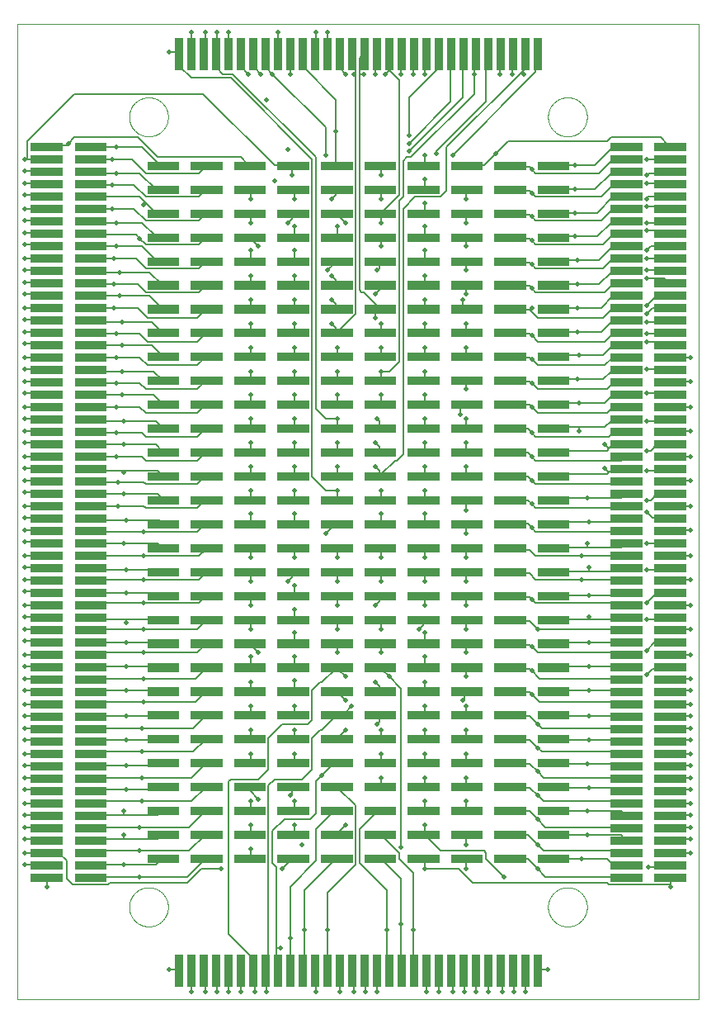
<source format=gtl>
G75*
%MOIN*%
%OFA0B0*%
%FSLAX25Y25*%
%IPPOS*%
%LPD*%
%AMOC8*
5,1,8,0,0,1.08239X$1,22.5*
%
%ADD10C,0.00000*%
%ADD11C,0.00301*%
%ADD12C,0.00800*%
%ADD13C,0.02000*%
D10*
X0001850Y0001850D02*
X0001850Y0395551D01*
X0277441Y0395551D01*
X0277441Y0001850D01*
X0001850Y0001850D01*
X0047126Y0039252D02*
X0047128Y0039445D01*
X0047135Y0039638D01*
X0047147Y0039831D01*
X0047164Y0040024D01*
X0047185Y0040216D01*
X0047211Y0040407D01*
X0047242Y0040598D01*
X0047277Y0040788D01*
X0047317Y0040977D01*
X0047362Y0041165D01*
X0047411Y0041352D01*
X0047465Y0041538D01*
X0047523Y0041722D01*
X0047586Y0041905D01*
X0047654Y0042086D01*
X0047725Y0042265D01*
X0047802Y0042443D01*
X0047882Y0042619D01*
X0047967Y0042792D01*
X0048056Y0042964D01*
X0048149Y0043133D01*
X0048246Y0043300D01*
X0048348Y0043465D01*
X0048453Y0043627D01*
X0048562Y0043786D01*
X0048676Y0043943D01*
X0048793Y0044096D01*
X0048913Y0044247D01*
X0049038Y0044395D01*
X0049166Y0044540D01*
X0049297Y0044681D01*
X0049432Y0044820D01*
X0049571Y0044955D01*
X0049712Y0045086D01*
X0049857Y0045214D01*
X0050005Y0045339D01*
X0050156Y0045459D01*
X0050309Y0045576D01*
X0050466Y0045690D01*
X0050625Y0045799D01*
X0050787Y0045904D01*
X0050952Y0046006D01*
X0051119Y0046103D01*
X0051288Y0046196D01*
X0051460Y0046285D01*
X0051633Y0046370D01*
X0051809Y0046450D01*
X0051987Y0046527D01*
X0052166Y0046598D01*
X0052347Y0046666D01*
X0052530Y0046729D01*
X0052714Y0046787D01*
X0052900Y0046841D01*
X0053087Y0046890D01*
X0053275Y0046935D01*
X0053464Y0046975D01*
X0053654Y0047010D01*
X0053845Y0047041D01*
X0054036Y0047067D01*
X0054228Y0047088D01*
X0054421Y0047105D01*
X0054614Y0047117D01*
X0054807Y0047124D01*
X0055000Y0047126D01*
X0055193Y0047124D01*
X0055386Y0047117D01*
X0055579Y0047105D01*
X0055772Y0047088D01*
X0055964Y0047067D01*
X0056155Y0047041D01*
X0056346Y0047010D01*
X0056536Y0046975D01*
X0056725Y0046935D01*
X0056913Y0046890D01*
X0057100Y0046841D01*
X0057286Y0046787D01*
X0057470Y0046729D01*
X0057653Y0046666D01*
X0057834Y0046598D01*
X0058013Y0046527D01*
X0058191Y0046450D01*
X0058367Y0046370D01*
X0058540Y0046285D01*
X0058712Y0046196D01*
X0058881Y0046103D01*
X0059048Y0046006D01*
X0059213Y0045904D01*
X0059375Y0045799D01*
X0059534Y0045690D01*
X0059691Y0045576D01*
X0059844Y0045459D01*
X0059995Y0045339D01*
X0060143Y0045214D01*
X0060288Y0045086D01*
X0060429Y0044955D01*
X0060568Y0044820D01*
X0060703Y0044681D01*
X0060834Y0044540D01*
X0060962Y0044395D01*
X0061087Y0044247D01*
X0061207Y0044096D01*
X0061324Y0043943D01*
X0061438Y0043786D01*
X0061547Y0043627D01*
X0061652Y0043465D01*
X0061754Y0043300D01*
X0061851Y0043133D01*
X0061944Y0042964D01*
X0062033Y0042792D01*
X0062118Y0042619D01*
X0062198Y0042443D01*
X0062275Y0042265D01*
X0062346Y0042086D01*
X0062414Y0041905D01*
X0062477Y0041722D01*
X0062535Y0041538D01*
X0062589Y0041352D01*
X0062638Y0041165D01*
X0062683Y0040977D01*
X0062723Y0040788D01*
X0062758Y0040598D01*
X0062789Y0040407D01*
X0062815Y0040216D01*
X0062836Y0040024D01*
X0062853Y0039831D01*
X0062865Y0039638D01*
X0062872Y0039445D01*
X0062874Y0039252D01*
X0062872Y0039059D01*
X0062865Y0038866D01*
X0062853Y0038673D01*
X0062836Y0038480D01*
X0062815Y0038288D01*
X0062789Y0038097D01*
X0062758Y0037906D01*
X0062723Y0037716D01*
X0062683Y0037527D01*
X0062638Y0037339D01*
X0062589Y0037152D01*
X0062535Y0036966D01*
X0062477Y0036782D01*
X0062414Y0036599D01*
X0062346Y0036418D01*
X0062275Y0036239D01*
X0062198Y0036061D01*
X0062118Y0035885D01*
X0062033Y0035712D01*
X0061944Y0035540D01*
X0061851Y0035371D01*
X0061754Y0035204D01*
X0061652Y0035039D01*
X0061547Y0034877D01*
X0061438Y0034718D01*
X0061324Y0034561D01*
X0061207Y0034408D01*
X0061087Y0034257D01*
X0060962Y0034109D01*
X0060834Y0033964D01*
X0060703Y0033823D01*
X0060568Y0033684D01*
X0060429Y0033549D01*
X0060288Y0033418D01*
X0060143Y0033290D01*
X0059995Y0033165D01*
X0059844Y0033045D01*
X0059691Y0032928D01*
X0059534Y0032814D01*
X0059375Y0032705D01*
X0059213Y0032600D01*
X0059048Y0032498D01*
X0058881Y0032401D01*
X0058712Y0032308D01*
X0058540Y0032219D01*
X0058367Y0032134D01*
X0058191Y0032054D01*
X0058013Y0031977D01*
X0057834Y0031906D01*
X0057653Y0031838D01*
X0057470Y0031775D01*
X0057286Y0031717D01*
X0057100Y0031663D01*
X0056913Y0031614D01*
X0056725Y0031569D01*
X0056536Y0031529D01*
X0056346Y0031494D01*
X0056155Y0031463D01*
X0055964Y0031437D01*
X0055772Y0031416D01*
X0055579Y0031399D01*
X0055386Y0031387D01*
X0055193Y0031380D01*
X0055000Y0031378D01*
X0054807Y0031380D01*
X0054614Y0031387D01*
X0054421Y0031399D01*
X0054228Y0031416D01*
X0054036Y0031437D01*
X0053845Y0031463D01*
X0053654Y0031494D01*
X0053464Y0031529D01*
X0053275Y0031569D01*
X0053087Y0031614D01*
X0052900Y0031663D01*
X0052714Y0031717D01*
X0052530Y0031775D01*
X0052347Y0031838D01*
X0052166Y0031906D01*
X0051987Y0031977D01*
X0051809Y0032054D01*
X0051633Y0032134D01*
X0051460Y0032219D01*
X0051288Y0032308D01*
X0051119Y0032401D01*
X0050952Y0032498D01*
X0050787Y0032600D01*
X0050625Y0032705D01*
X0050466Y0032814D01*
X0050309Y0032928D01*
X0050156Y0033045D01*
X0050005Y0033165D01*
X0049857Y0033290D01*
X0049712Y0033418D01*
X0049571Y0033549D01*
X0049432Y0033684D01*
X0049297Y0033823D01*
X0049166Y0033964D01*
X0049038Y0034109D01*
X0048913Y0034257D01*
X0048793Y0034408D01*
X0048676Y0034561D01*
X0048562Y0034718D01*
X0048453Y0034877D01*
X0048348Y0035039D01*
X0048246Y0035204D01*
X0048149Y0035371D01*
X0048056Y0035540D01*
X0047967Y0035712D01*
X0047882Y0035885D01*
X0047802Y0036061D01*
X0047725Y0036239D01*
X0047654Y0036418D01*
X0047586Y0036599D01*
X0047523Y0036782D01*
X0047465Y0036966D01*
X0047411Y0037152D01*
X0047362Y0037339D01*
X0047317Y0037527D01*
X0047277Y0037716D01*
X0047242Y0037906D01*
X0047211Y0038097D01*
X0047185Y0038288D01*
X0047164Y0038480D01*
X0047147Y0038673D01*
X0047135Y0038866D01*
X0047128Y0039059D01*
X0047126Y0039252D01*
X0216417Y0039252D02*
X0216419Y0039445D01*
X0216426Y0039638D01*
X0216438Y0039831D01*
X0216455Y0040024D01*
X0216476Y0040216D01*
X0216502Y0040407D01*
X0216533Y0040598D01*
X0216568Y0040788D01*
X0216608Y0040977D01*
X0216653Y0041165D01*
X0216702Y0041352D01*
X0216756Y0041538D01*
X0216814Y0041722D01*
X0216877Y0041905D01*
X0216945Y0042086D01*
X0217016Y0042265D01*
X0217093Y0042443D01*
X0217173Y0042619D01*
X0217258Y0042792D01*
X0217347Y0042964D01*
X0217440Y0043133D01*
X0217537Y0043300D01*
X0217639Y0043465D01*
X0217744Y0043627D01*
X0217853Y0043786D01*
X0217967Y0043943D01*
X0218084Y0044096D01*
X0218204Y0044247D01*
X0218329Y0044395D01*
X0218457Y0044540D01*
X0218588Y0044681D01*
X0218723Y0044820D01*
X0218862Y0044955D01*
X0219003Y0045086D01*
X0219148Y0045214D01*
X0219296Y0045339D01*
X0219447Y0045459D01*
X0219600Y0045576D01*
X0219757Y0045690D01*
X0219916Y0045799D01*
X0220078Y0045904D01*
X0220243Y0046006D01*
X0220410Y0046103D01*
X0220579Y0046196D01*
X0220751Y0046285D01*
X0220924Y0046370D01*
X0221100Y0046450D01*
X0221278Y0046527D01*
X0221457Y0046598D01*
X0221638Y0046666D01*
X0221821Y0046729D01*
X0222005Y0046787D01*
X0222191Y0046841D01*
X0222378Y0046890D01*
X0222566Y0046935D01*
X0222755Y0046975D01*
X0222945Y0047010D01*
X0223136Y0047041D01*
X0223327Y0047067D01*
X0223519Y0047088D01*
X0223712Y0047105D01*
X0223905Y0047117D01*
X0224098Y0047124D01*
X0224291Y0047126D01*
X0224484Y0047124D01*
X0224677Y0047117D01*
X0224870Y0047105D01*
X0225063Y0047088D01*
X0225255Y0047067D01*
X0225446Y0047041D01*
X0225637Y0047010D01*
X0225827Y0046975D01*
X0226016Y0046935D01*
X0226204Y0046890D01*
X0226391Y0046841D01*
X0226577Y0046787D01*
X0226761Y0046729D01*
X0226944Y0046666D01*
X0227125Y0046598D01*
X0227304Y0046527D01*
X0227482Y0046450D01*
X0227658Y0046370D01*
X0227831Y0046285D01*
X0228003Y0046196D01*
X0228172Y0046103D01*
X0228339Y0046006D01*
X0228504Y0045904D01*
X0228666Y0045799D01*
X0228825Y0045690D01*
X0228982Y0045576D01*
X0229135Y0045459D01*
X0229286Y0045339D01*
X0229434Y0045214D01*
X0229579Y0045086D01*
X0229720Y0044955D01*
X0229859Y0044820D01*
X0229994Y0044681D01*
X0230125Y0044540D01*
X0230253Y0044395D01*
X0230378Y0044247D01*
X0230498Y0044096D01*
X0230615Y0043943D01*
X0230729Y0043786D01*
X0230838Y0043627D01*
X0230943Y0043465D01*
X0231045Y0043300D01*
X0231142Y0043133D01*
X0231235Y0042964D01*
X0231324Y0042792D01*
X0231409Y0042619D01*
X0231489Y0042443D01*
X0231566Y0042265D01*
X0231637Y0042086D01*
X0231705Y0041905D01*
X0231768Y0041722D01*
X0231826Y0041538D01*
X0231880Y0041352D01*
X0231929Y0041165D01*
X0231974Y0040977D01*
X0232014Y0040788D01*
X0232049Y0040598D01*
X0232080Y0040407D01*
X0232106Y0040216D01*
X0232127Y0040024D01*
X0232144Y0039831D01*
X0232156Y0039638D01*
X0232163Y0039445D01*
X0232165Y0039252D01*
X0232163Y0039059D01*
X0232156Y0038866D01*
X0232144Y0038673D01*
X0232127Y0038480D01*
X0232106Y0038288D01*
X0232080Y0038097D01*
X0232049Y0037906D01*
X0232014Y0037716D01*
X0231974Y0037527D01*
X0231929Y0037339D01*
X0231880Y0037152D01*
X0231826Y0036966D01*
X0231768Y0036782D01*
X0231705Y0036599D01*
X0231637Y0036418D01*
X0231566Y0036239D01*
X0231489Y0036061D01*
X0231409Y0035885D01*
X0231324Y0035712D01*
X0231235Y0035540D01*
X0231142Y0035371D01*
X0231045Y0035204D01*
X0230943Y0035039D01*
X0230838Y0034877D01*
X0230729Y0034718D01*
X0230615Y0034561D01*
X0230498Y0034408D01*
X0230378Y0034257D01*
X0230253Y0034109D01*
X0230125Y0033964D01*
X0229994Y0033823D01*
X0229859Y0033684D01*
X0229720Y0033549D01*
X0229579Y0033418D01*
X0229434Y0033290D01*
X0229286Y0033165D01*
X0229135Y0033045D01*
X0228982Y0032928D01*
X0228825Y0032814D01*
X0228666Y0032705D01*
X0228504Y0032600D01*
X0228339Y0032498D01*
X0228172Y0032401D01*
X0228003Y0032308D01*
X0227831Y0032219D01*
X0227658Y0032134D01*
X0227482Y0032054D01*
X0227304Y0031977D01*
X0227125Y0031906D01*
X0226944Y0031838D01*
X0226761Y0031775D01*
X0226577Y0031717D01*
X0226391Y0031663D01*
X0226204Y0031614D01*
X0226016Y0031569D01*
X0225827Y0031529D01*
X0225637Y0031494D01*
X0225446Y0031463D01*
X0225255Y0031437D01*
X0225063Y0031416D01*
X0224870Y0031399D01*
X0224677Y0031387D01*
X0224484Y0031380D01*
X0224291Y0031378D01*
X0224098Y0031380D01*
X0223905Y0031387D01*
X0223712Y0031399D01*
X0223519Y0031416D01*
X0223327Y0031437D01*
X0223136Y0031463D01*
X0222945Y0031494D01*
X0222755Y0031529D01*
X0222566Y0031569D01*
X0222378Y0031614D01*
X0222191Y0031663D01*
X0222005Y0031717D01*
X0221821Y0031775D01*
X0221638Y0031838D01*
X0221457Y0031906D01*
X0221278Y0031977D01*
X0221100Y0032054D01*
X0220924Y0032134D01*
X0220751Y0032219D01*
X0220579Y0032308D01*
X0220410Y0032401D01*
X0220243Y0032498D01*
X0220078Y0032600D01*
X0219916Y0032705D01*
X0219757Y0032814D01*
X0219600Y0032928D01*
X0219447Y0033045D01*
X0219296Y0033165D01*
X0219148Y0033290D01*
X0219003Y0033418D01*
X0218862Y0033549D01*
X0218723Y0033684D01*
X0218588Y0033823D01*
X0218457Y0033964D01*
X0218329Y0034109D01*
X0218204Y0034257D01*
X0218084Y0034408D01*
X0217967Y0034561D01*
X0217853Y0034718D01*
X0217744Y0034877D01*
X0217639Y0035039D01*
X0217537Y0035204D01*
X0217440Y0035371D01*
X0217347Y0035540D01*
X0217258Y0035712D01*
X0217173Y0035885D01*
X0217093Y0036061D01*
X0217016Y0036239D01*
X0216945Y0036418D01*
X0216877Y0036599D01*
X0216814Y0036782D01*
X0216756Y0036966D01*
X0216702Y0037152D01*
X0216653Y0037339D01*
X0216608Y0037527D01*
X0216568Y0037716D01*
X0216533Y0037906D01*
X0216502Y0038097D01*
X0216476Y0038288D01*
X0216455Y0038480D01*
X0216438Y0038673D01*
X0216426Y0038866D01*
X0216419Y0039059D01*
X0216417Y0039252D01*
X0216417Y0358149D02*
X0216419Y0358342D01*
X0216426Y0358535D01*
X0216438Y0358728D01*
X0216455Y0358921D01*
X0216476Y0359113D01*
X0216502Y0359304D01*
X0216533Y0359495D01*
X0216568Y0359685D01*
X0216608Y0359874D01*
X0216653Y0360062D01*
X0216702Y0360249D01*
X0216756Y0360435D01*
X0216814Y0360619D01*
X0216877Y0360802D01*
X0216945Y0360983D01*
X0217016Y0361162D01*
X0217093Y0361340D01*
X0217173Y0361516D01*
X0217258Y0361689D01*
X0217347Y0361861D01*
X0217440Y0362030D01*
X0217537Y0362197D01*
X0217639Y0362362D01*
X0217744Y0362524D01*
X0217853Y0362683D01*
X0217967Y0362840D01*
X0218084Y0362993D01*
X0218204Y0363144D01*
X0218329Y0363292D01*
X0218457Y0363437D01*
X0218588Y0363578D01*
X0218723Y0363717D01*
X0218862Y0363852D01*
X0219003Y0363983D01*
X0219148Y0364111D01*
X0219296Y0364236D01*
X0219447Y0364356D01*
X0219600Y0364473D01*
X0219757Y0364587D01*
X0219916Y0364696D01*
X0220078Y0364801D01*
X0220243Y0364903D01*
X0220410Y0365000D01*
X0220579Y0365093D01*
X0220751Y0365182D01*
X0220924Y0365267D01*
X0221100Y0365347D01*
X0221278Y0365424D01*
X0221457Y0365495D01*
X0221638Y0365563D01*
X0221821Y0365626D01*
X0222005Y0365684D01*
X0222191Y0365738D01*
X0222378Y0365787D01*
X0222566Y0365832D01*
X0222755Y0365872D01*
X0222945Y0365907D01*
X0223136Y0365938D01*
X0223327Y0365964D01*
X0223519Y0365985D01*
X0223712Y0366002D01*
X0223905Y0366014D01*
X0224098Y0366021D01*
X0224291Y0366023D01*
X0224484Y0366021D01*
X0224677Y0366014D01*
X0224870Y0366002D01*
X0225063Y0365985D01*
X0225255Y0365964D01*
X0225446Y0365938D01*
X0225637Y0365907D01*
X0225827Y0365872D01*
X0226016Y0365832D01*
X0226204Y0365787D01*
X0226391Y0365738D01*
X0226577Y0365684D01*
X0226761Y0365626D01*
X0226944Y0365563D01*
X0227125Y0365495D01*
X0227304Y0365424D01*
X0227482Y0365347D01*
X0227658Y0365267D01*
X0227831Y0365182D01*
X0228003Y0365093D01*
X0228172Y0365000D01*
X0228339Y0364903D01*
X0228504Y0364801D01*
X0228666Y0364696D01*
X0228825Y0364587D01*
X0228982Y0364473D01*
X0229135Y0364356D01*
X0229286Y0364236D01*
X0229434Y0364111D01*
X0229579Y0363983D01*
X0229720Y0363852D01*
X0229859Y0363717D01*
X0229994Y0363578D01*
X0230125Y0363437D01*
X0230253Y0363292D01*
X0230378Y0363144D01*
X0230498Y0362993D01*
X0230615Y0362840D01*
X0230729Y0362683D01*
X0230838Y0362524D01*
X0230943Y0362362D01*
X0231045Y0362197D01*
X0231142Y0362030D01*
X0231235Y0361861D01*
X0231324Y0361689D01*
X0231409Y0361516D01*
X0231489Y0361340D01*
X0231566Y0361162D01*
X0231637Y0360983D01*
X0231705Y0360802D01*
X0231768Y0360619D01*
X0231826Y0360435D01*
X0231880Y0360249D01*
X0231929Y0360062D01*
X0231974Y0359874D01*
X0232014Y0359685D01*
X0232049Y0359495D01*
X0232080Y0359304D01*
X0232106Y0359113D01*
X0232127Y0358921D01*
X0232144Y0358728D01*
X0232156Y0358535D01*
X0232163Y0358342D01*
X0232165Y0358149D01*
X0232163Y0357956D01*
X0232156Y0357763D01*
X0232144Y0357570D01*
X0232127Y0357377D01*
X0232106Y0357185D01*
X0232080Y0356994D01*
X0232049Y0356803D01*
X0232014Y0356613D01*
X0231974Y0356424D01*
X0231929Y0356236D01*
X0231880Y0356049D01*
X0231826Y0355863D01*
X0231768Y0355679D01*
X0231705Y0355496D01*
X0231637Y0355315D01*
X0231566Y0355136D01*
X0231489Y0354958D01*
X0231409Y0354782D01*
X0231324Y0354609D01*
X0231235Y0354437D01*
X0231142Y0354268D01*
X0231045Y0354101D01*
X0230943Y0353936D01*
X0230838Y0353774D01*
X0230729Y0353615D01*
X0230615Y0353458D01*
X0230498Y0353305D01*
X0230378Y0353154D01*
X0230253Y0353006D01*
X0230125Y0352861D01*
X0229994Y0352720D01*
X0229859Y0352581D01*
X0229720Y0352446D01*
X0229579Y0352315D01*
X0229434Y0352187D01*
X0229286Y0352062D01*
X0229135Y0351942D01*
X0228982Y0351825D01*
X0228825Y0351711D01*
X0228666Y0351602D01*
X0228504Y0351497D01*
X0228339Y0351395D01*
X0228172Y0351298D01*
X0228003Y0351205D01*
X0227831Y0351116D01*
X0227658Y0351031D01*
X0227482Y0350951D01*
X0227304Y0350874D01*
X0227125Y0350803D01*
X0226944Y0350735D01*
X0226761Y0350672D01*
X0226577Y0350614D01*
X0226391Y0350560D01*
X0226204Y0350511D01*
X0226016Y0350466D01*
X0225827Y0350426D01*
X0225637Y0350391D01*
X0225446Y0350360D01*
X0225255Y0350334D01*
X0225063Y0350313D01*
X0224870Y0350296D01*
X0224677Y0350284D01*
X0224484Y0350277D01*
X0224291Y0350275D01*
X0224098Y0350277D01*
X0223905Y0350284D01*
X0223712Y0350296D01*
X0223519Y0350313D01*
X0223327Y0350334D01*
X0223136Y0350360D01*
X0222945Y0350391D01*
X0222755Y0350426D01*
X0222566Y0350466D01*
X0222378Y0350511D01*
X0222191Y0350560D01*
X0222005Y0350614D01*
X0221821Y0350672D01*
X0221638Y0350735D01*
X0221457Y0350803D01*
X0221278Y0350874D01*
X0221100Y0350951D01*
X0220924Y0351031D01*
X0220751Y0351116D01*
X0220579Y0351205D01*
X0220410Y0351298D01*
X0220243Y0351395D01*
X0220078Y0351497D01*
X0219916Y0351602D01*
X0219757Y0351711D01*
X0219600Y0351825D01*
X0219447Y0351942D01*
X0219296Y0352062D01*
X0219148Y0352187D01*
X0219003Y0352315D01*
X0218862Y0352446D01*
X0218723Y0352581D01*
X0218588Y0352720D01*
X0218457Y0352861D01*
X0218329Y0353006D01*
X0218204Y0353154D01*
X0218084Y0353305D01*
X0217967Y0353458D01*
X0217853Y0353615D01*
X0217744Y0353774D01*
X0217639Y0353936D01*
X0217537Y0354101D01*
X0217440Y0354268D01*
X0217347Y0354437D01*
X0217258Y0354609D01*
X0217173Y0354782D01*
X0217093Y0354958D01*
X0217016Y0355136D01*
X0216945Y0355315D01*
X0216877Y0355496D01*
X0216814Y0355679D01*
X0216756Y0355863D01*
X0216702Y0356049D01*
X0216653Y0356236D01*
X0216608Y0356424D01*
X0216568Y0356613D01*
X0216533Y0356803D01*
X0216502Y0356994D01*
X0216476Y0357185D01*
X0216455Y0357377D01*
X0216438Y0357570D01*
X0216426Y0357763D01*
X0216419Y0357956D01*
X0216417Y0358149D01*
X0047126Y0358149D02*
X0047128Y0358342D01*
X0047135Y0358535D01*
X0047147Y0358728D01*
X0047164Y0358921D01*
X0047185Y0359113D01*
X0047211Y0359304D01*
X0047242Y0359495D01*
X0047277Y0359685D01*
X0047317Y0359874D01*
X0047362Y0360062D01*
X0047411Y0360249D01*
X0047465Y0360435D01*
X0047523Y0360619D01*
X0047586Y0360802D01*
X0047654Y0360983D01*
X0047725Y0361162D01*
X0047802Y0361340D01*
X0047882Y0361516D01*
X0047967Y0361689D01*
X0048056Y0361861D01*
X0048149Y0362030D01*
X0048246Y0362197D01*
X0048348Y0362362D01*
X0048453Y0362524D01*
X0048562Y0362683D01*
X0048676Y0362840D01*
X0048793Y0362993D01*
X0048913Y0363144D01*
X0049038Y0363292D01*
X0049166Y0363437D01*
X0049297Y0363578D01*
X0049432Y0363717D01*
X0049571Y0363852D01*
X0049712Y0363983D01*
X0049857Y0364111D01*
X0050005Y0364236D01*
X0050156Y0364356D01*
X0050309Y0364473D01*
X0050466Y0364587D01*
X0050625Y0364696D01*
X0050787Y0364801D01*
X0050952Y0364903D01*
X0051119Y0365000D01*
X0051288Y0365093D01*
X0051460Y0365182D01*
X0051633Y0365267D01*
X0051809Y0365347D01*
X0051987Y0365424D01*
X0052166Y0365495D01*
X0052347Y0365563D01*
X0052530Y0365626D01*
X0052714Y0365684D01*
X0052900Y0365738D01*
X0053087Y0365787D01*
X0053275Y0365832D01*
X0053464Y0365872D01*
X0053654Y0365907D01*
X0053845Y0365938D01*
X0054036Y0365964D01*
X0054228Y0365985D01*
X0054421Y0366002D01*
X0054614Y0366014D01*
X0054807Y0366021D01*
X0055000Y0366023D01*
X0055193Y0366021D01*
X0055386Y0366014D01*
X0055579Y0366002D01*
X0055772Y0365985D01*
X0055964Y0365964D01*
X0056155Y0365938D01*
X0056346Y0365907D01*
X0056536Y0365872D01*
X0056725Y0365832D01*
X0056913Y0365787D01*
X0057100Y0365738D01*
X0057286Y0365684D01*
X0057470Y0365626D01*
X0057653Y0365563D01*
X0057834Y0365495D01*
X0058013Y0365424D01*
X0058191Y0365347D01*
X0058367Y0365267D01*
X0058540Y0365182D01*
X0058712Y0365093D01*
X0058881Y0365000D01*
X0059048Y0364903D01*
X0059213Y0364801D01*
X0059375Y0364696D01*
X0059534Y0364587D01*
X0059691Y0364473D01*
X0059844Y0364356D01*
X0059995Y0364236D01*
X0060143Y0364111D01*
X0060288Y0363983D01*
X0060429Y0363852D01*
X0060568Y0363717D01*
X0060703Y0363578D01*
X0060834Y0363437D01*
X0060962Y0363292D01*
X0061087Y0363144D01*
X0061207Y0362993D01*
X0061324Y0362840D01*
X0061438Y0362683D01*
X0061547Y0362524D01*
X0061652Y0362362D01*
X0061754Y0362197D01*
X0061851Y0362030D01*
X0061944Y0361861D01*
X0062033Y0361689D01*
X0062118Y0361516D01*
X0062198Y0361340D01*
X0062275Y0361162D01*
X0062346Y0360983D01*
X0062414Y0360802D01*
X0062477Y0360619D01*
X0062535Y0360435D01*
X0062589Y0360249D01*
X0062638Y0360062D01*
X0062683Y0359874D01*
X0062723Y0359685D01*
X0062758Y0359495D01*
X0062789Y0359304D01*
X0062815Y0359113D01*
X0062836Y0358921D01*
X0062853Y0358728D01*
X0062865Y0358535D01*
X0062872Y0358342D01*
X0062874Y0358149D01*
X0062872Y0357956D01*
X0062865Y0357763D01*
X0062853Y0357570D01*
X0062836Y0357377D01*
X0062815Y0357185D01*
X0062789Y0356994D01*
X0062758Y0356803D01*
X0062723Y0356613D01*
X0062683Y0356424D01*
X0062638Y0356236D01*
X0062589Y0356049D01*
X0062535Y0355863D01*
X0062477Y0355679D01*
X0062414Y0355496D01*
X0062346Y0355315D01*
X0062275Y0355136D01*
X0062198Y0354958D01*
X0062118Y0354782D01*
X0062033Y0354609D01*
X0061944Y0354437D01*
X0061851Y0354268D01*
X0061754Y0354101D01*
X0061652Y0353936D01*
X0061547Y0353774D01*
X0061438Y0353615D01*
X0061324Y0353458D01*
X0061207Y0353305D01*
X0061087Y0353154D01*
X0060962Y0353006D01*
X0060834Y0352861D01*
X0060703Y0352720D01*
X0060568Y0352581D01*
X0060429Y0352446D01*
X0060288Y0352315D01*
X0060143Y0352187D01*
X0059995Y0352062D01*
X0059844Y0351942D01*
X0059691Y0351825D01*
X0059534Y0351711D01*
X0059375Y0351602D01*
X0059213Y0351497D01*
X0059048Y0351395D01*
X0058881Y0351298D01*
X0058712Y0351205D01*
X0058540Y0351116D01*
X0058367Y0351031D01*
X0058191Y0350951D01*
X0058013Y0350874D01*
X0057834Y0350803D01*
X0057653Y0350735D01*
X0057470Y0350672D01*
X0057286Y0350614D01*
X0057100Y0350560D01*
X0056913Y0350511D01*
X0056725Y0350466D01*
X0056536Y0350426D01*
X0056346Y0350391D01*
X0056155Y0350360D01*
X0055964Y0350334D01*
X0055772Y0350313D01*
X0055579Y0350296D01*
X0055386Y0350284D01*
X0055193Y0350277D01*
X0055000Y0350275D01*
X0054807Y0350277D01*
X0054614Y0350284D01*
X0054421Y0350296D01*
X0054228Y0350313D01*
X0054036Y0350334D01*
X0053845Y0350360D01*
X0053654Y0350391D01*
X0053464Y0350426D01*
X0053275Y0350466D01*
X0053087Y0350511D01*
X0052900Y0350560D01*
X0052714Y0350614D01*
X0052530Y0350672D01*
X0052347Y0350735D01*
X0052166Y0350803D01*
X0051987Y0350874D01*
X0051809Y0350951D01*
X0051633Y0351031D01*
X0051460Y0351116D01*
X0051288Y0351205D01*
X0051119Y0351298D01*
X0050952Y0351395D01*
X0050787Y0351497D01*
X0050625Y0351602D01*
X0050466Y0351711D01*
X0050309Y0351825D01*
X0050156Y0351942D01*
X0050005Y0352062D01*
X0049857Y0352187D01*
X0049712Y0352315D01*
X0049571Y0352446D01*
X0049432Y0352581D01*
X0049297Y0352720D01*
X0049166Y0352861D01*
X0049038Y0353006D01*
X0048913Y0353154D01*
X0048793Y0353305D01*
X0048676Y0353458D01*
X0048562Y0353615D01*
X0048453Y0353774D01*
X0048348Y0353936D01*
X0048246Y0354101D01*
X0048149Y0354268D01*
X0048056Y0354437D01*
X0047967Y0354609D01*
X0047882Y0354782D01*
X0047802Y0354958D01*
X0047725Y0355136D01*
X0047654Y0355315D01*
X0047586Y0355496D01*
X0047523Y0355679D01*
X0047465Y0355863D01*
X0047411Y0356049D01*
X0047362Y0356236D01*
X0047317Y0356424D01*
X0047277Y0356613D01*
X0047242Y0356803D01*
X0047211Y0356994D01*
X0047185Y0357185D01*
X0047164Y0357377D01*
X0047147Y0357570D01*
X0047135Y0357763D01*
X0047128Y0357956D01*
X0047126Y0358149D01*
D11*
X0037625Y0344677D02*
X0025131Y0344677D01*
X0025131Y0347723D01*
X0037625Y0347723D01*
X0037625Y0344677D01*
X0037625Y0344977D02*
X0025131Y0344977D01*
X0025131Y0345277D02*
X0037625Y0345277D01*
X0037625Y0345577D02*
X0025131Y0345577D01*
X0025131Y0345877D02*
X0037625Y0345877D01*
X0037625Y0346177D02*
X0025131Y0346177D01*
X0025131Y0346477D02*
X0037625Y0346477D01*
X0037625Y0346777D02*
X0025131Y0346777D01*
X0025131Y0347077D02*
X0037625Y0347077D01*
X0037625Y0347377D02*
X0025131Y0347377D01*
X0025131Y0347677D02*
X0037625Y0347677D01*
X0037625Y0339677D02*
X0025131Y0339677D01*
X0025131Y0342723D01*
X0037625Y0342723D01*
X0037625Y0339677D01*
X0037625Y0339977D02*
X0025131Y0339977D01*
X0025131Y0340277D02*
X0037625Y0340277D01*
X0037625Y0340577D02*
X0025131Y0340577D01*
X0025131Y0340877D02*
X0037625Y0340877D01*
X0037625Y0341177D02*
X0025131Y0341177D01*
X0025131Y0341477D02*
X0037625Y0341477D01*
X0037625Y0341777D02*
X0025131Y0341777D01*
X0025131Y0342077D02*
X0037625Y0342077D01*
X0037625Y0342377D02*
X0025131Y0342377D01*
X0025131Y0342677D02*
X0037625Y0342677D01*
X0037625Y0334677D02*
X0025131Y0334677D01*
X0025131Y0337723D01*
X0037625Y0337723D01*
X0037625Y0334677D01*
X0037625Y0334977D02*
X0025131Y0334977D01*
X0025131Y0335277D02*
X0037625Y0335277D01*
X0037625Y0335577D02*
X0025131Y0335577D01*
X0025131Y0335877D02*
X0037625Y0335877D01*
X0037625Y0336177D02*
X0025131Y0336177D01*
X0025131Y0336477D02*
X0037625Y0336477D01*
X0037625Y0336777D02*
X0025131Y0336777D01*
X0025131Y0337077D02*
X0037625Y0337077D01*
X0037625Y0337377D02*
X0025131Y0337377D01*
X0025131Y0337677D02*
X0037625Y0337677D01*
X0037625Y0329677D02*
X0025131Y0329677D01*
X0025131Y0332723D01*
X0037625Y0332723D01*
X0037625Y0329677D01*
X0037625Y0329977D02*
X0025131Y0329977D01*
X0025131Y0330277D02*
X0037625Y0330277D01*
X0037625Y0330577D02*
X0025131Y0330577D01*
X0025131Y0330877D02*
X0037625Y0330877D01*
X0037625Y0331177D02*
X0025131Y0331177D01*
X0025131Y0331477D02*
X0037625Y0331477D01*
X0037625Y0331777D02*
X0025131Y0331777D01*
X0025131Y0332077D02*
X0037625Y0332077D01*
X0037625Y0332377D02*
X0025131Y0332377D01*
X0025131Y0332677D02*
X0037625Y0332677D01*
X0037625Y0324677D02*
X0025131Y0324677D01*
X0025131Y0327723D01*
X0037625Y0327723D01*
X0037625Y0324677D01*
X0037625Y0324977D02*
X0025131Y0324977D01*
X0025131Y0325277D02*
X0037625Y0325277D01*
X0037625Y0325577D02*
X0025131Y0325577D01*
X0025131Y0325877D02*
X0037625Y0325877D01*
X0037625Y0326177D02*
X0025131Y0326177D01*
X0025131Y0326477D02*
X0037625Y0326477D01*
X0037625Y0326777D02*
X0025131Y0326777D01*
X0025131Y0327077D02*
X0037625Y0327077D01*
X0037625Y0327377D02*
X0025131Y0327377D01*
X0025131Y0327677D02*
X0037625Y0327677D01*
X0037625Y0319677D02*
X0025131Y0319677D01*
X0025131Y0322723D01*
X0037625Y0322723D01*
X0037625Y0319677D01*
X0037625Y0319977D02*
X0025131Y0319977D01*
X0025131Y0320277D02*
X0037625Y0320277D01*
X0037625Y0320577D02*
X0025131Y0320577D01*
X0025131Y0320877D02*
X0037625Y0320877D01*
X0037625Y0321177D02*
X0025131Y0321177D01*
X0025131Y0321477D02*
X0037625Y0321477D01*
X0037625Y0321777D02*
X0025131Y0321777D01*
X0025131Y0322077D02*
X0037625Y0322077D01*
X0037625Y0322377D02*
X0025131Y0322377D01*
X0025131Y0322677D02*
X0037625Y0322677D01*
X0037625Y0314677D02*
X0025131Y0314677D01*
X0025131Y0317723D01*
X0037625Y0317723D01*
X0037625Y0314677D01*
X0037625Y0314977D02*
X0025131Y0314977D01*
X0025131Y0315277D02*
X0037625Y0315277D01*
X0037625Y0315577D02*
X0025131Y0315577D01*
X0025131Y0315877D02*
X0037625Y0315877D01*
X0037625Y0316177D02*
X0025131Y0316177D01*
X0025131Y0316477D02*
X0037625Y0316477D01*
X0037625Y0316777D02*
X0025131Y0316777D01*
X0025131Y0317077D02*
X0037625Y0317077D01*
X0037625Y0317377D02*
X0025131Y0317377D01*
X0025131Y0317677D02*
X0037625Y0317677D01*
X0037625Y0309677D02*
X0025131Y0309677D01*
X0025131Y0312723D01*
X0037625Y0312723D01*
X0037625Y0309677D01*
X0037625Y0309977D02*
X0025131Y0309977D01*
X0025131Y0310277D02*
X0037625Y0310277D01*
X0037625Y0310577D02*
X0025131Y0310577D01*
X0025131Y0310877D02*
X0037625Y0310877D01*
X0037625Y0311177D02*
X0025131Y0311177D01*
X0025131Y0311477D02*
X0037625Y0311477D01*
X0037625Y0311777D02*
X0025131Y0311777D01*
X0025131Y0312077D02*
X0037625Y0312077D01*
X0037625Y0312377D02*
X0025131Y0312377D01*
X0025131Y0312677D02*
X0037625Y0312677D01*
X0037625Y0304677D02*
X0025131Y0304677D01*
X0025131Y0307723D01*
X0037625Y0307723D01*
X0037625Y0304677D01*
X0037625Y0304977D02*
X0025131Y0304977D01*
X0025131Y0305277D02*
X0037625Y0305277D01*
X0037625Y0305577D02*
X0025131Y0305577D01*
X0025131Y0305877D02*
X0037625Y0305877D01*
X0037625Y0306177D02*
X0025131Y0306177D01*
X0025131Y0306477D02*
X0037625Y0306477D01*
X0037625Y0306777D02*
X0025131Y0306777D01*
X0025131Y0307077D02*
X0037625Y0307077D01*
X0037625Y0307377D02*
X0025131Y0307377D01*
X0025131Y0307677D02*
X0037625Y0307677D01*
X0037625Y0299677D02*
X0025131Y0299677D01*
X0025131Y0302723D01*
X0037625Y0302723D01*
X0037625Y0299677D01*
X0037625Y0299977D02*
X0025131Y0299977D01*
X0025131Y0300277D02*
X0037625Y0300277D01*
X0037625Y0300577D02*
X0025131Y0300577D01*
X0025131Y0300877D02*
X0037625Y0300877D01*
X0037625Y0301177D02*
X0025131Y0301177D01*
X0025131Y0301477D02*
X0037625Y0301477D01*
X0037625Y0301777D02*
X0025131Y0301777D01*
X0025131Y0302077D02*
X0037625Y0302077D01*
X0037625Y0302377D02*
X0025131Y0302377D01*
X0025131Y0302677D02*
X0037625Y0302677D01*
X0037625Y0294677D02*
X0025131Y0294677D01*
X0025131Y0297723D01*
X0037625Y0297723D01*
X0037625Y0294677D01*
X0037625Y0294977D02*
X0025131Y0294977D01*
X0025131Y0295277D02*
X0037625Y0295277D01*
X0037625Y0295577D02*
X0025131Y0295577D01*
X0025131Y0295877D02*
X0037625Y0295877D01*
X0037625Y0296177D02*
X0025131Y0296177D01*
X0025131Y0296477D02*
X0037625Y0296477D01*
X0037625Y0296777D02*
X0025131Y0296777D01*
X0025131Y0297077D02*
X0037625Y0297077D01*
X0037625Y0297377D02*
X0025131Y0297377D01*
X0025131Y0297677D02*
X0037625Y0297677D01*
X0037625Y0289677D02*
X0025131Y0289677D01*
X0025131Y0292723D01*
X0037625Y0292723D01*
X0037625Y0289677D01*
X0037625Y0289977D02*
X0025131Y0289977D01*
X0025131Y0290277D02*
X0037625Y0290277D01*
X0037625Y0290577D02*
X0025131Y0290577D01*
X0025131Y0290877D02*
X0037625Y0290877D01*
X0037625Y0291177D02*
X0025131Y0291177D01*
X0025131Y0291477D02*
X0037625Y0291477D01*
X0037625Y0291777D02*
X0025131Y0291777D01*
X0025131Y0292077D02*
X0037625Y0292077D01*
X0037625Y0292377D02*
X0025131Y0292377D01*
X0025131Y0292677D02*
X0037625Y0292677D01*
X0037625Y0284677D02*
X0025131Y0284677D01*
X0025131Y0287723D01*
X0037625Y0287723D01*
X0037625Y0284677D01*
X0037625Y0284977D02*
X0025131Y0284977D01*
X0025131Y0285277D02*
X0037625Y0285277D01*
X0037625Y0285577D02*
X0025131Y0285577D01*
X0025131Y0285877D02*
X0037625Y0285877D01*
X0037625Y0286177D02*
X0025131Y0286177D01*
X0025131Y0286477D02*
X0037625Y0286477D01*
X0037625Y0286777D02*
X0025131Y0286777D01*
X0025131Y0287077D02*
X0037625Y0287077D01*
X0037625Y0287377D02*
X0025131Y0287377D01*
X0025131Y0287677D02*
X0037625Y0287677D01*
X0037625Y0279677D02*
X0025131Y0279677D01*
X0025131Y0282723D01*
X0037625Y0282723D01*
X0037625Y0279677D01*
X0037625Y0279977D02*
X0025131Y0279977D01*
X0025131Y0280277D02*
X0037625Y0280277D01*
X0037625Y0280577D02*
X0025131Y0280577D01*
X0025131Y0280877D02*
X0037625Y0280877D01*
X0037625Y0281177D02*
X0025131Y0281177D01*
X0025131Y0281477D02*
X0037625Y0281477D01*
X0037625Y0281777D02*
X0025131Y0281777D01*
X0025131Y0282077D02*
X0037625Y0282077D01*
X0037625Y0282377D02*
X0025131Y0282377D01*
X0025131Y0282677D02*
X0037625Y0282677D01*
X0037625Y0274677D02*
X0025131Y0274677D01*
X0025131Y0277723D01*
X0037625Y0277723D01*
X0037625Y0274677D01*
X0037625Y0274977D02*
X0025131Y0274977D01*
X0025131Y0275277D02*
X0037625Y0275277D01*
X0037625Y0275577D02*
X0025131Y0275577D01*
X0025131Y0275877D02*
X0037625Y0275877D01*
X0037625Y0276177D02*
X0025131Y0276177D01*
X0025131Y0276477D02*
X0037625Y0276477D01*
X0037625Y0276777D02*
X0025131Y0276777D01*
X0025131Y0277077D02*
X0037625Y0277077D01*
X0037625Y0277377D02*
X0025131Y0277377D01*
X0025131Y0277677D02*
X0037625Y0277677D01*
X0037625Y0269677D02*
X0025131Y0269677D01*
X0025131Y0272723D01*
X0037625Y0272723D01*
X0037625Y0269677D01*
X0037625Y0269977D02*
X0025131Y0269977D01*
X0025131Y0270277D02*
X0037625Y0270277D01*
X0037625Y0270577D02*
X0025131Y0270577D01*
X0025131Y0270877D02*
X0037625Y0270877D01*
X0037625Y0271177D02*
X0025131Y0271177D01*
X0025131Y0271477D02*
X0037625Y0271477D01*
X0037625Y0271777D02*
X0025131Y0271777D01*
X0025131Y0272077D02*
X0037625Y0272077D01*
X0037625Y0272377D02*
X0025131Y0272377D01*
X0025131Y0272677D02*
X0037625Y0272677D01*
X0037625Y0264677D02*
X0025131Y0264677D01*
X0025131Y0267723D01*
X0037625Y0267723D01*
X0037625Y0264677D01*
X0037625Y0264977D02*
X0025131Y0264977D01*
X0025131Y0265277D02*
X0037625Y0265277D01*
X0037625Y0265577D02*
X0025131Y0265577D01*
X0025131Y0265877D02*
X0037625Y0265877D01*
X0037625Y0266177D02*
X0025131Y0266177D01*
X0025131Y0266477D02*
X0037625Y0266477D01*
X0037625Y0266777D02*
X0025131Y0266777D01*
X0025131Y0267077D02*
X0037625Y0267077D01*
X0037625Y0267377D02*
X0025131Y0267377D01*
X0025131Y0267677D02*
X0037625Y0267677D01*
X0037625Y0259677D02*
X0025131Y0259677D01*
X0025131Y0262723D01*
X0037625Y0262723D01*
X0037625Y0259677D01*
X0037625Y0259977D02*
X0025131Y0259977D01*
X0025131Y0260277D02*
X0037625Y0260277D01*
X0037625Y0260577D02*
X0025131Y0260577D01*
X0025131Y0260877D02*
X0037625Y0260877D01*
X0037625Y0261177D02*
X0025131Y0261177D01*
X0025131Y0261477D02*
X0037625Y0261477D01*
X0037625Y0261777D02*
X0025131Y0261777D01*
X0025131Y0262077D02*
X0037625Y0262077D01*
X0037625Y0262377D02*
X0025131Y0262377D01*
X0025131Y0262677D02*
X0037625Y0262677D01*
X0037625Y0254677D02*
X0025131Y0254677D01*
X0025131Y0257723D01*
X0037625Y0257723D01*
X0037625Y0254677D01*
X0037625Y0254977D02*
X0025131Y0254977D01*
X0025131Y0255277D02*
X0037625Y0255277D01*
X0037625Y0255577D02*
X0025131Y0255577D01*
X0025131Y0255877D02*
X0037625Y0255877D01*
X0037625Y0256177D02*
X0025131Y0256177D01*
X0025131Y0256477D02*
X0037625Y0256477D01*
X0037625Y0256777D02*
X0025131Y0256777D01*
X0025131Y0257077D02*
X0037625Y0257077D01*
X0037625Y0257377D02*
X0025131Y0257377D01*
X0025131Y0257677D02*
X0037625Y0257677D01*
X0037625Y0249677D02*
X0025131Y0249677D01*
X0025131Y0252723D01*
X0037625Y0252723D01*
X0037625Y0249677D01*
X0037625Y0249977D02*
X0025131Y0249977D01*
X0025131Y0250277D02*
X0037625Y0250277D01*
X0037625Y0250577D02*
X0025131Y0250577D01*
X0025131Y0250877D02*
X0037625Y0250877D01*
X0037625Y0251177D02*
X0025131Y0251177D01*
X0025131Y0251477D02*
X0037625Y0251477D01*
X0037625Y0251777D02*
X0025131Y0251777D01*
X0025131Y0252077D02*
X0037625Y0252077D01*
X0037625Y0252377D02*
X0025131Y0252377D01*
X0025131Y0252677D02*
X0037625Y0252677D01*
X0037625Y0244677D02*
X0025131Y0244677D01*
X0025131Y0247723D01*
X0037625Y0247723D01*
X0037625Y0244677D01*
X0037625Y0244977D02*
X0025131Y0244977D01*
X0025131Y0245277D02*
X0037625Y0245277D01*
X0037625Y0245577D02*
X0025131Y0245577D01*
X0025131Y0245877D02*
X0037625Y0245877D01*
X0037625Y0246177D02*
X0025131Y0246177D01*
X0025131Y0246477D02*
X0037625Y0246477D01*
X0037625Y0246777D02*
X0025131Y0246777D01*
X0025131Y0247077D02*
X0037625Y0247077D01*
X0037625Y0247377D02*
X0025131Y0247377D01*
X0025131Y0247677D02*
X0037625Y0247677D01*
X0037625Y0239677D02*
X0025131Y0239677D01*
X0025131Y0242723D01*
X0037625Y0242723D01*
X0037625Y0239677D01*
X0037625Y0239977D02*
X0025131Y0239977D01*
X0025131Y0240277D02*
X0037625Y0240277D01*
X0037625Y0240577D02*
X0025131Y0240577D01*
X0025131Y0240877D02*
X0037625Y0240877D01*
X0037625Y0241177D02*
X0025131Y0241177D01*
X0025131Y0241477D02*
X0037625Y0241477D01*
X0037625Y0241777D02*
X0025131Y0241777D01*
X0025131Y0242077D02*
X0037625Y0242077D01*
X0037625Y0242377D02*
X0025131Y0242377D01*
X0025131Y0242677D02*
X0037625Y0242677D01*
X0037625Y0234677D02*
X0025131Y0234677D01*
X0025131Y0237723D01*
X0037625Y0237723D01*
X0037625Y0234677D01*
X0037625Y0234977D02*
X0025131Y0234977D01*
X0025131Y0235277D02*
X0037625Y0235277D01*
X0037625Y0235577D02*
X0025131Y0235577D01*
X0025131Y0235877D02*
X0037625Y0235877D01*
X0037625Y0236177D02*
X0025131Y0236177D01*
X0025131Y0236477D02*
X0037625Y0236477D01*
X0037625Y0236777D02*
X0025131Y0236777D01*
X0025131Y0237077D02*
X0037625Y0237077D01*
X0037625Y0237377D02*
X0025131Y0237377D01*
X0025131Y0237677D02*
X0037625Y0237677D01*
X0037625Y0229677D02*
X0025131Y0229677D01*
X0025131Y0232723D01*
X0037625Y0232723D01*
X0037625Y0229677D01*
X0037625Y0229977D02*
X0025131Y0229977D01*
X0025131Y0230277D02*
X0037625Y0230277D01*
X0037625Y0230577D02*
X0025131Y0230577D01*
X0025131Y0230877D02*
X0037625Y0230877D01*
X0037625Y0231177D02*
X0025131Y0231177D01*
X0025131Y0231477D02*
X0037625Y0231477D01*
X0037625Y0231777D02*
X0025131Y0231777D01*
X0025131Y0232077D02*
X0037625Y0232077D01*
X0037625Y0232377D02*
X0025131Y0232377D01*
X0025131Y0232677D02*
X0037625Y0232677D01*
X0037625Y0224677D02*
X0025131Y0224677D01*
X0025131Y0227723D01*
X0037625Y0227723D01*
X0037625Y0224677D01*
X0037625Y0224977D02*
X0025131Y0224977D01*
X0025131Y0225277D02*
X0037625Y0225277D01*
X0037625Y0225577D02*
X0025131Y0225577D01*
X0025131Y0225877D02*
X0037625Y0225877D01*
X0037625Y0226177D02*
X0025131Y0226177D01*
X0025131Y0226477D02*
X0037625Y0226477D01*
X0037625Y0226777D02*
X0025131Y0226777D01*
X0025131Y0227077D02*
X0037625Y0227077D01*
X0037625Y0227377D02*
X0025131Y0227377D01*
X0025131Y0227677D02*
X0037625Y0227677D01*
X0037625Y0219677D02*
X0025131Y0219677D01*
X0025131Y0222723D01*
X0037625Y0222723D01*
X0037625Y0219677D01*
X0037625Y0219977D02*
X0025131Y0219977D01*
X0025131Y0220277D02*
X0037625Y0220277D01*
X0037625Y0220577D02*
X0025131Y0220577D01*
X0025131Y0220877D02*
X0037625Y0220877D01*
X0037625Y0221177D02*
X0025131Y0221177D01*
X0025131Y0221477D02*
X0037625Y0221477D01*
X0037625Y0221777D02*
X0025131Y0221777D01*
X0025131Y0222077D02*
X0037625Y0222077D01*
X0037625Y0222377D02*
X0025131Y0222377D01*
X0025131Y0222677D02*
X0037625Y0222677D01*
X0037625Y0214677D02*
X0025131Y0214677D01*
X0025131Y0217723D01*
X0037625Y0217723D01*
X0037625Y0214677D01*
X0037625Y0214977D02*
X0025131Y0214977D01*
X0025131Y0215277D02*
X0037625Y0215277D01*
X0037625Y0215577D02*
X0025131Y0215577D01*
X0025131Y0215877D02*
X0037625Y0215877D01*
X0037625Y0216177D02*
X0025131Y0216177D01*
X0025131Y0216477D02*
X0037625Y0216477D01*
X0037625Y0216777D02*
X0025131Y0216777D01*
X0025131Y0217077D02*
X0037625Y0217077D01*
X0037625Y0217377D02*
X0025131Y0217377D01*
X0025131Y0217677D02*
X0037625Y0217677D01*
X0037625Y0209677D02*
X0025131Y0209677D01*
X0025131Y0212723D01*
X0037625Y0212723D01*
X0037625Y0209677D01*
X0037625Y0209977D02*
X0025131Y0209977D01*
X0025131Y0210277D02*
X0037625Y0210277D01*
X0037625Y0210577D02*
X0025131Y0210577D01*
X0025131Y0210877D02*
X0037625Y0210877D01*
X0037625Y0211177D02*
X0025131Y0211177D01*
X0025131Y0211477D02*
X0037625Y0211477D01*
X0037625Y0211777D02*
X0025131Y0211777D01*
X0025131Y0212077D02*
X0037625Y0212077D01*
X0037625Y0212377D02*
X0025131Y0212377D01*
X0025131Y0212677D02*
X0037625Y0212677D01*
X0037625Y0204677D02*
X0025131Y0204677D01*
X0025131Y0207723D01*
X0037625Y0207723D01*
X0037625Y0204677D01*
X0037625Y0204977D02*
X0025131Y0204977D01*
X0025131Y0205277D02*
X0037625Y0205277D01*
X0037625Y0205577D02*
X0025131Y0205577D01*
X0025131Y0205877D02*
X0037625Y0205877D01*
X0037625Y0206177D02*
X0025131Y0206177D01*
X0025131Y0206477D02*
X0037625Y0206477D01*
X0037625Y0206777D02*
X0025131Y0206777D01*
X0025131Y0207077D02*
X0037625Y0207077D01*
X0037625Y0207377D02*
X0025131Y0207377D01*
X0025131Y0207677D02*
X0037625Y0207677D01*
X0037625Y0199677D02*
X0025131Y0199677D01*
X0025131Y0202723D01*
X0037625Y0202723D01*
X0037625Y0199677D01*
X0037625Y0199977D02*
X0025131Y0199977D01*
X0025131Y0200277D02*
X0037625Y0200277D01*
X0037625Y0200577D02*
X0025131Y0200577D01*
X0025131Y0200877D02*
X0037625Y0200877D01*
X0037625Y0201177D02*
X0025131Y0201177D01*
X0025131Y0201477D02*
X0037625Y0201477D01*
X0037625Y0201777D02*
X0025131Y0201777D01*
X0025131Y0202077D02*
X0037625Y0202077D01*
X0037625Y0202377D02*
X0025131Y0202377D01*
X0025131Y0202677D02*
X0037625Y0202677D01*
X0037625Y0194677D02*
X0025131Y0194677D01*
X0025131Y0197723D01*
X0037625Y0197723D01*
X0037625Y0194677D01*
X0037625Y0194977D02*
X0025131Y0194977D01*
X0025131Y0195277D02*
X0037625Y0195277D01*
X0037625Y0195577D02*
X0025131Y0195577D01*
X0025131Y0195877D02*
X0037625Y0195877D01*
X0037625Y0196177D02*
X0025131Y0196177D01*
X0025131Y0196477D02*
X0037625Y0196477D01*
X0037625Y0196777D02*
X0025131Y0196777D01*
X0025131Y0197077D02*
X0037625Y0197077D01*
X0037625Y0197377D02*
X0025131Y0197377D01*
X0025131Y0197677D02*
X0037625Y0197677D01*
X0037625Y0189677D02*
X0025131Y0189677D01*
X0025131Y0192723D01*
X0037625Y0192723D01*
X0037625Y0189677D01*
X0037625Y0189977D02*
X0025131Y0189977D01*
X0025131Y0190277D02*
X0037625Y0190277D01*
X0037625Y0190577D02*
X0025131Y0190577D01*
X0025131Y0190877D02*
X0037625Y0190877D01*
X0037625Y0191177D02*
X0025131Y0191177D01*
X0025131Y0191477D02*
X0037625Y0191477D01*
X0037625Y0191777D02*
X0025131Y0191777D01*
X0025131Y0192077D02*
X0037625Y0192077D01*
X0037625Y0192377D02*
X0025131Y0192377D01*
X0025131Y0192677D02*
X0037625Y0192677D01*
X0037625Y0184677D02*
X0025131Y0184677D01*
X0025131Y0187723D01*
X0037625Y0187723D01*
X0037625Y0184677D01*
X0037625Y0184977D02*
X0025131Y0184977D01*
X0025131Y0185277D02*
X0037625Y0185277D01*
X0037625Y0185577D02*
X0025131Y0185577D01*
X0025131Y0185877D02*
X0037625Y0185877D01*
X0037625Y0186177D02*
X0025131Y0186177D01*
X0025131Y0186477D02*
X0037625Y0186477D01*
X0037625Y0186777D02*
X0025131Y0186777D01*
X0025131Y0187077D02*
X0037625Y0187077D01*
X0037625Y0187377D02*
X0025131Y0187377D01*
X0025131Y0187677D02*
X0037625Y0187677D01*
X0037625Y0179677D02*
X0025131Y0179677D01*
X0025131Y0182723D01*
X0037625Y0182723D01*
X0037625Y0179677D01*
X0037625Y0179977D02*
X0025131Y0179977D01*
X0025131Y0180277D02*
X0037625Y0180277D01*
X0037625Y0180577D02*
X0025131Y0180577D01*
X0025131Y0180877D02*
X0037625Y0180877D01*
X0037625Y0181177D02*
X0025131Y0181177D01*
X0025131Y0181477D02*
X0037625Y0181477D01*
X0037625Y0181777D02*
X0025131Y0181777D01*
X0025131Y0182077D02*
X0037625Y0182077D01*
X0037625Y0182377D02*
X0025131Y0182377D01*
X0025131Y0182677D02*
X0037625Y0182677D01*
X0037625Y0174677D02*
X0025131Y0174677D01*
X0025131Y0177723D01*
X0037625Y0177723D01*
X0037625Y0174677D01*
X0037625Y0174977D02*
X0025131Y0174977D01*
X0025131Y0175277D02*
X0037625Y0175277D01*
X0037625Y0175577D02*
X0025131Y0175577D01*
X0025131Y0175877D02*
X0037625Y0175877D01*
X0037625Y0176177D02*
X0025131Y0176177D01*
X0025131Y0176477D02*
X0037625Y0176477D01*
X0037625Y0176777D02*
X0025131Y0176777D01*
X0025131Y0177077D02*
X0037625Y0177077D01*
X0037625Y0177377D02*
X0025131Y0177377D01*
X0025131Y0177677D02*
X0037625Y0177677D01*
X0037625Y0169677D02*
X0025131Y0169677D01*
X0025131Y0172723D01*
X0037625Y0172723D01*
X0037625Y0169677D01*
X0037625Y0169977D02*
X0025131Y0169977D01*
X0025131Y0170277D02*
X0037625Y0170277D01*
X0037625Y0170577D02*
X0025131Y0170577D01*
X0025131Y0170877D02*
X0037625Y0170877D01*
X0037625Y0171177D02*
X0025131Y0171177D01*
X0025131Y0171477D02*
X0037625Y0171477D01*
X0037625Y0171777D02*
X0025131Y0171777D01*
X0025131Y0172077D02*
X0037625Y0172077D01*
X0037625Y0172377D02*
X0025131Y0172377D01*
X0025131Y0172677D02*
X0037625Y0172677D01*
X0037625Y0164677D02*
X0025131Y0164677D01*
X0025131Y0167723D01*
X0037625Y0167723D01*
X0037625Y0164677D01*
X0037625Y0164977D02*
X0025131Y0164977D01*
X0025131Y0165277D02*
X0037625Y0165277D01*
X0037625Y0165577D02*
X0025131Y0165577D01*
X0025131Y0165877D02*
X0037625Y0165877D01*
X0037625Y0166177D02*
X0025131Y0166177D01*
X0025131Y0166477D02*
X0037625Y0166477D01*
X0037625Y0166777D02*
X0025131Y0166777D01*
X0025131Y0167077D02*
X0037625Y0167077D01*
X0037625Y0167377D02*
X0025131Y0167377D01*
X0025131Y0167677D02*
X0037625Y0167677D01*
X0037625Y0159677D02*
X0025131Y0159677D01*
X0025131Y0162723D01*
X0037625Y0162723D01*
X0037625Y0159677D01*
X0037625Y0159977D02*
X0025131Y0159977D01*
X0025131Y0160277D02*
X0037625Y0160277D01*
X0037625Y0160577D02*
X0025131Y0160577D01*
X0025131Y0160877D02*
X0037625Y0160877D01*
X0037625Y0161177D02*
X0025131Y0161177D01*
X0025131Y0161477D02*
X0037625Y0161477D01*
X0037625Y0161777D02*
X0025131Y0161777D01*
X0025131Y0162077D02*
X0037625Y0162077D01*
X0037625Y0162377D02*
X0025131Y0162377D01*
X0025131Y0162677D02*
X0037625Y0162677D01*
X0037625Y0154677D02*
X0025131Y0154677D01*
X0025131Y0157723D01*
X0037625Y0157723D01*
X0037625Y0154677D01*
X0037625Y0154977D02*
X0025131Y0154977D01*
X0025131Y0155277D02*
X0037625Y0155277D01*
X0037625Y0155577D02*
X0025131Y0155577D01*
X0025131Y0155877D02*
X0037625Y0155877D01*
X0037625Y0156177D02*
X0025131Y0156177D01*
X0025131Y0156477D02*
X0037625Y0156477D01*
X0037625Y0156777D02*
X0025131Y0156777D01*
X0025131Y0157077D02*
X0037625Y0157077D01*
X0037625Y0157377D02*
X0025131Y0157377D01*
X0025131Y0157677D02*
X0037625Y0157677D01*
X0037625Y0149677D02*
X0025131Y0149677D01*
X0025131Y0152723D01*
X0037625Y0152723D01*
X0037625Y0149677D01*
X0037625Y0149977D02*
X0025131Y0149977D01*
X0025131Y0150277D02*
X0037625Y0150277D01*
X0037625Y0150577D02*
X0025131Y0150577D01*
X0025131Y0150877D02*
X0037625Y0150877D01*
X0037625Y0151177D02*
X0025131Y0151177D01*
X0025131Y0151477D02*
X0037625Y0151477D01*
X0037625Y0151777D02*
X0025131Y0151777D01*
X0025131Y0152077D02*
X0037625Y0152077D01*
X0037625Y0152377D02*
X0025131Y0152377D01*
X0025131Y0152677D02*
X0037625Y0152677D01*
X0037625Y0144677D02*
X0025131Y0144677D01*
X0025131Y0147723D01*
X0037625Y0147723D01*
X0037625Y0144677D01*
X0037625Y0144977D02*
X0025131Y0144977D01*
X0025131Y0145277D02*
X0037625Y0145277D01*
X0037625Y0145577D02*
X0025131Y0145577D01*
X0025131Y0145877D02*
X0037625Y0145877D01*
X0037625Y0146177D02*
X0025131Y0146177D01*
X0025131Y0146477D02*
X0037625Y0146477D01*
X0037625Y0146777D02*
X0025131Y0146777D01*
X0025131Y0147077D02*
X0037625Y0147077D01*
X0037625Y0147377D02*
X0025131Y0147377D01*
X0025131Y0147677D02*
X0037625Y0147677D01*
X0037625Y0139677D02*
X0025131Y0139677D01*
X0025131Y0142723D01*
X0037625Y0142723D01*
X0037625Y0139677D01*
X0037625Y0139977D02*
X0025131Y0139977D01*
X0025131Y0140277D02*
X0037625Y0140277D01*
X0037625Y0140577D02*
X0025131Y0140577D01*
X0025131Y0140877D02*
X0037625Y0140877D01*
X0037625Y0141177D02*
X0025131Y0141177D01*
X0025131Y0141477D02*
X0037625Y0141477D01*
X0037625Y0141777D02*
X0025131Y0141777D01*
X0025131Y0142077D02*
X0037625Y0142077D01*
X0037625Y0142377D02*
X0025131Y0142377D01*
X0025131Y0142677D02*
X0037625Y0142677D01*
X0037625Y0134677D02*
X0025131Y0134677D01*
X0025131Y0137723D01*
X0037625Y0137723D01*
X0037625Y0134677D01*
X0037625Y0134977D02*
X0025131Y0134977D01*
X0025131Y0135277D02*
X0037625Y0135277D01*
X0037625Y0135577D02*
X0025131Y0135577D01*
X0025131Y0135877D02*
X0037625Y0135877D01*
X0037625Y0136177D02*
X0025131Y0136177D01*
X0025131Y0136477D02*
X0037625Y0136477D01*
X0037625Y0136777D02*
X0025131Y0136777D01*
X0025131Y0137077D02*
X0037625Y0137077D01*
X0037625Y0137377D02*
X0025131Y0137377D01*
X0025131Y0137677D02*
X0037625Y0137677D01*
X0037625Y0129677D02*
X0025131Y0129677D01*
X0025131Y0132723D01*
X0037625Y0132723D01*
X0037625Y0129677D01*
X0037625Y0129977D02*
X0025131Y0129977D01*
X0025131Y0130277D02*
X0037625Y0130277D01*
X0037625Y0130577D02*
X0025131Y0130577D01*
X0025131Y0130877D02*
X0037625Y0130877D01*
X0037625Y0131177D02*
X0025131Y0131177D01*
X0025131Y0131477D02*
X0037625Y0131477D01*
X0037625Y0131777D02*
X0025131Y0131777D01*
X0025131Y0132077D02*
X0037625Y0132077D01*
X0037625Y0132377D02*
X0025131Y0132377D01*
X0025131Y0132677D02*
X0037625Y0132677D01*
X0037625Y0124677D02*
X0025131Y0124677D01*
X0025131Y0127723D01*
X0037625Y0127723D01*
X0037625Y0124677D01*
X0037625Y0124977D02*
X0025131Y0124977D01*
X0025131Y0125277D02*
X0037625Y0125277D01*
X0037625Y0125577D02*
X0025131Y0125577D01*
X0025131Y0125877D02*
X0037625Y0125877D01*
X0037625Y0126177D02*
X0025131Y0126177D01*
X0025131Y0126477D02*
X0037625Y0126477D01*
X0037625Y0126777D02*
X0025131Y0126777D01*
X0025131Y0127077D02*
X0037625Y0127077D01*
X0037625Y0127377D02*
X0025131Y0127377D01*
X0025131Y0127677D02*
X0037625Y0127677D01*
X0037625Y0119677D02*
X0025131Y0119677D01*
X0025131Y0122723D01*
X0037625Y0122723D01*
X0037625Y0119677D01*
X0037625Y0119977D02*
X0025131Y0119977D01*
X0025131Y0120277D02*
X0037625Y0120277D01*
X0037625Y0120577D02*
X0025131Y0120577D01*
X0025131Y0120877D02*
X0037625Y0120877D01*
X0037625Y0121177D02*
X0025131Y0121177D01*
X0025131Y0121477D02*
X0037625Y0121477D01*
X0037625Y0121777D02*
X0025131Y0121777D01*
X0025131Y0122077D02*
X0037625Y0122077D01*
X0037625Y0122377D02*
X0025131Y0122377D01*
X0025131Y0122677D02*
X0037625Y0122677D01*
X0037625Y0114677D02*
X0025131Y0114677D01*
X0025131Y0117723D01*
X0037625Y0117723D01*
X0037625Y0114677D01*
X0037625Y0114977D02*
X0025131Y0114977D01*
X0025131Y0115277D02*
X0037625Y0115277D01*
X0037625Y0115577D02*
X0025131Y0115577D01*
X0025131Y0115877D02*
X0037625Y0115877D01*
X0037625Y0116177D02*
X0025131Y0116177D01*
X0025131Y0116477D02*
X0037625Y0116477D01*
X0037625Y0116777D02*
X0025131Y0116777D01*
X0025131Y0117077D02*
X0037625Y0117077D01*
X0037625Y0117377D02*
X0025131Y0117377D01*
X0025131Y0117677D02*
X0037625Y0117677D01*
X0037625Y0109677D02*
X0025131Y0109677D01*
X0025131Y0112723D01*
X0037625Y0112723D01*
X0037625Y0109677D01*
X0037625Y0109977D02*
X0025131Y0109977D01*
X0025131Y0110277D02*
X0037625Y0110277D01*
X0037625Y0110577D02*
X0025131Y0110577D01*
X0025131Y0110877D02*
X0037625Y0110877D01*
X0037625Y0111177D02*
X0025131Y0111177D01*
X0025131Y0111477D02*
X0037625Y0111477D01*
X0037625Y0111777D02*
X0025131Y0111777D01*
X0025131Y0112077D02*
X0037625Y0112077D01*
X0037625Y0112377D02*
X0025131Y0112377D01*
X0025131Y0112677D02*
X0037625Y0112677D01*
X0037625Y0104677D02*
X0025131Y0104677D01*
X0025131Y0107723D01*
X0037625Y0107723D01*
X0037625Y0104677D01*
X0037625Y0104977D02*
X0025131Y0104977D01*
X0025131Y0105277D02*
X0037625Y0105277D01*
X0037625Y0105577D02*
X0025131Y0105577D01*
X0025131Y0105877D02*
X0037625Y0105877D01*
X0037625Y0106177D02*
X0025131Y0106177D01*
X0025131Y0106477D02*
X0037625Y0106477D01*
X0037625Y0106777D02*
X0025131Y0106777D01*
X0025131Y0107077D02*
X0037625Y0107077D01*
X0037625Y0107377D02*
X0025131Y0107377D01*
X0025131Y0107677D02*
X0037625Y0107677D01*
X0037625Y0099677D02*
X0025131Y0099677D01*
X0025131Y0102723D01*
X0037625Y0102723D01*
X0037625Y0099677D01*
X0037625Y0099977D02*
X0025131Y0099977D01*
X0025131Y0100277D02*
X0037625Y0100277D01*
X0037625Y0100577D02*
X0025131Y0100577D01*
X0025131Y0100877D02*
X0037625Y0100877D01*
X0037625Y0101177D02*
X0025131Y0101177D01*
X0025131Y0101477D02*
X0037625Y0101477D01*
X0037625Y0101777D02*
X0025131Y0101777D01*
X0025131Y0102077D02*
X0037625Y0102077D01*
X0037625Y0102377D02*
X0025131Y0102377D01*
X0025131Y0102677D02*
X0037625Y0102677D01*
X0037625Y0094677D02*
X0025131Y0094677D01*
X0025131Y0097723D01*
X0037625Y0097723D01*
X0037625Y0094677D01*
X0037625Y0094977D02*
X0025131Y0094977D01*
X0025131Y0095277D02*
X0037625Y0095277D01*
X0037625Y0095577D02*
X0025131Y0095577D01*
X0025131Y0095877D02*
X0037625Y0095877D01*
X0037625Y0096177D02*
X0025131Y0096177D01*
X0025131Y0096477D02*
X0037625Y0096477D01*
X0037625Y0096777D02*
X0025131Y0096777D01*
X0025131Y0097077D02*
X0037625Y0097077D01*
X0037625Y0097377D02*
X0025131Y0097377D01*
X0025131Y0097677D02*
X0037625Y0097677D01*
X0037625Y0089677D02*
X0025131Y0089677D01*
X0025131Y0092723D01*
X0037625Y0092723D01*
X0037625Y0089677D01*
X0037625Y0089977D02*
X0025131Y0089977D01*
X0025131Y0090277D02*
X0037625Y0090277D01*
X0037625Y0090577D02*
X0025131Y0090577D01*
X0025131Y0090877D02*
X0037625Y0090877D01*
X0037625Y0091177D02*
X0025131Y0091177D01*
X0025131Y0091477D02*
X0037625Y0091477D01*
X0037625Y0091777D02*
X0025131Y0091777D01*
X0025131Y0092077D02*
X0037625Y0092077D01*
X0037625Y0092377D02*
X0025131Y0092377D01*
X0025131Y0092677D02*
X0037625Y0092677D01*
X0037625Y0084677D02*
X0025131Y0084677D01*
X0025131Y0087723D01*
X0037625Y0087723D01*
X0037625Y0084677D01*
X0037625Y0084977D02*
X0025131Y0084977D01*
X0025131Y0085277D02*
X0037625Y0085277D01*
X0037625Y0085577D02*
X0025131Y0085577D01*
X0025131Y0085877D02*
X0037625Y0085877D01*
X0037625Y0086177D02*
X0025131Y0086177D01*
X0025131Y0086477D02*
X0037625Y0086477D01*
X0037625Y0086777D02*
X0025131Y0086777D01*
X0025131Y0087077D02*
X0037625Y0087077D01*
X0037625Y0087377D02*
X0025131Y0087377D01*
X0025131Y0087677D02*
X0037625Y0087677D01*
X0037625Y0079677D02*
X0025131Y0079677D01*
X0025131Y0082723D01*
X0037625Y0082723D01*
X0037625Y0079677D01*
X0037625Y0079977D02*
X0025131Y0079977D01*
X0025131Y0080277D02*
X0037625Y0080277D01*
X0037625Y0080577D02*
X0025131Y0080577D01*
X0025131Y0080877D02*
X0037625Y0080877D01*
X0037625Y0081177D02*
X0025131Y0081177D01*
X0025131Y0081477D02*
X0037625Y0081477D01*
X0037625Y0081777D02*
X0025131Y0081777D01*
X0025131Y0082077D02*
X0037625Y0082077D01*
X0037625Y0082377D02*
X0025131Y0082377D01*
X0025131Y0082677D02*
X0037625Y0082677D01*
X0037625Y0074677D02*
X0025131Y0074677D01*
X0025131Y0077723D01*
X0037625Y0077723D01*
X0037625Y0074677D01*
X0037625Y0074977D02*
X0025131Y0074977D01*
X0025131Y0075277D02*
X0037625Y0075277D01*
X0037625Y0075577D02*
X0025131Y0075577D01*
X0025131Y0075877D02*
X0037625Y0075877D01*
X0037625Y0076177D02*
X0025131Y0076177D01*
X0025131Y0076477D02*
X0037625Y0076477D01*
X0037625Y0076777D02*
X0025131Y0076777D01*
X0025131Y0077077D02*
X0037625Y0077077D01*
X0037625Y0077377D02*
X0025131Y0077377D01*
X0025131Y0077677D02*
X0037625Y0077677D01*
X0037625Y0069677D02*
X0025131Y0069677D01*
X0025131Y0072723D01*
X0037625Y0072723D01*
X0037625Y0069677D01*
X0037625Y0069977D02*
X0025131Y0069977D01*
X0025131Y0070277D02*
X0037625Y0070277D01*
X0037625Y0070577D02*
X0025131Y0070577D01*
X0025131Y0070877D02*
X0037625Y0070877D01*
X0037625Y0071177D02*
X0025131Y0071177D01*
X0025131Y0071477D02*
X0037625Y0071477D01*
X0037625Y0071777D02*
X0025131Y0071777D01*
X0025131Y0072077D02*
X0037625Y0072077D01*
X0037625Y0072377D02*
X0025131Y0072377D01*
X0025131Y0072677D02*
X0037625Y0072677D01*
X0037625Y0064677D02*
X0025131Y0064677D01*
X0025131Y0067723D01*
X0037625Y0067723D01*
X0037625Y0064677D01*
X0037625Y0064977D02*
X0025131Y0064977D01*
X0025131Y0065277D02*
X0037625Y0065277D01*
X0037625Y0065577D02*
X0025131Y0065577D01*
X0025131Y0065877D02*
X0037625Y0065877D01*
X0037625Y0066177D02*
X0025131Y0066177D01*
X0025131Y0066477D02*
X0037625Y0066477D01*
X0037625Y0066777D02*
X0025131Y0066777D01*
X0025131Y0067077D02*
X0037625Y0067077D01*
X0037625Y0067377D02*
X0025131Y0067377D01*
X0025131Y0067677D02*
X0037625Y0067677D01*
X0037625Y0059677D02*
X0025131Y0059677D01*
X0025131Y0062723D01*
X0037625Y0062723D01*
X0037625Y0059677D01*
X0037625Y0059977D02*
X0025131Y0059977D01*
X0025131Y0060277D02*
X0037625Y0060277D01*
X0037625Y0060577D02*
X0025131Y0060577D01*
X0025131Y0060877D02*
X0037625Y0060877D01*
X0037625Y0061177D02*
X0025131Y0061177D01*
X0025131Y0061477D02*
X0037625Y0061477D01*
X0037625Y0061777D02*
X0025131Y0061777D01*
X0025131Y0062077D02*
X0037625Y0062077D01*
X0037625Y0062377D02*
X0025131Y0062377D01*
X0025131Y0062677D02*
X0037625Y0062677D01*
X0037625Y0054677D02*
X0025131Y0054677D01*
X0025131Y0057723D01*
X0037625Y0057723D01*
X0037625Y0054677D01*
X0037625Y0054977D02*
X0025131Y0054977D01*
X0025131Y0055277D02*
X0037625Y0055277D01*
X0037625Y0055577D02*
X0025131Y0055577D01*
X0025131Y0055877D02*
X0037625Y0055877D01*
X0037625Y0056177D02*
X0025131Y0056177D01*
X0025131Y0056477D02*
X0037625Y0056477D01*
X0037625Y0056777D02*
X0025131Y0056777D01*
X0025131Y0057077D02*
X0037625Y0057077D01*
X0037625Y0057377D02*
X0025131Y0057377D01*
X0025131Y0057677D02*
X0037625Y0057677D01*
X0037625Y0049677D02*
X0025131Y0049677D01*
X0025131Y0052723D01*
X0037625Y0052723D01*
X0037625Y0049677D01*
X0037625Y0049977D02*
X0025131Y0049977D01*
X0025131Y0050277D02*
X0037625Y0050277D01*
X0037625Y0050577D02*
X0025131Y0050577D01*
X0025131Y0050877D02*
X0037625Y0050877D01*
X0037625Y0051177D02*
X0025131Y0051177D01*
X0025131Y0051477D02*
X0037625Y0051477D01*
X0037625Y0051777D02*
X0025131Y0051777D01*
X0025131Y0052077D02*
X0037625Y0052077D01*
X0037625Y0052377D02*
X0025131Y0052377D01*
X0025131Y0052677D02*
X0037625Y0052677D01*
X0054560Y0057315D02*
X0067054Y0057315D01*
X0054560Y0057315D02*
X0054560Y0060361D01*
X0067054Y0060361D01*
X0067054Y0057315D01*
X0067054Y0057615D02*
X0054560Y0057615D01*
X0054560Y0057915D02*
X0067054Y0057915D01*
X0067054Y0058215D02*
X0054560Y0058215D01*
X0054560Y0058515D02*
X0067054Y0058515D01*
X0067054Y0058815D02*
X0054560Y0058815D01*
X0054560Y0059115D02*
X0067054Y0059115D01*
X0067054Y0059415D02*
X0054560Y0059415D01*
X0054560Y0059715D02*
X0067054Y0059715D01*
X0067054Y0060015D02*
X0054560Y0060015D01*
X0054560Y0060315D02*
X0067054Y0060315D01*
X0067054Y0066961D02*
X0054560Y0066961D01*
X0054560Y0070007D01*
X0067054Y0070007D01*
X0067054Y0066961D01*
X0067054Y0067261D02*
X0054560Y0067261D01*
X0054560Y0067561D02*
X0067054Y0067561D01*
X0067054Y0067861D02*
X0054560Y0067861D01*
X0054560Y0068161D02*
X0067054Y0068161D01*
X0067054Y0068461D02*
X0054560Y0068461D01*
X0054560Y0068761D02*
X0067054Y0068761D01*
X0067054Y0069061D02*
X0054560Y0069061D01*
X0054560Y0069361D02*
X0067054Y0069361D01*
X0067054Y0069661D02*
X0054560Y0069661D01*
X0054560Y0069961D02*
X0067054Y0069961D01*
X0067054Y0076607D02*
X0054560Y0076607D01*
X0054560Y0079653D01*
X0067054Y0079653D01*
X0067054Y0076607D01*
X0067054Y0076907D02*
X0054560Y0076907D01*
X0054560Y0077207D02*
X0067054Y0077207D01*
X0067054Y0077507D02*
X0054560Y0077507D01*
X0054560Y0077807D02*
X0067054Y0077807D01*
X0067054Y0078107D02*
X0054560Y0078107D01*
X0054560Y0078407D02*
X0067054Y0078407D01*
X0067054Y0078707D02*
X0054560Y0078707D01*
X0054560Y0079007D02*
X0067054Y0079007D01*
X0067054Y0079307D02*
X0054560Y0079307D01*
X0054560Y0079607D02*
X0067054Y0079607D01*
X0067054Y0086252D02*
X0054560Y0086252D01*
X0054560Y0089298D01*
X0067054Y0089298D01*
X0067054Y0086252D01*
X0067054Y0086552D02*
X0054560Y0086552D01*
X0054560Y0086852D02*
X0067054Y0086852D01*
X0067054Y0087152D02*
X0054560Y0087152D01*
X0054560Y0087452D02*
X0067054Y0087452D01*
X0067054Y0087752D02*
X0054560Y0087752D01*
X0054560Y0088052D02*
X0067054Y0088052D01*
X0067054Y0088352D02*
X0054560Y0088352D01*
X0054560Y0088652D02*
X0067054Y0088652D01*
X0067054Y0088952D02*
X0054560Y0088952D01*
X0054560Y0089252D02*
X0067054Y0089252D01*
X0067054Y0095898D02*
X0054560Y0095898D01*
X0054560Y0098944D01*
X0067054Y0098944D01*
X0067054Y0095898D01*
X0067054Y0096198D02*
X0054560Y0096198D01*
X0054560Y0096498D02*
X0067054Y0096498D01*
X0067054Y0096798D02*
X0054560Y0096798D01*
X0054560Y0097098D02*
X0067054Y0097098D01*
X0067054Y0097398D02*
X0054560Y0097398D01*
X0054560Y0097698D02*
X0067054Y0097698D01*
X0067054Y0097998D02*
X0054560Y0097998D01*
X0054560Y0098298D02*
X0067054Y0098298D01*
X0067054Y0098598D02*
X0054560Y0098598D01*
X0054560Y0098898D02*
X0067054Y0098898D01*
X0067054Y0105544D02*
X0054560Y0105544D01*
X0054560Y0108590D01*
X0067054Y0108590D01*
X0067054Y0105544D01*
X0067054Y0105844D02*
X0054560Y0105844D01*
X0054560Y0106144D02*
X0067054Y0106144D01*
X0067054Y0106444D02*
X0054560Y0106444D01*
X0054560Y0106744D02*
X0067054Y0106744D01*
X0067054Y0107044D02*
X0054560Y0107044D01*
X0054560Y0107344D02*
X0067054Y0107344D01*
X0067054Y0107644D02*
X0054560Y0107644D01*
X0054560Y0107944D02*
X0067054Y0107944D01*
X0067054Y0108244D02*
X0054560Y0108244D01*
X0054560Y0108544D02*
X0067054Y0108544D01*
X0067054Y0115189D02*
X0054560Y0115189D01*
X0054560Y0118235D01*
X0067054Y0118235D01*
X0067054Y0115189D01*
X0067054Y0115489D02*
X0054560Y0115489D01*
X0054560Y0115789D02*
X0067054Y0115789D01*
X0067054Y0116089D02*
X0054560Y0116089D01*
X0054560Y0116389D02*
X0067054Y0116389D01*
X0067054Y0116689D02*
X0054560Y0116689D01*
X0054560Y0116989D02*
X0067054Y0116989D01*
X0067054Y0117289D02*
X0054560Y0117289D01*
X0054560Y0117589D02*
X0067054Y0117589D01*
X0067054Y0117889D02*
X0054560Y0117889D01*
X0054560Y0118189D02*
X0067054Y0118189D01*
X0067054Y0124835D02*
X0054560Y0124835D01*
X0054560Y0127881D01*
X0067054Y0127881D01*
X0067054Y0124835D01*
X0067054Y0125135D02*
X0054560Y0125135D01*
X0054560Y0125435D02*
X0067054Y0125435D01*
X0067054Y0125735D02*
X0054560Y0125735D01*
X0054560Y0126035D02*
X0067054Y0126035D01*
X0067054Y0126335D02*
X0054560Y0126335D01*
X0054560Y0126635D02*
X0067054Y0126635D01*
X0067054Y0126935D02*
X0054560Y0126935D01*
X0054560Y0127235D02*
X0067054Y0127235D01*
X0067054Y0127535D02*
X0054560Y0127535D01*
X0054560Y0127835D02*
X0067054Y0127835D01*
X0067054Y0134481D02*
X0054560Y0134481D01*
X0054560Y0137527D01*
X0067054Y0137527D01*
X0067054Y0134481D01*
X0067054Y0134781D02*
X0054560Y0134781D01*
X0054560Y0135081D02*
X0067054Y0135081D01*
X0067054Y0135381D02*
X0054560Y0135381D01*
X0054560Y0135681D02*
X0067054Y0135681D01*
X0067054Y0135981D02*
X0054560Y0135981D01*
X0054560Y0136281D02*
X0067054Y0136281D01*
X0067054Y0136581D02*
X0054560Y0136581D01*
X0054560Y0136881D02*
X0067054Y0136881D01*
X0067054Y0137181D02*
X0054560Y0137181D01*
X0054560Y0137481D02*
X0067054Y0137481D01*
X0067054Y0144126D02*
X0054560Y0144126D01*
X0054560Y0147172D01*
X0067054Y0147172D01*
X0067054Y0144126D01*
X0067054Y0144426D02*
X0054560Y0144426D01*
X0054560Y0144726D02*
X0067054Y0144726D01*
X0067054Y0145026D02*
X0054560Y0145026D01*
X0054560Y0145326D02*
X0067054Y0145326D01*
X0067054Y0145626D02*
X0054560Y0145626D01*
X0054560Y0145926D02*
X0067054Y0145926D01*
X0067054Y0146226D02*
X0054560Y0146226D01*
X0054560Y0146526D02*
X0067054Y0146526D01*
X0067054Y0146826D02*
X0054560Y0146826D01*
X0054560Y0147126D02*
X0067054Y0147126D01*
X0067054Y0153772D02*
X0054560Y0153772D01*
X0054560Y0156818D01*
X0067054Y0156818D01*
X0067054Y0153772D01*
X0067054Y0154072D02*
X0054560Y0154072D01*
X0054560Y0154372D02*
X0067054Y0154372D01*
X0067054Y0154672D02*
X0054560Y0154672D01*
X0054560Y0154972D02*
X0067054Y0154972D01*
X0067054Y0155272D02*
X0054560Y0155272D01*
X0054560Y0155572D02*
X0067054Y0155572D01*
X0067054Y0155872D02*
X0054560Y0155872D01*
X0054560Y0156172D02*
X0067054Y0156172D01*
X0067054Y0156472D02*
X0054560Y0156472D01*
X0054560Y0156772D02*
X0067054Y0156772D01*
X0067054Y0163418D02*
X0054560Y0163418D01*
X0054560Y0166464D01*
X0067054Y0166464D01*
X0067054Y0163418D01*
X0067054Y0163718D02*
X0054560Y0163718D01*
X0054560Y0164018D02*
X0067054Y0164018D01*
X0067054Y0164318D02*
X0054560Y0164318D01*
X0054560Y0164618D02*
X0067054Y0164618D01*
X0067054Y0164918D02*
X0054560Y0164918D01*
X0054560Y0165218D02*
X0067054Y0165218D01*
X0067054Y0165518D02*
X0054560Y0165518D01*
X0054560Y0165818D02*
X0067054Y0165818D01*
X0067054Y0166118D02*
X0054560Y0166118D01*
X0054560Y0166418D02*
X0067054Y0166418D01*
X0067054Y0173063D02*
X0054560Y0173063D01*
X0054560Y0176109D01*
X0067054Y0176109D01*
X0067054Y0173063D01*
X0067054Y0173363D02*
X0054560Y0173363D01*
X0054560Y0173663D02*
X0067054Y0173663D01*
X0067054Y0173963D02*
X0054560Y0173963D01*
X0054560Y0174263D02*
X0067054Y0174263D01*
X0067054Y0174563D02*
X0054560Y0174563D01*
X0054560Y0174863D02*
X0067054Y0174863D01*
X0067054Y0175163D02*
X0054560Y0175163D01*
X0054560Y0175463D02*
X0067054Y0175463D01*
X0067054Y0175763D02*
X0054560Y0175763D01*
X0054560Y0176063D02*
X0067054Y0176063D01*
X0067054Y0182709D02*
X0054560Y0182709D01*
X0054560Y0185755D01*
X0067054Y0185755D01*
X0067054Y0182709D01*
X0067054Y0183009D02*
X0054560Y0183009D01*
X0054560Y0183309D02*
X0067054Y0183309D01*
X0067054Y0183609D02*
X0054560Y0183609D01*
X0054560Y0183909D02*
X0067054Y0183909D01*
X0067054Y0184209D02*
X0054560Y0184209D01*
X0054560Y0184509D02*
X0067054Y0184509D01*
X0067054Y0184809D02*
X0054560Y0184809D01*
X0054560Y0185109D02*
X0067054Y0185109D01*
X0067054Y0185409D02*
X0054560Y0185409D01*
X0054560Y0185709D02*
X0067054Y0185709D01*
X0067054Y0192355D02*
X0054560Y0192355D01*
X0054560Y0195401D01*
X0067054Y0195401D01*
X0067054Y0192355D01*
X0067054Y0192655D02*
X0054560Y0192655D01*
X0054560Y0192955D02*
X0067054Y0192955D01*
X0067054Y0193255D02*
X0054560Y0193255D01*
X0054560Y0193555D02*
X0067054Y0193555D01*
X0067054Y0193855D02*
X0054560Y0193855D01*
X0054560Y0194155D02*
X0067054Y0194155D01*
X0067054Y0194455D02*
X0054560Y0194455D01*
X0054560Y0194755D02*
X0067054Y0194755D01*
X0067054Y0195055D02*
X0054560Y0195055D01*
X0054560Y0195355D02*
X0067054Y0195355D01*
X0067054Y0202000D02*
X0054560Y0202000D01*
X0054560Y0205046D01*
X0067054Y0205046D01*
X0067054Y0202000D01*
X0067054Y0202300D02*
X0054560Y0202300D01*
X0054560Y0202600D02*
X0067054Y0202600D01*
X0067054Y0202900D02*
X0054560Y0202900D01*
X0054560Y0203200D02*
X0067054Y0203200D01*
X0067054Y0203500D02*
X0054560Y0203500D01*
X0054560Y0203800D02*
X0067054Y0203800D01*
X0067054Y0204100D02*
X0054560Y0204100D01*
X0054560Y0204400D02*
X0067054Y0204400D01*
X0067054Y0204700D02*
X0054560Y0204700D01*
X0054560Y0205000D02*
X0067054Y0205000D01*
X0067054Y0211646D02*
X0054560Y0211646D01*
X0054560Y0214692D01*
X0067054Y0214692D01*
X0067054Y0211646D01*
X0067054Y0211946D02*
X0054560Y0211946D01*
X0054560Y0212246D02*
X0067054Y0212246D01*
X0067054Y0212546D02*
X0054560Y0212546D01*
X0054560Y0212846D02*
X0067054Y0212846D01*
X0067054Y0213146D02*
X0054560Y0213146D01*
X0054560Y0213446D02*
X0067054Y0213446D01*
X0067054Y0213746D02*
X0054560Y0213746D01*
X0054560Y0214046D02*
X0067054Y0214046D01*
X0067054Y0214346D02*
X0054560Y0214346D01*
X0054560Y0214646D02*
X0067054Y0214646D01*
X0067054Y0221292D02*
X0054560Y0221292D01*
X0054560Y0224338D01*
X0067054Y0224338D01*
X0067054Y0221292D01*
X0067054Y0221592D02*
X0054560Y0221592D01*
X0054560Y0221892D02*
X0067054Y0221892D01*
X0067054Y0222192D02*
X0054560Y0222192D01*
X0054560Y0222492D02*
X0067054Y0222492D01*
X0067054Y0222792D02*
X0054560Y0222792D01*
X0054560Y0223092D02*
X0067054Y0223092D01*
X0067054Y0223392D02*
X0054560Y0223392D01*
X0054560Y0223692D02*
X0067054Y0223692D01*
X0067054Y0223992D02*
X0054560Y0223992D01*
X0054560Y0224292D02*
X0067054Y0224292D01*
X0067054Y0230937D02*
X0054560Y0230937D01*
X0054560Y0233983D01*
X0067054Y0233983D01*
X0067054Y0230937D01*
X0067054Y0231237D02*
X0054560Y0231237D01*
X0054560Y0231537D02*
X0067054Y0231537D01*
X0067054Y0231837D02*
X0054560Y0231837D01*
X0054560Y0232137D02*
X0067054Y0232137D01*
X0067054Y0232437D02*
X0054560Y0232437D01*
X0054560Y0232737D02*
X0067054Y0232737D01*
X0067054Y0233037D02*
X0054560Y0233037D01*
X0054560Y0233337D02*
X0067054Y0233337D01*
X0067054Y0233637D02*
X0054560Y0233637D01*
X0054560Y0233937D02*
X0067054Y0233937D01*
X0067054Y0240583D02*
X0054560Y0240583D01*
X0054560Y0243629D01*
X0067054Y0243629D01*
X0067054Y0240583D01*
X0067054Y0240883D02*
X0054560Y0240883D01*
X0054560Y0241183D02*
X0067054Y0241183D01*
X0067054Y0241483D02*
X0054560Y0241483D01*
X0054560Y0241783D02*
X0067054Y0241783D01*
X0067054Y0242083D02*
X0054560Y0242083D01*
X0054560Y0242383D02*
X0067054Y0242383D01*
X0067054Y0242683D02*
X0054560Y0242683D01*
X0054560Y0242983D02*
X0067054Y0242983D01*
X0067054Y0243283D02*
X0054560Y0243283D01*
X0054560Y0243583D02*
X0067054Y0243583D01*
X0067054Y0250229D02*
X0054560Y0250229D01*
X0054560Y0253275D01*
X0067054Y0253275D01*
X0067054Y0250229D01*
X0067054Y0250529D02*
X0054560Y0250529D01*
X0054560Y0250829D02*
X0067054Y0250829D01*
X0067054Y0251129D02*
X0054560Y0251129D01*
X0054560Y0251429D02*
X0067054Y0251429D01*
X0067054Y0251729D02*
X0054560Y0251729D01*
X0054560Y0252029D02*
X0067054Y0252029D01*
X0067054Y0252329D02*
X0054560Y0252329D01*
X0054560Y0252629D02*
X0067054Y0252629D01*
X0067054Y0252929D02*
X0054560Y0252929D01*
X0054560Y0253229D02*
X0067054Y0253229D01*
X0067054Y0259874D02*
X0054560Y0259874D01*
X0054560Y0262920D01*
X0067054Y0262920D01*
X0067054Y0259874D01*
X0067054Y0260174D02*
X0054560Y0260174D01*
X0054560Y0260474D02*
X0067054Y0260474D01*
X0067054Y0260774D02*
X0054560Y0260774D01*
X0054560Y0261074D02*
X0067054Y0261074D01*
X0067054Y0261374D02*
X0054560Y0261374D01*
X0054560Y0261674D02*
X0067054Y0261674D01*
X0067054Y0261974D02*
X0054560Y0261974D01*
X0054560Y0262274D02*
X0067054Y0262274D01*
X0067054Y0262574D02*
X0054560Y0262574D01*
X0054560Y0262874D02*
X0067054Y0262874D01*
X0067054Y0269520D02*
X0054560Y0269520D01*
X0054560Y0272566D01*
X0067054Y0272566D01*
X0067054Y0269520D01*
X0067054Y0269820D02*
X0054560Y0269820D01*
X0054560Y0270120D02*
X0067054Y0270120D01*
X0067054Y0270420D02*
X0054560Y0270420D01*
X0054560Y0270720D02*
X0067054Y0270720D01*
X0067054Y0271020D02*
X0054560Y0271020D01*
X0054560Y0271320D02*
X0067054Y0271320D01*
X0067054Y0271620D02*
X0054560Y0271620D01*
X0054560Y0271920D02*
X0067054Y0271920D01*
X0067054Y0272220D02*
X0054560Y0272220D01*
X0054560Y0272520D02*
X0067054Y0272520D01*
X0067054Y0279166D02*
X0054560Y0279166D01*
X0054560Y0282212D01*
X0067054Y0282212D01*
X0067054Y0279166D01*
X0067054Y0279466D02*
X0054560Y0279466D01*
X0054560Y0279766D02*
X0067054Y0279766D01*
X0067054Y0280066D02*
X0054560Y0280066D01*
X0054560Y0280366D02*
X0067054Y0280366D01*
X0067054Y0280666D02*
X0054560Y0280666D01*
X0054560Y0280966D02*
X0067054Y0280966D01*
X0067054Y0281266D02*
X0054560Y0281266D01*
X0054560Y0281566D02*
X0067054Y0281566D01*
X0067054Y0281866D02*
X0054560Y0281866D01*
X0054560Y0282166D02*
X0067054Y0282166D01*
X0067054Y0288811D02*
X0054560Y0288811D01*
X0054560Y0291857D01*
X0067054Y0291857D01*
X0067054Y0288811D01*
X0067054Y0289111D02*
X0054560Y0289111D01*
X0054560Y0289411D02*
X0067054Y0289411D01*
X0067054Y0289711D02*
X0054560Y0289711D01*
X0054560Y0290011D02*
X0067054Y0290011D01*
X0067054Y0290311D02*
X0054560Y0290311D01*
X0054560Y0290611D02*
X0067054Y0290611D01*
X0067054Y0290911D02*
X0054560Y0290911D01*
X0054560Y0291211D02*
X0067054Y0291211D01*
X0067054Y0291511D02*
X0054560Y0291511D01*
X0054560Y0291811D02*
X0067054Y0291811D01*
X0067054Y0298457D02*
X0054560Y0298457D01*
X0054560Y0301503D01*
X0067054Y0301503D01*
X0067054Y0298457D01*
X0067054Y0298757D02*
X0054560Y0298757D01*
X0054560Y0299057D02*
X0067054Y0299057D01*
X0067054Y0299357D02*
X0054560Y0299357D01*
X0054560Y0299657D02*
X0067054Y0299657D01*
X0067054Y0299957D02*
X0054560Y0299957D01*
X0054560Y0300257D02*
X0067054Y0300257D01*
X0067054Y0300557D02*
X0054560Y0300557D01*
X0054560Y0300857D02*
X0067054Y0300857D01*
X0067054Y0301157D02*
X0054560Y0301157D01*
X0054560Y0301457D02*
X0067054Y0301457D01*
X0067054Y0308103D02*
X0054560Y0308103D01*
X0054560Y0311149D01*
X0067054Y0311149D01*
X0067054Y0308103D01*
X0067054Y0308403D02*
X0054560Y0308403D01*
X0054560Y0308703D02*
X0067054Y0308703D01*
X0067054Y0309003D02*
X0054560Y0309003D01*
X0054560Y0309303D02*
X0067054Y0309303D01*
X0067054Y0309603D02*
X0054560Y0309603D01*
X0054560Y0309903D02*
X0067054Y0309903D01*
X0067054Y0310203D02*
X0054560Y0310203D01*
X0054560Y0310503D02*
X0067054Y0310503D01*
X0067054Y0310803D02*
X0054560Y0310803D01*
X0054560Y0311103D02*
X0067054Y0311103D01*
X0067054Y0317748D02*
X0054560Y0317748D01*
X0054560Y0320794D01*
X0067054Y0320794D01*
X0067054Y0317748D01*
X0067054Y0318048D02*
X0054560Y0318048D01*
X0054560Y0318348D02*
X0067054Y0318348D01*
X0067054Y0318648D02*
X0054560Y0318648D01*
X0054560Y0318948D02*
X0067054Y0318948D01*
X0067054Y0319248D02*
X0054560Y0319248D01*
X0054560Y0319548D02*
X0067054Y0319548D01*
X0067054Y0319848D02*
X0054560Y0319848D01*
X0054560Y0320148D02*
X0067054Y0320148D01*
X0067054Y0320448D02*
X0054560Y0320448D01*
X0054560Y0320748D02*
X0067054Y0320748D01*
X0067054Y0327394D02*
X0054560Y0327394D01*
X0054560Y0330440D01*
X0067054Y0330440D01*
X0067054Y0327394D01*
X0067054Y0327694D02*
X0054560Y0327694D01*
X0054560Y0327994D02*
X0067054Y0327994D01*
X0067054Y0328294D02*
X0054560Y0328294D01*
X0054560Y0328594D02*
X0067054Y0328594D01*
X0067054Y0328894D02*
X0054560Y0328894D01*
X0054560Y0329194D02*
X0067054Y0329194D01*
X0067054Y0329494D02*
X0054560Y0329494D01*
X0054560Y0329794D02*
X0067054Y0329794D01*
X0067054Y0330094D02*
X0054560Y0330094D01*
X0054560Y0330394D02*
X0067054Y0330394D01*
X0067054Y0337040D02*
X0054560Y0337040D01*
X0054560Y0340086D01*
X0067054Y0340086D01*
X0067054Y0337040D01*
X0067054Y0337340D02*
X0054560Y0337340D01*
X0054560Y0337640D02*
X0067054Y0337640D01*
X0067054Y0337940D02*
X0054560Y0337940D01*
X0054560Y0338240D02*
X0067054Y0338240D01*
X0067054Y0338540D02*
X0054560Y0338540D01*
X0054560Y0338840D02*
X0067054Y0338840D01*
X0067054Y0339140D02*
X0054560Y0339140D01*
X0054560Y0339440D02*
X0067054Y0339440D01*
X0067054Y0339740D02*
X0054560Y0339740D01*
X0054560Y0340040D02*
X0067054Y0340040D01*
X0072079Y0337040D02*
X0084573Y0337040D01*
X0072079Y0337040D02*
X0072079Y0340086D01*
X0084573Y0340086D01*
X0084573Y0337040D01*
X0084573Y0337340D02*
X0072079Y0337340D01*
X0072079Y0337640D02*
X0084573Y0337640D01*
X0084573Y0337940D02*
X0072079Y0337940D01*
X0072079Y0338240D02*
X0084573Y0338240D01*
X0084573Y0338540D02*
X0072079Y0338540D01*
X0072079Y0338840D02*
X0084573Y0338840D01*
X0084573Y0339140D02*
X0072079Y0339140D01*
X0072079Y0339440D02*
X0084573Y0339440D01*
X0084573Y0339740D02*
X0072079Y0339740D01*
X0072079Y0340040D02*
X0084573Y0340040D01*
X0084573Y0327394D02*
X0072079Y0327394D01*
X0072079Y0330440D01*
X0084573Y0330440D01*
X0084573Y0327394D01*
X0084573Y0327694D02*
X0072079Y0327694D01*
X0072079Y0327994D02*
X0084573Y0327994D01*
X0084573Y0328294D02*
X0072079Y0328294D01*
X0072079Y0328594D02*
X0084573Y0328594D01*
X0084573Y0328894D02*
X0072079Y0328894D01*
X0072079Y0329194D02*
X0084573Y0329194D01*
X0084573Y0329494D02*
X0072079Y0329494D01*
X0072079Y0329794D02*
X0084573Y0329794D01*
X0084573Y0330094D02*
X0072079Y0330094D01*
X0072079Y0330394D02*
X0084573Y0330394D01*
X0084573Y0317748D02*
X0072079Y0317748D01*
X0072079Y0320794D01*
X0084573Y0320794D01*
X0084573Y0317748D01*
X0084573Y0318048D02*
X0072079Y0318048D01*
X0072079Y0318348D02*
X0084573Y0318348D01*
X0084573Y0318648D02*
X0072079Y0318648D01*
X0072079Y0318948D02*
X0084573Y0318948D01*
X0084573Y0319248D02*
X0072079Y0319248D01*
X0072079Y0319548D02*
X0084573Y0319548D01*
X0084573Y0319848D02*
X0072079Y0319848D01*
X0072079Y0320148D02*
X0084573Y0320148D01*
X0084573Y0320448D02*
X0072079Y0320448D01*
X0072079Y0320748D02*
X0084573Y0320748D01*
X0084573Y0308103D02*
X0072079Y0308103D01*
X0072079Y0311149D01*
X0084573Y0311149D01*
X0084573Y0308103D01*
X0084573Y0308403D02*
X0072079Y0308403D01*
X0072079Y0308703D02*
X0084573Y0308703D01*
X0084573Y0309003D02*
X0072079Y0309003D01*
X0072079Y0309303D02*
X0084573Y0309303D01*
X0084573Y0309603D02*
X0072079Y0309603D01*
X0072079Y0309903D02*
X0084573Y0309903D01*
X0084573Y0310203D02*
X0072079Y0310203D01*
X0072079Y0310503D02*
X0084573Y0310503D01*
X0084573Y0310803D02*
X0072079Y0310803D01*
X0072079Y0311103D02*
X0084573Y0311103D01*
X0084573Y0298457D02*
X0072079Y0298457D01*
X0072079Y0301503D01*
X0084573Y0301503D01*
X0084573Y0298457D01*
X0084573Y0298757D02*
X0072079Y0298757D01*
X0072079Y0299057D02*
X0084573Y0299057D01*
X0084573Y0299357D02*
X0072079Y0299357D01*
X0072079Y0299657D02*
X0084573Y0299657D01*
X0084573Y0299957D02*
X0072079Y0299957D01*
X0072079Y0300257D02*
X0084573Y0300257D01*
X0084573Y0300557D02*
X0072079Y0300557D01*
X0072079Y0300857D02*
X0084573Y0300857D01*
X0084573Y0301157D02*
X0072079Y0301157D01*
X0072079Y0301457D02*
X0084573Y0301457D01*
X0084573Y0288811D02*
X0072079Y0288811D01*
X0072079Y0291857D01*
X0084573Y0291857D01*
X0084573Y0288811D01*
X0084573Y0289111D02*
X0072079Y0289111D01*
X0072079Y0289411D02*
X0084573Y0289411D01*
X0084573Y0289711D02*
X0072079Y0289711D01*
X0072079Y0290011D02*
X0084573Y0290011D01*
X0084573Y0290311D02*
X0072079Y0290311D01*
X0072079Y0290611D02*
X0084573Y0290611D01*
X0084573Y0290911D02*
X0072079Y0290911D01*
X0072079Y0291211D02*
X0084573Y0291211D01*
X0084573Y0291511D02*
X0072079Y0291511D01*
X0072079Y0291811D02*
X0084573Y0291811D01*
X0084573Y0279166D02*
X0072079Y0279166D01*
X0072079Y0282212D01*
X0084573Y0282212D01*
X0084573Y0279166D01*
X0084573Y0279466D02*
X0072079Y0279466D01*
X0072079Y0279766D02*
X0084573Y0279766D01*
X0084573Y0280066D02*
X0072079Y0280066D01*
X0072079Y0280366D02*
X0084573Y0280366D01*
X0084573Y0280666D02*
X0072079Y0280666D01*
X0072079Y0280966D02*
X0084573Y0280966D01*
X0084573Y0281266D02*
X0072079Y0281266D01*
X0072079Y0281566D02*
X0084573Y0281566D01*
X0084573Y0281866D02*
X0072079Y0281866D01*
X0072079Y0282166D02*
X0084573Y0282166D01*
X0084573Y0269520D02*
X0072079Y0269520D01*
X0072079Y0272566D01*
X0084573Y0272566D01*
X0084573Y0269520D01*
X0084573Y0269820D02*
X0072079Y0269820D01*
X0072079Y0270120D02*
X0084573Y0270120D01*
X0084573Y0270420D02*
X0072079Y0270420D01*
X0072079Y0270720D02*
X0084573Y0270720D01*
X0084573Y0271020D02*
X0072079Y0271020D01*
X0072079Y0271320D02*
X0084573Y0271320D01*
X0084573Y0271620D02*
X0072079Y0271620D01*
X0072079Y0271920D02*
X0084573Y0271920D01*
X0084573Y0272220D02*
X0072079Y0272220D01*
X0072079Y0272520D02*
X0084573Y0272520D01*
X0084573Y0259874D02*
X0072079Y0259874D01*
X0072079Y0262920D01*
X0084573Y0262920D01*
X0084573Y0259874D01*
X0084573Y0260174D02*
X0072079Y0260174D01*
X0072079Y0260474D02*
X0084573Y0260474D01*
X0084573Y0260774D02*
X0072079Y0260774D01*
X0072079Y0261074D02*
X0084573Y0261074D01*
X0084573Y0261374D02*
X0072079Y0261374D01*
X0072079Y0261674D02*
X0084573Y0261674D01*
X0084573Y0261974D02*
X0072079Y0261974D01*
X0072079Y0262274D02*
X0084573Y0262274D01*
X0084573Y0262574D02*
X0072079Y0262574D01*
X0072079Y0262874D02*
X0084573Y0262874D01*
X0084573Y0250229D02*
X0072079Y0250229D01*
X0072079Y0253275D01*
X0084573Y0253275D01*
X0084573Y0250229D01*
X0084573Y0250529D02*
X0072079Y0250529D01*
X0072079Y0250829D02*
X0084573Y0250829D01*
X0084573Y0251129D02*
X0072079Y0251129D01*
X0072079Y0251429D02*
X0084573Y0251429D01*
X0084573Y0251729D02*
X0072079Y0251729D01*
X0072079Y0252029D02*
X0084573Y0252029D01*
X0084573Y0252329D02*
X0072079Y0252329D01*
X0072079Y0252629D02*
X0084573Y0252629D01*
X0084573Y0252929D02*
X0072079Y0252929D01*
X0072079Y0253229D02*
X0084573Y0253229D01*
X0084573Y0240583D02*
X0072079Y0240583D01*
X0072079Y0243629D01*
X0084573Y0243629D01*
X0084573Y0240583D01*
X0084573Y0240883D02*
X0072079Y0240883D01*
X0072079Y0241183D02*
X0084573Y0241183D01*
X0084573Y0241483D02*
X0072079Y0241483D01*
X0072079Y0241783D02*
X0084573Y0241783D01*
X0084573Y0242083D02*
X0072079Y0242083D01*
X0072079Y0242383D02*
X0084573Y0242383D01*
X0084573Y0242683D02*
X0072079Y0242683D01*
X0072079Y0242983D02*
X0084573Y0242983D01*
X0084573Y0243283D02*
X0072079Y0243283D01*
X0072079Y0243583D02*
X0084573Y0243583D01*
X0084573Y0230937D02*
X0072079Y0230937D01*
X0072079Y0233983D01*
X0084573Y0233983D01*
X0084573Y0230937D01*
X0084573Y0231237D02*
X0072079Y0231237D01*
X0072079Y0231537D02*
X0084573Y0231537D01*
X0084573Y0231837D02*
X0072079Y0231837D01*
X0072079Y0232137D02*
X0084573Y0232137D01*
X0084573Y0232437D02*
X0072079Y0232437D01*
X0072079Y0232737D02*
X0084573Y0232737D01*
X0084573Y0233037D02*
X0072079Y0233037D01*
X0072079Y0233337D02*
X0084573Y0233337D01*
X0084573Y0233637D02*
X0072079Y0233637D01*
X0072079Y0233937D02*
X0084573Y0233937D01*
X0084573Y0221292D02*
X0072079Y0221292D01*
X0072079Y0224338D01*
X0084573Y0224338D01*
X0084573Y0221292D01*
X0084573Y0221592D02*
X0072079Y0221592D01*
X0072079Y0221892D02*
X0084573Y0221892D01*
X0084573Y0222192D02*
X0072079Y0222192D01*
X0072079Y0222492D02*
X0084573Y0222492D01*
X0084573Y0222792D02*
X0072079Y0222792D01*
X0072079Y0223092D02*
X0084573Y0223092D01*
X0084573Y0223392D02*
X0072079Y0223392D01*
X0072079Y0223692D02*
X0084573Y0223692D01*
X0084573Y0223992D02*
X0072079Y0223992D01*
X0072079Y0224292D02*
X0084573Y0224292D01*
X0084573Y0211646D02*
X0072079Y0211646D01*
X0072079Y0214692D01*
X0084573Y0214692D01*
X0084573Y0211646D01*
X0084573Y0211946D02*
X0072079Y0211946D01*
X0072079Y0212246D02*
X0084573Y0212246D01*
X0084573Y0212546D02*
X0072079Y0212546D01*
X0072079Y0212846D02*
X0084573Y0212846D01*
X0084573Y0213146D02*
X0072079Y0213146D01*
X0072079Y0213446D02*
X0084573Y0213446D01*
X0084573Y0213746D02*
X0072079Y0213746D01*
X0072079Y0214046D02*
X0084573Y0214046D01*
X0084573Y0214346D02*
X0072079Y0214346D01*
X0072079Y0214646D02*
X0084573Y0214646D01*
X0084573Y0202000D02*
X0072079Y0202000D01*
X0072079Y0205046D01*
X0084573Y0205046D01*
X0084573Y0202000D01*
X0084573Y0202300D02*
X0072079Y0202300D01*
X0072079Y0202600D02*
X0084573Y0202600D01*
X0084573Y0202900D02*
X0072079Y0202900D01*
X0072079Y0203200D02*
X0084573Y0203200D01*
X0084573Y0203500D02*
X0072079Y0203500D01*
X0072079Y0203800D02*
X0084573Y0203800D01*
X0084573Y0204100D02*
X0072079Y0204100D01*
X0072079Y0204400D02*
X0084573Y0204400D01*
X0084573Y0204700D02*
X0072079Y0204700D01*
X0072079Y0205000D02*
X0084573Y0205000D01*
X0084573Y0192355D02*
X0072079Y0192355D01*
X0072079Y0195401D01*
X0084573Y0195401D01*
X0084573Y0192355D01*
X0084573Y0192655D02*
X0072079Y0192655D01*
X0072079Y0192955D02*
X0084573Y0192955D01*
X0084573Y0193255D02*
X0072079Y0193255D01*
X0072079Y0193555D02*
X0084573Y0193555D01*
X0084573Y0193855D02*
X0072079Y0193855D01*
X0072079Y0194155D02*
X0084573Y0194155D01*
X0084573Y0194455D02*
X0072079Y0194455D01*
X0072079Y0194755D02*
X0084573Y0194755D01*
X0084573Y0195055D02*
X0072079Y0195055D01*
X0072079Y0195355D02*
X0084573Y0195355D01*
X0084573Y0182709D02*
X0072079Y0182709D01*
X0072079Y0185755D01*
X0084573Y0185755D01*
X0084573Y0182709D01*
X0084573Y0183009D02*
X0072079Y0183009D01*
X0072079Y0183309D02*
X0084573Y0183309D01*
X0084573Y0183609D02*
X0072079Y0183609D01*
X0072079Y0183909D02*
X0084573Y0183909D01*
X0084573Y0184209D02*
X0072079Y0184209D01*
X0072079Y0184509D02*
X0084573Y0184509D01*
X0084573Y0184809D02*
X0072079Y0184809D01*
X0072079Y0185109D02*
X0084573Y0185109D01*
X0084573Y0185409D02*
X0072079Y0185409D01*
X0072079Y0185709D02*
X0084573Y0185709D01*
X0084573Y0173063D02*
X0072079Y0173063D01*
X0072079Y0176109D01*
X0084573Y0176109D01*
X0084573Y0173063D01*
X0084573Y0173363D02*
X0072079Y0173363D01*
X0072079Y0173663D02*
X0084573Y0173663D01*
X0084573Y0173963D02*
X0072079Y0173963D01*
X0072079Y0174263D02*
X0084573Y0174263D01*
X0084573Y0174563D02*
X0072079Y0174563D01*
X0072079Y0174863D02*
X0084573Y0174863D01*
X0084573Y0175163D02*
X0072079Y0175163D01*
X0072079Y0175463D02*
X0084573Y0175463D01*
X0084573Y0175763D02*
X0072079Y0175763D01*
X0072079Y0176063D02*
X0084573Y0176063D01*
X0084573Y0163418D02*
X0072079Y0163418D01*
X0072079Y0166464D01*
X0084573Y0166464D01*
X0084573Y0163418D01*
X0084573Y0163718D02*
X0072079Y0163718D01*
X0072079Y0164018D02*
X0084573Y0164018D01*
X0084573Y0164318D02*
X0072079Y0164318D01*
X0072079Y0164618D02*
X0084573Y0164618D01*
X0084573Y0164918D02*
X0072079Y0164918D01*
X0072079Y0165218D02*
X0084573Y0165218D01*
X0084573Y0165518D02*
X0072079Y0165518D01*
X0072079Y0165818D02*
X0084573Y0165818D01*
X0084573Y0166118D02*
X0072079Y0166118D01*
X0072079Y0166418D02*
X0084573Y0166418D01*
X0084573Y0153772D02*
X0072079Y0153772D01*
X0072079Y0156818D01*
X0084573Y0156818D01*
X0084573Y0153772D01*
X0084573Y0154072D02*
X0072079Y0154072D01*
X0072079Y0154372D02*
X0084573Y0154372D01*
X0084573Y0154672D02*
X0072079Y0154672D01*
X0072079Y0154972D02*
X0084573Y0154972D01*
X0084573Y0155272D02*
X0072079Y0155272D01*
X0072079Y0155572D02*
X0084573Y0155572D01*
X0084573Y0155872D02*
X0072079Y0155872D01*
X0072079Y0156172D02*
X0084573Y0156172D01*
X0084573Y0156472D02*
X0072079Y0156472D01*
X0072079Y0156772D02*
X0084573Y0156772D01*
X0084573Y0144126D02*
X0072079Y0144126D01*
X0072079Y0147172D01*
X0084573Y0147172D01*
X0084573Y0144126D01*
X0084573Y0144426D02*
X0072079Y0144426D01*
X0072079Y0144726D02*
X0084573Y0144726D01*
X0084573Y0145026D02*
X0072079Y0145026D01*
X0072079Y0145326D02*
X0084573Y0145326D01*
X0084573Y0145626D02*
X0072079Y0145626D01*
X0072079Y0145926D02*
X0084573Y0145926D01*
X0084573Y0146226D02*
X0072079Y0146226D01*
X0072079Y0146526D02*
X0084573Y0146526D01*
X0084573Y0146826D02*
X0072079Y0146826D01*
X0072079Y0147126D02*
X0084573Y0147126D01*
X0084573Y0134481D02*
X0072079Y0134481D01*
X0072079Y0137527D01*
X0084573Y0137527D01*
X0084573Y0134481D01*
X0084573Y0134781D02*
X0072079Y0134781D01*
X0072079Y0135081D02*
X0084573Y0135081D01*
X0084573Y0135381D02*
X0072079Y0135381D01*
X0072079Y0135681D02*
X0084573Y0135681D01*
X0084573Y0135981D02*
X0072079Y0135981D01*
X0072079Y0136281D02*
X0084573Y0136281D01*
X0084573Y0136581D02*
X0072079Y0136581D01*
X0072079Y0136881D02*
X0084573Y0136881D01*
X0084573Y0137181D02*
X0072079Y0137181D01*
X0072079Y0137481D02*
X0084573Y0137481D01*
X0084573Y0124835D02*
X0072079Y0124835D01*
X0072079Y0127881D01*
X0084573Y0127881D01*
X0084573Y0124835D01*
X0084573Y0125135D02*
X0072079Y0125135D01*
X0072079Y0125435D02*
X0084573Y0125435D01*
X0084573Y0125735D02*
X0072079Y0125735D01*
X0072079Y0126035D02*
X0084573Y0126035D01*
X0084573Y0126335D02*
X0072079Y0126335D01*
X0072079Y0126635D02*
X0084573Y0126635D01*
X0084573Y0126935D02*
X0072079Y0126935D01*
X0072079Y0127235D02*
X0084573Y0127235D01*
X0084573Y0127535D02*
X0072079Y0127535D01*
X0072079Y0127835D02*
X0084573Y0127835D01*
X0084573Y0115189D02*
X0072079Y0115189D01*
X0072079Y0118235D01*
X0084573Y0118235D01*
X0084573Y0115189D01*
X0084573Y0115489D02*
X0072079Y0115489D01*
X0072079Y0115789D02*
X0084573Y0115789D01*
X0084573Y0116089D02*
X0072079Y0116089D01*
X0072079Y0116389D02*
X0084573Y0116389D01*
X0084573Y0116689D02*
X0072079Y0116689D01*
X0072079Y0116989D02*
X0084573Y0116989D01*
X0084573Y0117289D02*
X0072079Y0117289D01*
X0072079Y0117589D02*
X0084573Y0117589D01*
X0084573Y0117889D02*
X0072079Y0117889D01*
X0072079Y0118189D02*
X0084573Y0118189D01*
X0084573Y0105544D02*
X0072079Y0105544D01*
X0072079Y0108590D01*
X0084573Y0108590D01*
X0084573Y0105544D01*
X0084573Y0105844D02*
X0072079Y0105844D01*
X0072079Y0106144D02*
X0084573Y0106144D01*
X0084573Y0106444D02*
X0072079Y0106444D01*
X0072079Y0106744D02*
X0084573Y0106744D01*
X0084573Y0107044D02*
X0072079Y0107044D01*
X0072079Y0107344D02*
X0084573Y0107344D01*
X0084573Y0107644D02*
X0072079Y0107644D01*
X0072079Y0107944D02*
X0084573Y0107944D01*
X0084573Y0108244D02*
X0072079Y0108244D01*
X0072079Y0108544D02*
X0084573Y0108544D01*
X0084573Y0095898D02*
X0072079Y0095898D01*
X0072079Y0098944D01*
X0084573Y0098944D01*
X0084573Y0095898D01*
X0084573Y0096198D02*
X0072079Y0096198D01*
X0072079Y0096498D02*
X0084573Y0096498D01*
X0084573Y0096798D02*
X0072079Y0096798D01*
X0072079Y0097098D02*
X0084573Y0097098D01*
X0084573Y0097398D02*
X0072079Y0097398D01*
X0072079Y0097698D02*
X0084573Y0097698D01*
X0084573Y0097998D02*
X0072079Y0097998D01*
X0072079Y0098298D02*
X0084573Y0098298D01*
X0084573Y0098598D02*
X0072079Y0098598D01*
X0072079Y0098898D02*
X0084573Y0098898D01*
X0084573Y0086252D02*
X0072079Y0086252D01*
X0072079Y0089298D01*
X0084573Y0089298D01*
X0084573Y0086252D01*
X0084573Y0086552D02*
X0072079Y0086552D01*
X0072079Y0086852D02*
X0084573Y0086852D01*
X0084573Y0087152D02*
X0072079Y0087152D01*
X0072079Y0087452D02*
X0084573Y0087452D01*
X0084573Y0087752D02*
X0072079Y0087752D01*
X0072079Y0088052D02*
X0084573Y0088052D01*
X0084573Y0088352D02*
X0072079Y0088352D01*
X0072079Y0088652D02*
X0084573Y0088652D01*
X0084573Y0088952D02*
X0072079Y0088952D01*
X0072079Y0089252D02*
X0084573Y0089252D01*
X0084573Y0076607D02*
X0072079Y0076607D01*
X0072079Y0079653D01*
X0084573Y0079653D01*
X0084573Y0076607D01*
X0084573Y0076907D02*
X0072079Y0076907D01*
X0072079Y0077207D02*
X0084573Y0077207D01*
X0084573Y0077507D02*
X0072079Y0077507D01*
X0072079Y0077807D02*
X0084573Y0077807D01*
X0084573Y0078107D02*
X0072079Y0078107D01*
X0072079Y0078407D02*
X0084573Y0078407D01*
X0084573Y0078707D02*
X0072079Y0078707D01*
X0072079Y0079007D02*
X0084573Y0079007D01*
X0084573Y0079307D02*
X0072079Y0079307D01*
X0072079Y0079607D02*
X0084573Y0079607D01*
X0084573Y0066961D02*
X0072079Y0066961D01*
X0072079Y0070007D01*
X0084573Y0070007D01*
X0084573Y0066961D01*
X0084573Y0067261D02*
X0072079Y0067261D01*
X0072079Y0067561D02*
X0084573Y0067561D01*
X0084573Y0067861D02*
X0072079Y0067861D01*
X0072079Y0068161D02*
X0084573Y0068161D01*
X0084573Y0068461D02*
X0072079Y0068461D01*
X0072079Y0068761D02*
X0084573Y0068761D01*
X0084573Y0069061D02*
X0072079Y0069061D01*
X0072079Y0069361D02*
X0084573Y0069361D01*
X0084573Y0069661D02*
X0072079Y0069661D01*
X0072079Y0069961D02*
X0084573Y0069961D01*
X0084573Y0057315D02*
X0072079Y0057315D01*
X0072079Y0060361D01*
X0084573Y0060361D01*
X0084573Y0057315D01*
X0084573Y0057615D02*
X0072079Y0057615D01*
X0072079Y0057915D02*
X0084573Y0057915D01*
X0084573Y0058215D02*
X0072079Y0058215D01*
X0072079Y0058515D02*
X0084573Y0058515D01*
X0084573Y0058815D02*
X0072079Y0058815D01*
X0072079Y0059115D02*
X0084573Y0059115D01*
X0084573Y0059415D02*
X0072079Y0059415D01*
X0072079Y0059715D02*
X0084573Y0059715D01*
X0084573Y0060015D02*
X0072079Y0060015D01*
X0072079Y0060315D02*
X0084573Y0060315D01*
X0089599Y0057315D02*
X0102093Y0057315D01*
X0089599Y0057315D02*
X0089599Y0060361D01*
X0102093Y0060361D01*
X0102093Y0057315D01*
X0102093Y0057615D02*
X0089599Y0057615D01*
X0089599Y0057915D02*
X0102093Y0057915D01*
X0102093Y0058215D02*
X0089599Y0058215D01*
X0089599Y0058515D02*
X0102093Y0058515D01*
X0102093Y0058815D02*
X0089599Y0058815D01*
X0089599Y0059115D02*
X0102093Y0059115D01*
X0102093Y0059415D02*
X0089599Y0059415D01*
X0089599Y0059715D02*
X0102093Y0059715D01*
X0102093Y0060015D02*
X0089599Y0060015D01*
X0089599Y0060315D02*
X0102093Y0060315D01*
X0102093Y0066961D02*
X0089599Y0066961D01*
X0089599Y0070007D01*
X0102093Y0070007D01*
X0102093Y0066961D01*
X0102093Y0067261D02*
X0089599Y0067261D01*
X0089599Y0067561D02*
X0102093Y0067561D01*
X0102093Y0067861D02*
X0089599Y0067861D01*
X0089599Y0068161D02*
X0102093Y0068161D01*
X0102093Y0068461D02*
X0089599Y0068461D01*
X0089599Y0068761D02*
X0102093Y0068761D01*
X0102093Y0069061D02*
X0089599Y0069061D01*
X0089599Y0069361D02*
X0102093Y0069361D01*
X0102093Y0069661D02*
X0089599Y0069661D01*
X0089599Y0069961D02*
X0102093Y0069961D01*
X0102093Y0076607D02*
X0089599Y0076607D01*
X0089599Y0079653D01*
X0102093Y0079653D01*
X0102093Y0076607D01*
X0102093Y0076907D02*
X0089599Y0076907D01*
X0089599Y0077207D02*
X0102093Y0077207D01*
X0102093Y0077507D02*
X0089599Y0077507D01*
X0089599Y0077807D02*
X0102093Y0077807D01*
X0102093Y0078107D02*
X0089599Y0078107D01*
X0089599Y0078407D02*
X0102093Y0078407D01*
X0102093Y0078707D02*
X0089599Y0078707D01*
X0089599Y0079007D02*
X0102093Y0079007D01*
X0102093Y0079307D02*
X0089599Y0079307D01*
X0089599Y0079607D02*
X0102093Y0079607D01*
X0102093Y0086252D02*
X0089599Y0086252D01*
X0089599Y0089298D01*
X0102093Y0089298D01*
X0102093Y0086252D01*
X0102093Y0086552D02*
X0089599Y0086552D01*
X0089599Y0086852D02*
X0102093Y0086852D01*
X0102093Y0087152D02*
X0089599Y0087152D01*
X0089599Y0087452D02*
X0102093Y0087452D01*
X0102093Y0087752D02*
X0089599Y0087752D01*
X0089599Y0088052D02*
X0102093Y0088052D01*
X0102093Y0088352D02*
X0089599Y0088352D01*
X0089599Y0088652D02*
X0102093Y0088652D01*
X0102093Y0088952D02*
X0089599Y0088952D01*
X0089599Y0089252D02*
X0102093Y0089252D01*
X0102093Y0095898D02*
X0089599Y0095898D01*
X0089599Y0098944D01*
X0102093Y0098944D01*
X0102093Y0095898D01*
X0102093Y0096198D02*
X0089599Y0096198D01*
X0089599Y0096498D02*
X0102093Y0096498D01*
X0102093Y0096798D02*
X0089599Y0096798D01*
X0089599Y0097098D02*
X0102093Y0097098D01*
X0102093Y0097398D02*
X0089599Y0097398D01*
X0089599Y0097698D02*
X0102093Y0097698D01*
X0102093Y0097998D02*
X0089599Y0097998D01*
X0089599Y0098298D02*
X0102093Y0098298D01*
X0102093Y0098598D02*
X0089599Y0098598D01*
X0089599Y0098898D02*
X0102093Y0098898D01*
X0102093Y0105544D02*
X0089599Y0105544D01*
X0089599Y0108590D01*
X0102093Y0108590D01*
X0102093Y0105544D01*
X0102093Y0105844D02*
X0089599Y0105844D01*
X0089599Y0106144D02*
X0102093Y0106144D01*
X0102093Y0106444D02*
X0089599Y0106444D01*
X0089599Y0106744D02*
X0102093Y0106744D01*
X0102093Y0107044D02*
X0089599Y0107044D01*
X0089599Y0107344D02*
X0102093Y0107344D01*
X0102093Y0107644D02*
X0089599Y0107644D01*
X0089599Y0107944D02*
X0102093Y0107944D01*
X0102093Y0108244D02*
X0089599Y0108244D01*
X0089599Y0108544D02*
X0102093Y0108544D01*
X0102093Y0115189D02*
X0089599Y0115189D01*
X0089599Y0118235D01*
X0102093Y0118235D01*
X0102093Y0115189D01*
X0102093Y0115489D02*
X0089599Y0115489D01*
X0089599Y0115789D02*
X0102093Y0115789D01*
X0102093Y0116089D02*
X0089599Y0116089D01*
X0089599Y0116389D02*
X0102093Y0116389D01*
X0102093Y0116689D02*
X0089599Y0116689D01*
X0089599Y0116989D02*
X0102093Y0116989D01*
X0102093Y0117289D02*
X0089599Y0117289D01*
X0089599Y0117589D02*
X0102093Y0117589D01*
X0102093Y0117889D02*
X0089599Y0117889D01*
X0089599Y0118189D02*
X0102093Y0118189D01*
X0102093Y0124835D02*
X0089599Y0124835D01*
X0089599Y0127881D01*
X0102093Y0127881D01*
X0102093Y0124835D01*
X0102093Y0125135D02*
X0089599Y0125135D01*
X0089599Y0125435D02*
X0102093Y0125435D01*
X0102093Y0125735D02*
X0089599Y0125735D01*
X0089599Y0126035D02*
X0102093Y0126035D01*
X0102093Y0126335D02*
X0089599Y0126335D01*
X0089599Y0126635D02*
X0102093Y0126635D01*
X0102093Y0126935D02*
X0089599Y0126935D01*
X0089599Y0127235D02*
X0102093Y0127235D01*
X0102093Y0127535D02*
X0089599Y0127535D01*
X0089599Y0127835D02*
X0102093Y0127835D01*
X0102093Y0134481D02*
X0089599Y0134481D01*
X0089599Y0137527D01*
X0102093Y0137527D01*
X0102093Y0134481D01*
X0102093Y0134781D02*
X0089599Y0134781D01*
X0089599Y0135081D02*
X0102093Y0135081D01*
X0102093Y0135381D02*
X0089599Y0135381D01*
X0089599Y0135681D02*
X0102093Y0135681D01*
X0102093Y0135981D02*
X0089599Y0135981D01*
X0089599Y0136281D02*
X0102093Y0136281D01*
X0102093Y0136581D02*
X0089599Y0136581D01*
X0089599Y0136881D02*
X0102093Y0136881D01*
X0102093Y0137181D02*
X0089599Y0137181D01*
X0089599Y0137481D02*
X0102093Y0137481D01*
X0102093Y0144126D02*
X0089599Y0144126D01*
X0089599Y0147172D01*
X0102093Y0147172D01*
X0102093Y0144126D01*
X0102093Y0144426D02*
X0089599Y0144426D01*
X0089599Y0144726D02*
X0102093Y0144726D01*
X0102093Y0145026D02*
X0089599Y0145026D01*
X0089599Y0145326D02*
X0102093Y0145326D01*
X0102093Y0145626D02*
X0089599Y0145626D01*
X0089599Y0145926D02*
X0102093Y0145926D01*
X0102093Y0146226D02*
X0089599Y0146226D01*
X0089599Y0146526D02*
X0102093Y0146526D01*
X0102093Y0146826D02*
X0089599Y0146826D01*
X0089599Y0147126D02*
X0102093Y0147126D01*
X0102093Y0153772D02*
X0089599Y0153772D01*
X0089599Y0156818D01*
X0102093Y0156818D01*
X0102093Y0153772D01*
X0102093Y0154072D02*
X0089599Y0154072D01*
X0089599Y0154372D02*
X0102093Y0154372D01*
X0102093Y0154672D02*
X0089599Y0154672D01*
X0089599Y0154972D02*
X0102093Y0154972D01*
X0102093Y0155272D02*
X0089599Y0155272D01*
X0089599Y0155572D02*
X0102093Y0155572D01*
X0102093Y0155872D02*
X0089599Y0155872D01*
X0089599Y0156172D02*
X0102093Y0156172D01*
X0102093Y0156472D02*
X0089599Y0156472D01*
X0089599Y0156772D02*
X0102093Y0156772D01*
X0102093Y0163418D02*
X0089599Y0163418D01*
X0089599Y0166464D01*
X0102093Y0166464D01*
X0102093Y0163418D01*
X0102093Y0163718D02*
X0089599Y0163718D01*
X0089599Y0164018D02*
X0102093Y0164018D01*
X0102093Y0164318D02*
X0089599Y0164318D01*
X0089599Y0164618D02*
X0102093Y0164618D01*
X0102093Y0164918D02*
X0089599Y0164918D01*
X0089599Y0165218D02*
X0102093Y0165218D01*
X0102093Y0165518D02*
X0089599Y0165518D01*
X0089599Y0165818D02*
X0102093Y0165818D01*
X0102093Y0166118D02*
X0089599Y0166118D01*
X0089599Y0166418D02*
X0102093Y0166418D01*
X0102093Y0173063D02*
X0089599Y0173063D01*
X0089599Y0176109D01*
X0102093Y0176109D01*
X0102093Y0173063D01*
X0102093Y0173363D02*
X0089599Y0173363D01*
X0089599Y0173663D02*
X0102093Y0173663D01*
X0102093Y0173963D02*
X0089599Y0173963D01*
X0089599Y0174263D02*
X0102093Y0174263D01*
X0102093Y0174563D02*
X0089599Y0174563D01*
X0089599Y0174863D02*
X0102093Y0174863D01*
X0102093Y0175163D02*
X0089599Y0175163D01*
X0089599Y0175463D02*
X0102093Y0175463D01*
X0102093Y0175763D02*
X0089599Y0175763D01*
X0089599Y0176063D02*
X0102093Y0176063D01*
X0102093Y0182709D02*
X0089599Y0182709D01*
X0089599Y0185755D01*
X0102093Y0185755D01*
X0102093Y0182709D01*
X0102093Y0183009D02*
X0089599Y0183009D01*
X0089599Y0183309D02*
X0102093Y0183309D01*
X0102093Y0183609D02*
X0089599Y0183609D01*
X0089599Y0183909D02*
X0102093Y0183909D01*
X0102093Y0184209D02*
X0089599Y0184209D01*
X0089599Y0184509D02*
X0102093Y0184509D01*
X0102093Y0184809D02*
X0089599Y0184809D01*
X0089599Y0185109D02*
X0102093Y0185109D01*
X0102093Y0185409D02*
X0089599Y0185409D01*
X0089599Y0185709D02*
X0102093Y0185709D01*
X0102093Y0192355D02*
X0089599Y0192355D01*
X0089599Y0195401D01*
X0102093Y0195401D01*
X0102093Y0192355D01*
X0102093Y0192655D02*
X0089599Y0192655D01*
X0089599Y0192955D02*
X0102093Y0192955D01*
X0102093Y0193255D02*
X0089599Y0193255D01*
X0089599Y0193555D02*
X0102093Y0193555D01*
X0102093Y0193855D02*
X0089599Y0193855D01*
X0089599Y0194155D02*
X0102093Y0194155D01*
X0102093Y0194455D02*
X0089599Y0194455D01*
X0089599Y0194755D02*
X0102093Y0194755D01*
X0102093Y0195055D02*
X0089599Y0195055D01*
X0089599Y0195355D02*
X0102093Y0195355D01*
X0102093Y0202000D02*
X0089599Y0202000D01*
X0089599Y0205046D01*
X0102093Y0205046D01*
X0102093Y0202000D01*
X0102093Y0202300D02*
X0089599Y0202300D01*
X0089599Y0202600D02*
X0102093Y0202600D01*
X0102093Y0202900D02*
X0089599Y0202900D01*
X0089599Y0203200D02*
X0102093Y0203200D01*
X0102093Y0203500D02*
X0089599Y0203500D01*
X0089599Y0203800D02*
X0102093Y0203800D01*
X0102093Y0204100D02*
X0089599Y0204100D01*
X0089599Y0204400D02*
X0102093Y0204400D01*
X0102093Y0204700D02*
X0089599Y0204700D01*
X0089599Y0205000D02*
X0102093Y0205000D01*
X0102093Y0211646D02*
X0089599Y0211646D01*
X0089599Y0214692D01*
X0102093Y0214692D01*
X0102093Y0211646D01*
X0102093Y0211946D02*
X0089599Y0211946D01*
X0089599Y0212246D02*
X0102093Y0212246D01*
X0102093Y0212546D02*
X0089599Y0212546D01*
X0089599Y0212846D02*
X0102093Y0212846D01*
X0102093Y0213146D02*
X0089599Y0213146D01*
X0089599Y0213446D02*
X0102093Y0213446D01*
X0102093Y0213746D02*
X0089599Y0213746D01*
X0089599Y0214046D02*
X0102093Y0214046D01*
X0102093Y0214346D02*
X0089599Y0214346D01*
X0089599Y0214646D02*
X0102093Y0214646D01*
X0102093Y0221292D02*
X0089599Y0221292D01*
X0089599Y0224338D01*
X0102093Y0224338D01*
X0102093Y0221292D01*
X0102093Y0221592D02*
X0089599Y0221592D01*
X0089599Y0221892D02*
X0102093Y0221892D01*
X0102093Y0222192D02*
X0089599Y0222192D01*
X0089599Y0222492D02*
X0102093Y0222492D01*
X0102093Y0222792D02*
X0089599Y0222792D01*
X0089599Y0223092D02*
X0102093Y0223092D01*
X0102093Y0223392D02*
X0089599Y0223392D01*
X0089599Y0223692D02*
X0102093Y0223692D01*
X0102093Y0223992D02*
X0089599Y0223992D01*
X0089599Y0224292D02*
X0102093Y0224292D01*
X0102093Y0230937D02*
X0089599Y0230937D01*
X0089599Y0233983D01*
X0102093Y0233983D01*
X0102093Y0230937D01*
X0102093Y0231237D02*
X0089599Y0231237D01*
X0089599Y0231537D02*
X0102093Y0231537D01*
X0102093Y0231837D02*
X0089599Y0231837D01*
X0089599Y0232137D02*
X0102093Y0232137D01*
X0102093Y0232437D02*
X0089599Y0232437D01*
X0089599Y0232737D02*
X0102093Y0232737D01*
X0102093Y0233037D02*
X0089599Y0233037D01*
X0089599Y0233337D02*
X0102093Y0233337D01*
X0102093Y0233637D02*
X0089599Y0233637D01*
X0089599Y0233937D02*
X0102093Y0233937D01*
X0102093Y0240583D02*
X0089599Y0240583D01*
X0089599Y0243629D01*
X0102093Y0243629D01*
X0102093Y0240583D01*
X0102093Y0240883D02*
X0089599Y0240883D01*
X0089599Y0241183D02*
X0102093Y0241183D01*
X0102093Y0241483D02*
X0089599Y0241483D01*
X0089599Y0241783D02*
X0102093Y0241783D01*
X0102093Y0242083D02*
X0089599Y0242083D01*
X0089599Y0242383D02*
X0102093Y0242383D01*
X0102093Y0242683D02*
X0089599Y0242683D01*
X0089599Y0242983D02*
X0102093Y0242983D01*
X0102093Y0243283D02*
X0089599Y0243283D01*
X0089599Y0243583D02*
X0102093Y0243583D01*
X0102093Y0250229D02*
X0089599Y0250229D01*
X0089599Y0253275D01*
X0102093Y0253275D01*
X0102093Y0250229D01*
X0102093Y0250529D02*
X0089599Y0250529D01*
X0089599Y0250829D02*
X0102093Y0250829D01*
X0102093Y0251129D02*
X0089599Y0251129D01*
X0089599Y0251429D02*
X0102093Y0251429D01*
X0102093Y0251729D02*
X0089599Y0251729D01*
X0089599Y0252029D02*
X0102093Y0252029D01*
X0102093Y0252329D02*
X0089599Y0252329D01*
X0089599Y0252629D02*
X0102093Y0252629D01*
X0102093Y0252929D02*
X0089599Y0252929D01*
X0089599Y0253229D02*
X0102093Y0253229D01*
X0102093Y0259874D02*
X0089599Y0259874D01*
X0089599Y0262920D01*
X0102093Y0262920D01*
X0102093Y0259874D01*
X0102093Y0260174D02*
X0089599Y0260174D01*
X0089599Y0260474D02*
X0102093Y0260474D01*
X0102093Y0260774D02*
X0089599Y0260774D01*
X0089599Y0261074D02*
X0102093Y0261074D01*
X0102093Y0261374D02*
X0089599Y0261374D01*
X0089599Y0261674D02*
X0102093Y0261674D01*
X0102093Y0261974D02*
X0089599Y0261974D01*
X0089599Y0262274D02*
X0102093Y0262274D01*
X0102093Y0262574D02*
X0089599Y0262574D01*
X0089599Y0262874D02*
X0102093Y0262874D01*
X0102093Y0269520D02*
X0089599Y0269520D01*
X0089599Y0272566D01*
X0102093Y0272566D01*
X0102093Y0269520D01*
X0102093Y0269820D02*
X0089599Y0269820D01*
X0089599Y0270120D02*
X0102093Y0270120D01*
X0102093Y0270420D02*
X0089599Y0270420D01*
X0089599Y0270720D02*
X0102093Y0270720D01*
X0102093Y0271020D02*
X0089599Y0271020D01*
X0089599Y0271320D02*
X0102093Y0271320D01*
X0102093Y0271620D02*
X0089599Y0271620D01*
X0089599Y0271920D02*
X0102093Y0271920D01*
X0102093Y0272220D02*
X0089599Y0272220D01*
X0089599Y0272520D02*
X0102093Y0272520D01*
X0102093Y0279166D02*
X0089599Y0279166D01*
X0089599Y0282212D01*
X0102093Y0282212D01*
X0102093Y0279166D01*
X0102093Y0279466D02*
X0089599Y0279466D01*
X0089599Y0279766D02*
X0102093Y0279766D01*
X0102093Y0280066D02*
X0089599Y0280066D01*
X0089599Y0280366D02*
X0102093Y0280366D01*
X0102093Y0280666D02*
X0089599Y0280666D01*
X0089599Y0280966D02*
X0102093Y0280966D01*
X0102093Y0281266D02*
X0089599Y0281266D01*
X0089599Y0281566D02*
X0102093Y0281566D01*
X0102093Y0281866D02*
X0089599Y0281866D01*
X0089599Y0282166D02*
X0102093Y0282166D01*
X0102093Y0288811D02*
X0089599Y0288811D01*
X0089599Y0291857D01*
X0102093Y0291857D01*
X0102093Y0288811D01*
X0102093Y0289111D02*
X0089599Y0289111D01*
X0089599Y0289411D02*
X0102093Y0289411D01*
X0102093Y0289711D02*
X0089599Y0289711D01*
X0089599Y0290011D02*
X0102093Y0290011D01*
X0102093Y0290311D02*
X0089599Y0290311D01*
X0089599Y0290611D02*
X0102093Y0290611D01*
X0102093Y0290911D02*
X0089599Y0290911D01*
X0089599Y0291211D02*
X0102093Y0291211D01*
X0102093Y0291511D02*
X0089599Y0291511D01*
X0089599Y0291811D02*
X0102093Y0291811D01*
X0102093Y0298457D02*
X0089599Y0298457D01*
X0089599Y0301503D01*
X0102093Y0301503D01*
X0102093Y0298457D01*
X0102093Y0298757D02*
X0089599Y0298757D01*
X0089599Y0299057D02*
X0102093Y0299057D01*
X0102093Y0299357D02*
X0089599Y0299357D01*
X0089599Y0299657D02*
X0102093Y0299657D01*
X0102093Y0299957D02*
X0089599Y0299957D01*
X0089599Y0300257D02*
X0102093Y0300257D01*
X0102093Y0300557D02*
X0089599Y0300557D01*
X0089599Y0300857D02*
X0102093Y0300857D01*
X0102093Y0301157D02*
X0089599Y0301157D01*
X0089599Y0301457D02*
X0102093Y0301457D01*
X0102093Y0308103D02*
X0089599Y0308103D01*
X0089599Y0311149D01*
X0102093Y0311149D01*
X0102093Y0308103D01*
X0102093Y0308403D02*
X0089599Y0308403D01*
X0089599Y0308703D02*
X0102093Y0308703D01*
X0102093Y0309003D02*
X0089599Y0309003D01*
X0089599Y0309303D02*
X0102093Y0309303D01*
X0102093Y0309603D02*
X0089599Y0309603D01*
X0089599Y0309903D02*
X0102093Y0309903D01*
X0102093Y0310203D02*
X0089599Y0310203D01*
X0089599Y0310503D02*
X0102093Y0310503D01*
X0102093Y0310803D02*
X0089599Y0310803D01*
X0089599Y0311103D02*
X0102093Y0311103D01*
X0102093Y0317748D02*
X0089599Y0317748D01*
X0089599Y0320794D01*
X0102093Y0320794D01*
X0102093Y0317748D01*
X0102093Y0318048D02*
X0089599Y0318048D01*
X0089599Y0318348D02*
X0102093Y0318348D01*
X0102093Y0318648D02*
X0089599Y0318648D01*
X0089599Y0318948D02*
X0102093Y0318948D01*
X0102093Y0319248D02*
X0089599Y0319248D01*
X0089599Y0319548D02*
X0102093Y0319548D01*
X0102093Y0319848D02*
X0089599Y0319848D01*
X0089599Y0320148D02*
X0102093Y0320148D01*
X0102093Y0320448D02*
X0089599Y0320448D01*
X0089599Y0320748D02*
X0102093Y0320748D01*
X0102093Y0327394D02*
X0089599Y0327394D01*
X0089599Y0330440D01*
X0102093Y0330440D01*
X0102093Y0327394D01*
X0102093Y0327694D02*
X0089599Y0327694D01*
X0089599Y0327994D02*
X0102093Y0327994D01*
X0102093Y0328294D02*
X0089599Y0328294D01*
X0089599Y0328594D02*
X0102093Y0328594D01*
X0102093Y0328894D02*
X0089599Y0328894D01*
X0089599Y0329194D02*
X0102093Y0329194D01*
X0102093Y0329494D02*
X0089599Y0329494D01*
X0089599Y0329794D02*
X0102093Y0329794D01*
X0102093Y0330094D02*
X0089599Y0330094D01*
X0089599Y0330394D02*
X0102093Y0330394D01*
X0102093Y0337040D02*
X0089599Y0337040D01*
X0089599Y0340086D01*
X0102093Y0340086D01*
X0102093Y0337040D01*
X0102093Y0337340D02*
X0089599Y0337340D01*
X0089599Y0337640D02*
X0102093Y0337640D01*
X0102093Y0337940D02*
X0089599Y0337940D01*
X0089599Y0338240D02*
X0102093Y0338240D01*
X0102093Y0338540D02*
X0089599Y0338540D01*
X0089599Y0338840D02*
X0102093Y0338840D01*
X0102093Y0339140D02*
X0089599Y0339140D01*
X0089599Y0339440D02*
X0102093Y0339440D01*
X0102093Y0339740D02*
X0089599Y0339740D01*
X0089599Y0340040D02*
X0102093Y0340040D01*
X0107119Y0337040D02*
X0119613Y0337040D01*
X0107119Y0337040D02*
X0107119Y0340086D01*
X0119613Y0340086D01*
X0119613Y0337040D01*
X0119613Y0337340D02*
X0107119Y0337340D01*
X0107119Y0337640D02*
X0119613Y0337640D01*
X0119613Y0337940D02*
X0107119Y0337940D01*
X0107119Y0338240D02*
X0119613Y0338240D01*
X0119613Y0338540D02*
X0107119Y0338540D01*
X0107119Y0338840D02*
X0119613Y0338840D01*
X0119613Y0339140D02*
X0107119Y0339140D01*
X0107119Y0339440D02*
X0119613Y0339440D01*
X0119613Y0339740D02*
X0107119Y0339740D01*
X0107119Y0340040D02*
X0119613Y0340040D01*
X0119613Y0327394D02*
X0107119Y0327394D01*
X0107119Y0330440D01*
X0119613Y0330440D01*
X0119613Y0327394D01*
X0119613Y0327694D02*
X0107119Y0327694D01*
X0107119Y0327994D02*
X0119613Y0327994D01*
X0119613Y0328294D02*
X0107119Y0328294D01*
X0107119Y0328594D02*
X0119613Y0328594D01*
X0119613Y0328894D02*
X0107119Y0328894D01*
X0107119Y0329194D02*
X0119613Y0329194D01*
X0119613Y0329494D02*
X0107119Y0329494D01*
X0107119Y0329794D02*
X0119613Y0329794D01*
X0119613Y0330094D02*
X0107119Y0330094D01*
X0107119Y0330394D02*
X0119613Y0330394D01*
X0119613Y0317748D02*
X0107119Y0317748D01*
X0107119Y0320794D01*
X0119613Y0320794D01*
X0119613Y0317748D01*
X0119613Y0318048D02*
X0107119Y0318048D01*
X0107119Y0318348D02*
X0119613Y0318348D01*
X0119613Y0318648D02*
X0107119Y0318648D01*
X0107119Y0318948D02*
X0119613Y0318948D01*
X0119613Y0319248D02*
X0107119Y0319248D01*
X0107119Y0319548D02*
X0119613Y0319548D01*
X0119613Y0319848D02*
X0107119Y0319848D01*
X0107119Y0320148D02*
X0119613Y0320148D01*
X0119613Y0320448D02*
X0107119Y0320448D01*
X0107119Y0320748D02*
X0119613Y0320748D01*
X0119613Y0308103D02*
X0107119Y0308103D01*
X0107119Y0311149D01*
X0119613Y0311149D01*
X0119613Y0308103D01*
X0119613Y0308403D02*
X0107119Y0308403D01*
X0107119Y0308703D02*
X0119613Y0308703D01*
X0119613Y0309003D02*
X0107119Y0309003D01*
X0107119Y0309303D02*
X0119613Y0309303D01*
X0119613Y0309603D02*
X0107119Y0309603D01*
X0107119Y0309903D02*
X0119613Y0309903D01*
X0119613Y0310203D02*
X0107119Y0310203D01*
X0107119Y0310503D02*
X0119613Y0310503D01*
X0119613Y0310803D02*
X0107119Y0310803D01*
X0107119Y0311103D02*
X0119613Y0311103D01*
X0119613Y0298457D02*
X0107119Y0298457D01*
X0107119Y0301503D01*
X0119613Y0301503D01*
X0119613Y0298457D01*
X0119613Y0298757D02*
X0107119Y0298757D01*
X0107119Y0299057D02*
X0119613Y0299057D01*
X0119613Y0299357D02*
X0107119Y0299357D01*
X0107119Y0299657D02*
X0119613Y0299657D01*
X0119613Y0299957D02*
X0107119Y0299957D01*
X0107119Y0300257D02*
X0119613Y0300257D01*
X0119613Y0300557D02*
X0107119Y0300557D01*
X0107119Y0300857D02*
X0119613Y0300857D01*
X0119613Y0301157D02*
X0107119Y0301157D01*
X0107119Y0301457D02*
X0119613Y0301457D01*
X0119613Y0288811D02*
X0107119Y0288811D01*
X0107119Y0291857D01*
X0119613Y0291857D01*
X0119613Y0288811D01*
X0119613Y0289111D02*
X0107119Y0289111D01*
X0107119Y0289411D02*
X0119613Y0289411D01*
X0119613Y0289711D02*
X0107119Y0289711D01*
X0107119Y0290011D02*
X0119613Y0290011D01*
X0119613Y0290311D02*
X0107119Y0290311D01*
X0107119Y0290611D02*
X0119613Y0290611D01*
X0119613Y0290911D02*
X0107119Y0290911D01*
X0107119Y0291211D02*
X0119613Y0291211D01*
X0119613Y0291511D02*
X0107119Y0291511D01*
X0107119Y0291811D02*
X0119613Y0291811D01*
X0119613Y0279166D02*
X0107119Y0279166D01*
X0107119Y0282212D01*
X0119613Y0282212D01*
X0119613Y0279166D01*
X0119613Y0279466D02*
X0107119Y0279466D01*
X0107119Y0279766D02*
X0119613Y0279766D01*
X0119613Y0280066D02*
X0107119Y0280066D01*
X0107119Y0280366D02*
X0119613Y0280366D01*
X0119613Y0280666D02*
X0107119Y0280666D01*
X0107119Y0280966D02*
X0119613Y0280966D01*
X0119613Y0281266D02*
X0107119Y0281266D01*
X0107119Y0281566D02*
X0119613Y0281566D01*
X0119613Y0281866D02*
X0107119Y0281866D01*
X0107119Y0282166D02*
X0119613Y0282166D01*
X0119613Y0269520D02*
X0107119Y0269520D01*
X0107119Y0272566D01*
X0119613Y0272566D01*
X0119613Y0269520D01*
X0119613Y0269820D02*
X0107119Y0269820D01*
X0107119Y0270120D02*
X0119613Y0270120D01*
X0119613Y0270420D02*
X0107119Y0270420D01*
X0107119Y0270720D02*
X0119613Y0270720D01*
X0119613Y0271020D02*
X0107119Y0271020D01*
X0107119Y0271320D02*
X0119613Y0271320D01*
X0119613Y0271620D02*
X0107119Y0271620D01*
X0107119Y0271920D02*
X0119613Y0271920D01*
X0119613Y0272220D02*
X0107119Y0272220D01*
X0107119Y0272520D02*
X0119613Y0272520D01*
X0119613Y0259874D02*
X0107119Y0259874D01*
X0107119Y0262920D01*
X0119613Y0262920D01*
X0119613Y0259874D01*
X0119613Y0260174D02*
X0107119Y0260174D01*
X0107119Y0260474D02*
X0119613Y0260474D01*
X0119613Y0260774D02*
X0107119Y0260774D01*
X0107119Y0261074D02*
X0119613Y0261074D01*
X0119613Y0261374D02*
X0107119Y0261374D01*
X0107119Y0261674D02*
X0119613Y0261674D01*
X0119613Y0261974D02*
X0107119Y0261974D01*
X0107119Y0262274D02*
X0119613Y0262274D01*
X0119613Y0262574D02*
X0107119Y0262574D01*
X0107119Y0262874D02*
X0119613Y0262874D01*
X0119613Y0250229D02*
X0107119Y0250229D01*
X0107119Y0253275D01*
X0119613Y0253275D01*
X0119613Y0250229D01*
X0119613Y0250529D02*
X0107119Y0250529D01*
X0107119Y0250829D02*
X0119613Y0250829D01*
X0119613Y0251129D02*
X0107119Y0251129D01*
X0107119Y0251429D02*
X0119613Y0251429D01*
X0119613Y0251729D02*
X0107119Y0251729D01*
X0107119Y0252029D02*
X0119613Y0252029D01*
X0119613Y0252329D02*
X0107119Y0252329D01*
X0107119Y0252629D02*
X0119613Y0252629D01*
X0119613Y0252929D02*
X0107119Y0252929D01*
X0107119Y0253229D02*
X0119613Y0253229D01*
X0119613Y0240583D02*
X0107119Y0240583D01*
X0107119Y0243629D01*
X0119613Y0243629D01*
X0119613Y0240583D01*
X0119613Y0240883D02*
X0107119Y0240883D01*
X0107119Y0241183D02*
X0119613Y0241183D01*
X0119613Y0241483D02*
X0107119Y0241483D01*
X0107119Y0241783D02*
X0119613Y0241783D01*
X0119613Y0242083D02*
X0107119Y0242083D01*
X0107119Y0242383D02*
X0119613Y0242383D01*
X0119613Y0242683D02*
X0107119Y0242683D01*
X0107119Y0242983D02*
X0119613Y0242983D01*
X0119613Y0243283D02*
X0107119Y0243283D01*
X0107119Y0243583D02*
X0119613Y0243583D01*
X0119613Y0230937D02*
X0107119Y0230937D01*
X0107119Y0233983D01*
X0119613Y0233983D01*
X0119613Y0230937D01*
X0119613Y0231237D02*
X0107119Y0231237D01*
X0107119Y0231537D02*
X0119613Y0231537D01*
X0119613Y0231837D02*
X0107119Y0231837D01*
X0107119Y0232137D02*
X0119613Y0232137D01*
X0119613Y0232437D02*
X0107119Y0232437D01*
X0107119Y0232737D02*
X0119613Y0232737D01*
X0119613Y0233037D02*
X0107119Y0233037D01*
X0107119Y0233337D02*
X0119613Y0233337D01*
X0119613Y0233637D02*
X0107119Y0233637D01*
X0107119Y0233937D02*
X0119613Y0233937D01*
X0119613Y0221292D02*
X0107119Y0221292D01*
X0107119Y0224338D01*
X0119613Y0224338D01*
X0119613Y0221292D01*
X0119613Y0221592D02*
X0107119Y0221592D01*
X0107119Y0221892D02*
X0119613Y0221892D01*
X0119613Y0222192D02*
X0107119Y0222192D01*
X0107119Y0222492D02*
X0119613Y0222492D01*
X0119613Y0222792D02*
X0107119Y0222792D01*
X0107119Y0223092D02*
X0119613Y0223092D01*
X0119613Y0223392D02*
X0107119Y0223392D01*
X0107119Y0223692D02*
X0119613Y0223692D01*
X0119613Y0223992D02*
X0107119Y0223992D01*
X0107119Y0224292D02*
X0119613Y0224292D01*
X0119613Y0211646D02*
X0107119Y0211646D01*
X0107119Y0214692D01*
X0119613Y0214692D01*
X0119613Y0211646D01*
X0119613Y0211946D02*
X0107119Y0211946D01*
X0107119Y0212246D02*
X0119613Y0212246D01*
X0119613Y0212546D02*
X0107119Y0212546D01*
X0107119Y0212846D02*
X0119613Y0212846D01*
X0119613Y0213146D02*
X0107119Y0213146D01*
X0107119Y0213446D02*
X0119613Y0213446D01*
X0119613Y0213746D02*
X0107119Y0213746D01*
X0107119Y0214046D02*
X0119613Y0214046D01*
X0119613Y0214346D02*
X0107119Y0214346D01*
X0107119Y0214646D02*
X0119613Y0214646D01*
X0119613Y0202000D02*
X0107119Y0202000D01*
X0107119Y0205046D01*
X0119613Y0205046D01*
X0119613Y0202000D01*
X0119613Y0202300D02*
X0107119Y0202300D01*
X0107119Y0202600D02*
X0119613Y0202600D01*
X0119613Y0202900D02*
X0107119Y0202900D01*
X0107119Y0203200D02*
X0119613Y0203200D01*
X0119613Y0203500D02*
X0107119Y0203500D01*
X0107119Y0203800D02*
X0119613Y0203800D01*
X0119613Y0204100D02*
X0107119Y0204100D01*
X0107119Y0204400D02*
X0119613Y0204400D01*
X0119613Y0204700D02*
X0107119Y0204700D01*
X0107119Y0205000D02*
X0119613Y0205000D01*
X0119613Y0192355D02*
X0107119Y0192355D01*
X0107119Y0195401D01*
X0119613Y0195401D01*
X0119613Y0192355D01*
X0119613Y0192655D02*
X0107119Y0192655D01*
X0107119Y0192955D02*
X0119613Y0192955D01*
X0119613Y0193255D02*
X0107119Y0193255D01*
X0107119Y0193555D02*
X0119613Y0193555D01*
X0119613Y0193855D02*
X0107119Y0193855D01*
X0107119Y0194155D02*
X0119613Y0194155D01*
X0119613Y0194455D02*
X0107119Y0194455D01*
X0107119Y0194755D02*
X0119613Y0194755D01*
X0119613Y0195055D02*
X0107119Y0195055D01*
X0107119Y0195355D02*
X0119613Y0195355D01*
X0119613Y0182709D02*
X0107119Y0182709D01*
X0107119Y0185755D01*
X0119613Y0185755D01*
X0119613Y0182709D01*
X0119613Y0183009D02*
X0107119Y0183009D01*
X0107119Y0183309D02*
X0119613Y0183309D01*
X0119613Y0183609D02*
X0107119Y0183609D01*
X0107119Y0183909D02*
X0119613Y0183909D01*
X0119613Y0184209D02*
X0107119Y0184209D01*
X0107119Y0184509D02*
X0119613Y0184509D01*
X0119613Y0184809D02*
X0107119Y0184809D01*
X0107119Y0185109D02*
X0119613Y0185109D01*
X0119613Y0185409D02*
X0107119Y0185409D01*
X0107119Y0185709D02*
X0119613Y0185709D01*
X0119613Y0173063D02*
X0107119Y0173063D01*
X0107119Y0176109D01*
X0119613Y0176109D01*
X0119613Y0173063D01*
X0119613Y0173363D02*
X0107119Y0173363D01*
X0107119Y0173663D02*
X0119613Y0173663D01*
X0119613Y0173963D02*
X0107119Y0173963D01*
X0107119Y0174263D02*
X0119613Y0174263D01*
X0119613Y0174563D02*
X0107119Y0174563D01*
X0107119Y0174863D02*
X0119613Y0174863D01*
X0119613Y0175163D02*
X0107119Y0175163D01*
X0107119Y0175463D02*
X0119613Y0175463D01*
X0119613Y0175763D02*
X0107119Y0175763D01*
X0107119Y0176063D02*
X0119613Y0176063D01*
X0119613Y0163418D02*
X0107119Y0163418D01*
X0107119Y0166464D01*
X0119613Y0166464D01*
X0119613Y0163418D01*
X0119613Y0163718D02*
X0107119Y0163718D01*
X0107119Y0164018D02*
X0119613Y0164018D01*
X0119613Y0164318D02*
X0107119Y0164318D01*
X0107119Y0164618D02*
X0119613Y0164618D01*
X0119613Y0164918D02*
X0107119Y0164918D01*
X0107119Y0165218D02*
X0119613Y0165218D01*
X0119613Y0165518D02*
X0107119Y0165518D01*
X0107119Y0165818D02*
X0119613Y0165818D01*
X0119613Y0166118D02*
X0107119Y0166118D01*
X0107119Y0166418D02*
X0119613Y0166418D01*
X0119613Y0153772D02*
X0107119Y0153772D01*
X0107119Y0156818D01*
X0119613Y0156818D01*
X0119613Y0153772D01*
X0119613Y0154072D02*
X0107119Y0154072D01*
X0107119Y0154372D02*
X0119613Y0154372D01*
X0119613Y0154672D02*
X0107119Y0154672D01*
X0107119Y0154972D02*
X0119613Y0154972D01*
X0119613Y0155272D02*
X0107119Y0155272D01*
X0107119Y0155572D02*
X0119613Y0155572D01*
X0119613Y0155872D02*
X0107119Y0155872D01*
X0107119Y0156172D02*
X0119613Y0156172D01*
X0119613Y0156472D02*
X0107119Y0156472D01*
X0107119Y0156772D02*
X0119613Y0156772D01*
X0119613Y0144126D02*
X0107119Y0144126D01*
X0107119Y0147172D01*
X0119613Y0147172D01*
X0119613Y0144126D01*
X0119613Y0144426D02*
X0107119Y0144426D01*
X0107119Y0144726D02*
X0119613Y0144726D01*
X0119613Y0145026D02*
X0107119Y0145026D01*
X0107119Y0145326D02*
X0119613Y0145326D01*
X0119613Y0145626D02*
X0107119Y0145626D01*
X0107119Y0145926D02*
X0119613Y0145926D01*
X0119613Y0146226D02*
X0107119Y0146226D01*
X0107119Y0146526D02*
X0119613Y0146526D01*
X0119613Y0146826D02*
X0107119Y0146826D01*
X0107119Y0147126D02*
X0119613Y0147126D01*
X0119613Y0134481D02*
X0107119Y0134481D01*
X0107119Y0137527D01*
X0119613Y0137527D01*
X0119613Y0134481D01*
X0119613Y0134781D02*
X0107119Y0134781D01*
X0107119Y0135081D02*
X0119613Y0135081D01*
X0119613Y0135381D02*
X0107119Y0135381D01*
X0107119Y0135681D02*
X0119613Y0135681D01*
X0119613Y0135981D02*
X0107119Y0135981D01*
X0107119Y0136281D02*
X0119613Y0136281D01*
X0119613Y0136581D02*
X0107119Y0136581D01*
X0107119Y0136881D02*
X0119613Y0136881D01*
X0119613Y0137181D02*
X0107119Y0137181D01*
X0107119Y0137481D02*
X0119613Y0137481D01*
X0119613Y0124835D02*
X0107119Y0124835D01*
X0107119Y0127881D01*
X0119613Y0127881D01*
X0119613Y0124835D01*
X0119613Y0125135D02*
X0107119Y0125135D01*
X0107119Y0125435D02*
X0119613Y0125435D01*
X0119613Y0125735D02*
X0107119Y0125735D01*
X0107119Y0126035D02*
X0119613Y0126035D01*
X0119613Y0126335D02*
X0107119Y0126335D01*
X0107119Y0126635D02*
X0119613Y0126635D01*
X0119613Y0126935D02*
X0107119Y0126935D01*
X0107119Y0127235D02*
X0119613Y0127235D01*
X0119613Y0127535D02*
X0107119Y0127535D01*
X0107119Y0127835D02*
X0119613Y0127835D01*
X0119613Y0115189D02*
X0107119Y0115189D01*
X0107119Y0118235D01*
X0119613Y0118235D01*
X0119613Y0115189D01*
X0119613Y0115489D02*
X0107119Y0115489D01*
X0107119Y0115789D02*
X0119613Y0115789D01*
X0119613Y0116089D02*
X0107119Y0116089D01*
X0107119Y0116389D02*
X0119613Y0116389D01*
X0119613Y0116689D02*
X0107119Y0116689D01*
X0107119Y0116989D02*
X0119613Y0116989D01*
X0119613Y0117289D02*
X0107119Y0117289D01*
X0107119Y0117589D02*
X0119613Y0117589D01*
X0119613Y0117889D02*
X0107119Y0117889D01*
X0107119Y0118189D02*
X0119613Y0118189D01*
X0119613Y0105544D02*
X0107119Y0105544D01*
X0107119Y0108590D01*
X0119613Y0108590D01*
X0119613Y0105544D01*
X0119613Y0105844D02*
X0107119Y0105844D01*
X0107119Y0106144D02*
X0119613Y0106144D01*
X0119613Y0106444D02*
X0107119Y0106444D01*
X0107119Y0106744D02*
X0119613Y0106744D01*
X0119613Y0107044D02*
X0107119Y0107044D01*
X0107119Y0107344D02*
X0119613Y0107344D01*
X0119613Y0107644D02*
X0107119Y0107644D01*
X0107119Y0107944D02*
X0119613Y0107944D01*
X0119613Y0108244D02*
X0107119Y0108244D01*
X0107119Y0108544D02*
X0119613Y0108544D01*
X0119613Y0095898D02*
X0107119Y0095898D01*
X0107119Y0098944D01*
X0119613Y0098944D01*
X0119613Y0095898D01*
X0119613Y0096198D02*
X0107119Y0096198D01*
X0107119Y0096498D02*
X0119613Y0096498D01*
X0119613Y0096798D02*
X0107119Y0096798D01*
X0107119Y0097098D02*
X0119613Y0097098D01*
X0119613Y0097398D02*
X0107119Y0097398D01*
X0107119Y0097698D02*
X0119613Y0097698D01*
X0119613Y0097998D02*
X0107119Y0097998D01*
X0107119Y0098298D02*
X0119613Y0098298D01*
X0119613Y0098598D02*
X0107119Y0098598D01*
X0107119Y0098898D02*
X0119613Y0098898D01*
X0119613Y0086252D02*
X0107119Y0086252D01*
X0107119Y0089298D01*
X0119613Y0089298D01*
X0119613Y0086252D01*
X0119613Y0086552D02*
X0107119Y0086552D01*
X0107119Y0086852D02*
X0119613Y0086852D01*
X0119613Y0087152D02*
X0107119Y0087152D01*
X0107119Y0087452D02*
X0119613Y0087452D01*
X0119613Y0087752D02*
X0107119Y0087752D01*
X0107119Y0088052D02*
X0119613Y0088052D01*
X0119613Y0088352D02*
X0107119Y0088352D01*
X0107119Y0088652D02*
X0119613Y0088652D01*
X0119613Y0088952D02*
X0107119Y0088952D01*
X0107119Y0089252D02*
X0119613Y0089252D01*
X0119613Y0076607D02*
X0107119Y0076607D01*
X0107119Y0079653D01*
X0119613Y0079653D01*
X0119613Y0076607D01*
X0119613Y0076907D02*
X0107119Y0076907D01*
X0107119Y0077207D02*
X0119613Y0077207D01*
X0119613Y0077507D02*
X0107119Y0077507D01*
X0107119Y0077807D02*
X0119613Y0077807D01*
X0119613Y0078107D02*
X0107119Y0078107D01*
X0107119Y0078407D02*
X0119613Y0078407D01*
X0119613Y0078707D02*
X0107119Y0078707D01*
X0107119Y0079007D02*
X0119613Y0079007D01*
X0119613Y0079307D02*
X0107119Y0079307D01*
X0107119Y0079607D02*
X0119613Y0079607D01*
X0119613Y0066961D02*
X0107119Y0066961D01*
X0107119Y0070007D01*
X0119613Y0070007D01*
X0119613Y0066961D01*
X0119613Y0067261D02*
X0107119Y0067261D01*
X0107119Y0067561D02*
X0119613Y0067561D01*
X0119613Y0067861D02*
X0107119Y0067861D01*
X0107119Y0068161D02*
X0119613Y0068161D01*
X0119613Y0068461D02*
X0107119Y0068461D01*
X0107119Y0068761D02*
X0119613Y0068761D01*
X0119613Y0069061D02*
X0107119Y0069061D01*
X0107119Y0069361D02*
X0119613Y0069361D01*
X0119613Y0069661D02*
X0107119Y0069661D01*
X0107119Y0069961D02*
X0119613Y0069961D01*
X0119613Y0057315D02*
X0107119Y0057315D01*
X0107119Y0060361D01*
X0119613Y0060361D01*
X0119613Y0057315D01*
X0119613Y0057615D02*
X0107119Y0057615D01*
X0107119Y0057915D02*
X0119613Y0057915D01*
X0119613Y0058215D02*
X0107119Y0058215D01*
X0107119Y0058515D02*
X0119613Y0058515D01*
X0119613Y0058815D02*
X0107119Y0058815D01*
X0107119Y0059115D02*
X0119613Y0059115D01*
X0119613Y0059415D02*
X0107119Y0059415D01*
X0107119Y0059715D02*
X0119613Y0059715D01*
X0119613Y0060015D02*
X0107119Y0060015D01*
X0107119Y0060315D02*
X0119613Y0060315D01*
X0124638Y0057315D02*
X0137132Y0057315D01*
X0124638Y0057315D02*
X0124638Y0060361D01*
X0137132Y0060361D01*
X0137132Y0057315D01*
X0137132Y0057615D02*
X0124638Y0057615D01*
X0124638Y0057915D02*
X0137132Y0057915D01*
X0137132Y0058215D02*
X0124638Y0058215D01*
X0124638Y0058515D02*
X0137132Y0058515D01*
X0137132Y0058815D02*
X0124638Y0058815D01*
X0124638Y0059115D02*
X0137132Y0059115D01*
X0137132Y0059415D02*
X0124638Y0059415D01*
X0124638Y0059715D02*
X0137132Y0059715D01*
X0137132Y0060015D02*
X0124638Y0060015D01*
X0124638Y0060315D02*
X0137132Y0060315D01*
X0137132Y0066961D02*
X0124638Y0066961D01*
X0124638Y0070007D01*
X0137132Y0070007D01*
X0137132Y0066961D01*
X0137132Y0067261D02*
X0124638Y0067261D01*
X0124638Y0067561D02*
X0137132Y0067561D01*
X0137132Y0067861D02*
X0124638Y0067861D01*
X0124638Y0068161D02*
X0137132Y0068161D01*
X0137132Y0068461D02*
X0124638Y0068461D01*
X0124638Y0068761D02*
X0137132Y0068761D01*
X0137132Y0069061D02*
X0124638Y0069061D01*
X0124638Y0069361D02*
X0137132Y0069361D01*
X0137132Y0069661D02*
X0124638Y0069661D01*
X0124638Y0069961D02*
X0137132Y0069961D01*
X0137132Y0076607D02*
X0124638Y0076607D01*
X0124638Y0079653D01*
X0137132Y0079653D01*
X0137132Y0076607D01*
X0137132Y0076907D02*
X0124638Y0076907D01*
X0124638Y0077207D02*
X0137132Y0077207D01*
X0137132Y0077507D02*
X0124638Y0077507D01*
X0124638Y0077807D02*
X0137132Y0077807D01*
X0137132Y0078107D02*
X0124638Y0078107D01*
X0124638Y0078407D02*
X0137132Y0078407D01*
X0137132Y0078707D02*
X0124638Y0078707D01*
X0124638Y0079007D02*
X0137132Y0079007D01*
X0137132Y0079307D02*
X0124638Y0079307D01*
X0124638Y0079607D02*
X0137132Y0079607D01*
X0137132Y0086252D02*
X0124638Y0086252D01*
X0124638Y0089298D01*
X0137132Y0089298D01*
X0137132Y0086252D01*
X0137132Y0086552D02*
X0124638Y0086552D01*
X0124638Y0086852D02*
X0137132Y0086852D01*
X0137132Y0087152D02*
X0124638Y0087152D01*
X0124638Y0087452D02*
X0137132Y0087452D01*
X0137132Y0087752D02*
X0124638Y0087752D01*
X0124638Y0088052D02*
X0137132Y0088052D01*
X0137132Y0088352D02*
X0124638Y0088352D01*
X0124638Y0088652D02*
X0137132Y0088652D01*
X0137132Y0088952D02*
X0124638Y0088952D01*
X0124638Y0089252D02*
X0137132Y0089252D01*
X0137132Y0095898D02*
X0124638Y0095898D01*
X0124638Y0098944D01*
X0137132Y0098944D01*
X0137132Y0095898D01*
X0137132Y0096198D02*
X0124638Y0096198D01*
X0124638Y0096498D02*
X0137132Y0096498D01*
X0137132Y0096798D02*
X0124638Y0096798D01*
X0124638Y0097098D02*
X0137132Y0097098D01*
X0137132Y0097398D02*
X0124638Y0097398D01*
X0124638Y0097698D02*
X0137132Y0097698D01*
X0137132Y0097998D02*
X0124638Y0097998D01*
X0124638Y0098298D02*
X0137132Y0098298D01*
X0137132Y0098598D02*
X0124638Y0098598D01*
X0124638Y0098898D02*
X0137132Y0098898D01*
X0137132Y0105544D02*
X0124638Y0105544D01*
X0124638Y0108590D01*
X0137132Y0108590D01*
X0137132Y0105544D01*
X0137132Y0105844D02*
X0124638Y0105844D01*
X0124638Y0106144D02*
X0137132Y0106144D01*
X0137132Y0106444D02*
X0124638Y0106444D01*
X0124638Y0106744D02*
X0137132Y0106744D01*
X0137132Y0107044D02*
X0124638Y0107044D01*
X0124638Y0107344D02*
X0137132Y0107344D01*
X0137132Y0107644D02*
X0124638Y0107644D01*
X0124638Y0107944D02*
X0137132Y0107944D01*
X0137132Y0108244D02*
X0124638Y0108244D01*
X0124638Y0108544D02*
X0137132Y0108544D01*
X0137132Y0115189D02*
X0124638Y0115189D01*
X0124638Y0118235D01*
X0137132Y0118235D01*
X0137132Y0115189D01*
X0137132Y0115489D02*
X0124638Y0115489D01*
X0124638Y0115789D02*
X0137132Y0115789D01*
X0137132Y0116089D02*
X0124638Y0116089D01*
X0124638Y0116389D02*
X0137132Y0116389D01*
X0137132Y0116689D02*
X0124638Y0116689D01*
X0124638Y0116989D02*
X0137132Y0116989D01*
X0137132Y0117289D02*
X0124638Y0117289D01*
X0124638Y0117589D02*
X0137132Y0117589D01*
X0137132Y0117889D02*
X0124638Y0117889D01*
X0124638Y0118189D02*
X0137132Y0118189D01*
X0137132Y0124835D02*
X0124638Y0124835D01*
X0124638Y0127881D01*
X0137132Y0127881D01*
X0137132Y0124835D01*
X0137132Y0125135D02*
X0124638Y0125135D01*
X0124638Y0125435D02*
X0137132Y0125435D01*
X0137132Y0125735D02*
X0124638Y0125735D01*
X0124638Y0126035D02*
X0137132Y0126035D01*
X0137132Y0126335D02*
X0124638Y0126335D01*
X0124638Y0126635D02*
X0137132Y0126635D01*
X0137132Y0126935D02*
X0124638Y0126935D01*
X0124638Y0127235D02*
X0137132Y0127235D01*
X0137132Y0127535D02*
X0124638Y0127535D01*
X0124638Y0127835D02*
X0137132Y0127835D01*
X0137132Y0134481D02*
X0124638Y0134481D01*
X0124638Y0137527D01*
X0137132Y0137527D01*
X0137132Y0134481D01*
X0137132Y0134781D02*
X0124638Y0134781D01*
X0124638Y0135081D02*
X0137132Y0135081D01*
X0137132Y0135381D02*
X0124638Y0135381D01*
X0124638Y0135681D02*
X0137132Y0135681D01*
X0137132Y0135981D02*
X0124638Y0135981D01*
X0124638Y0136281D02*
X0137132Y0136281D01*
X0137132Y0136581D02*
X0124638Y0136581D01*
X0124638Y0136881D02*
X0137132Y0136881D01*
X0137132Y0137181D02*
X0124638Y0137181D01*
X0124638Y0137481D02*
X0137132Y0137481D01*
X0137132Y0144126D02*
X0124638Y0144126D01*
X0124638Y0147172D01*
X0137132Y0147172D01*
X0137132Y0144126D01*
X0137132Y0144426D02*
X0124638Y0144426D01*
X0124638Y0144726D02*
X0137132Y0144726D01*
X0137132Y0145026D02*
X0124638Y0145026D01*
X0124638Y0145326D02*
X0137132Y0145326D01*
X0137132Y0145626D02*
X0124638Y0145626D01*
X0124638Y0145926D02*
X0137132Y0145926D01*
X0137132Y0146226D02*
X0124638Y0146226D01*
X0124638Y0146526D02*
X0137132Y0146526D01*
X0137132Y0146826D02*
X0124638Y0146826D01*
X0124638Y0147126D02*
X0137132Y0147126D01*
X0137132Y0153772D02*
X0124638Y0153772D01*
X0124638Y0156818D01*
X0137132Y0156818D01*
X0137132Y0153772D01*
X0137132Y0154072D02*
X0124638Y0154072D01*
X0124638Y0154372D02*
X0137132Y0154372D01*
X0137132Y0154672D02*
X0124638Y0154672D01*
X0124638Y0154972D02*
X0137132Y0154972D01*
X0137132Y0155272D02*
X0124638Y0155272D01*
X0124638Y0155572D02*
X0137132Y0155572D01*
X0137132Y0155872D02*
X0124638Y0155872D01*
X0124638Y0156172D02*
X0137132Y0156172D01*
X0137132Y0156472D02*
X0124638Y0156472D01*
X0124638Y0156772D02*
X0137132Y0156772D01*
X0137132Y0163418D02*
X0124638Y0163418D01*
X0124638Y0166464D01*
X0137132Y0166464D01*
X0137132Y0163418D01*
X0137132Y0163718D02*
X0124638Y0163718D01*
X0124638Y0164018D02*
X0137132Y0164018D01*
X0137132Y0164318D02*
X0124638Y0164318D01*
X0124638Y0164618D02*
X0137132Y0164618D01*
X0137132Y0164918D02*
X0124638Y0164918D01*
X0124638Y0165218D02*
X0137132Y0165218D01*
X0137132Y0165518D02*
X0124638Y0165518D01*
X0124638Y0165818D02*
X0137132Y0165818D01*
X0137132Y0166118D02*
X0124638Y0166118D01*
X0124638Y0166418D02*
X0137132Y0166418D01*
X0137132Y0173063D02*
X0124638Y0173063D01*
X0124638Y0176109D01*
X0137132Y0176109D01*
X0137132Y0173063D01*
X0137132Y0173363D02*
X0124638Y0173363D01*
X0124638Y0173663D02*
X0137132Y0173663D01*
X0137132Y0173963D02*
X0124638Y0173963D01*
X0124638Y0174263D02*
X0137132Y0174263D01*
X0137132Y0174563D02*
X0124638Y0174563D01*
X0124638Y0174863D02*
X0137132Y0174863D01*
X0137132Y0175163D02*
X0124638Y0175163D01*
X0124638Y0175463D02*
X0137132Y0175463D01*
X0137132Y0175763D02*
X0124638Y0175763D01*
X0124638Y0176063D02*
X0137132Y0176063D01*
X0137132Y0182709D02*
X0124638Y0182709D01*
X0124638Y0185755D01*
X0137132Y0185755D01*
X0137132Y0182709D01*
X0137132Y0183009D02*
X0124638Y0183009D01*
X0124638Y0183309D02*
X0137132Y0183309D01*
X0137132Y0183609D02*
X0124638Y0183609D01*
X0124638Y0183909D02*
X0137132Y0183909D01*
X0137132Y0184209D02*
X0124638Y0184209D01*
X0124638Y0184509D02*
X0137132Y0184509D01*
X0137132Y0184809D02*
X0124638Y0184809D01*
X0124638Y0185109D02*
X0137132Y0185109D01*
X0137132Y0185409D02*
X0124638Y0185409D01*
X0124638Y0185709D02*
X0137132Y0185709D01*
X0137132Y0192355D02*
X0124638Y0192355D01*
X0124638Y0195401D01*
X0137132Y0195401D01*
X0137132Y0192355D01*
X0137132Y0192655D02*
X0124638Y0192655D01*
X0124638Y0192955D02*
X0137132Y0192955D01*
X0137132Y0193255D02*
X0124638Y0193255D01*
X0124638Y0193555D02*
X0137132Y0193555D01*
X0137132Y0193855D02*
X0124638Y0193855D01*
X0124638Y0194155D02*
X0137132Y0194155D01*
X0137132Y0194455D02*
X0124638Y0194455D01*
X0124638Y0194755D02*
X0137132Y0194755D01*
X0137132Y0195055D02*
X0124638Y0195055D01*
X0124638Y0195355D02*
X0137132Y0195355D01*
X0137132Y0202000D02*
X0124638Y0202000D01*
X0124638Y0205046D01*
X0137132Y0205046D01*
X0137132Y0202000D01*
X0137132Y0202300D02*
X0124638Y0202300D01*
X0124638Y0202600D02*
X0137132Y0202600D01*
X0137132Y0202900D02*
X0124638Y0202900D01*
X0124638Y0203200D02*
X0137132Y0203200D01*
X0137132Y0203500D02*
X0124638Y0203500D01*
X0124638Y0203800D02*
X0137132Y0203800D01*
X0137132Y0204100D02*
X0124638Y0204100D01*
X0124638Y0204400D02*
X0137132Y0204400D01*
X0137132Y0204700D02*
X0124638Y0204700D01*
X0124638Y0205000D02*
X0137132Y0205000D01*
X0137132Y0211646D02*
X0124638Y0211646D01*
X0124638Y0214692D01*
X0137132Y0214692D01*
X0137132Y0211646D01*
X0137132Y0211946D02*
X0124638Y0211946D01*
X0124638Y0212246D02*
X0137132Y0212246D01*
X0137132Y0212546D02*
X0124638Y0212546D01*
X0124638Y0212846D02*
X0137132Y0212846D01*
X0137132Y0213146D02*
X0124638Y0213146D01*
X0124638Y0213446D02*
X0137132Y0213446D01*
X0137132Y0213746D02*
X0124638Y0213746D01*
X0124638Y0214046D02*
X0137132Y0214046D01*
X0137132Y0214346D02*
X0124638Y0214346D01*
X0124638Y0214646D02*
X0137132Y0214646D01*
X0137132Y0221292D02*
X0124638Y0221292D01*
X0124638Y0224338D01*
X0137132Y0224338D01*
X0137132Y0221292D01*
X0137132Y0221592D02*
X0124638Y0221592D01*
X0124638Y0221892D02*
X0137132Y0221892D01*
X0137132Y0222192D02*
X0124638Y0222192D01*
X0124638Y0222492D02*
X0137132Y0222492D01*
X0137132Y0222792D02*
X0124638Y0222792D01*
X0124638Y0223092D02*
X0137132Y0223092D01*
X0137132Y0223392D02*
X0124638Y0223392D01*
X0124638Y0223692D02*
X0137132Y0223692D01*
X0137132Y0223992D02*
X0124638Y0223992D01*
X0124638Y0224292D02*
X0137132Y0224292D01*
X0137132Y0230937D02*
X0124638Y0230937D01*
X0124638Y0233983D01*
X0137132Y0233983D01*
X0137132Y0230937D01*
X0137132Y0231237D02*
X0124638Y0231237D01*
X0124638Y0231537D02*
X0137132Y0231537D01*
X0137132Y0231837D02*
X0124638Y0231837D01*
X0124638Y0232137D02*
X0137132Y0232137D01*
X0137132Y0232437D02*
X0124638Y0232437D01*
X0124638Y0232737D02*
X0137132Y0232737D01*
X0137132Y0233037D02*
X0124638Y0233037D01*
X0124638Y0233337D02*
X0137132Y0233337D01*
X0137132Y0233637D02*
X0124638Y0233637D01*
X0124638Y0233937D02*
X0137132Y0233937D01*
X0137132Y0240583D02*
X0124638Y0240583D01*
X0124638Y0243629D01*
X0137132Y0243629D01*
X0137132Y0240583D01*
X0137132Y0240883D02*
X0124638Y0240883D01*
X0124638Y0241183D02*
X0137132Y0241183D01*
X0137132Y0241483D02*
X0124638Y0241483D01*
X0124638Y0241783D02*
X0137132Y0241783D01*
X0137132Y0242083D02*
X0124638Y0242083D01*
X0124638Y0242383D02*
X0137132Y0242383D01*
X0137132Y0242683D02*
X0124638Y0242683D01*
X0124638Y0242983D02*
X0137132Y0242983D01*
X0137132Y0243283D02*
X0124638Y0243283D01*
X0124638Y0243583D02*
X0137132Y0243583D01*
X0137132Y0250229D02*
X0124638Y0250229D01*
X0124638Y0253275D01*
X0137132Y0253275D01*
X0137132Y0250229D01*
X0137132Y0250529D02*
X0124638Y0250529D01*
X0124638Y0250829D02*
X0137132Y0250829D01*
X0137132Y0251129D02*
X0124638Y0251129D01*
X0124638Y0251429D02*
X0137132Y0251429D01*
X0137132Y0251729D02*
X0124638Y0251729D01*
X0124638Y0252029D02*
X0137132Y0252029D01*
X0137132Y0252329D02*
X0124638Y0252329D01*
X0124638Y0252629D02*
X0137132Y0252629D01*
X0137132Y0252929D02*
X0124638Y0252929D01*
X0124638Y0253229D02*
X0137132Y0253229D01*
X0137132Y0259874D02*
X0124638Y0259874D01*
X0124638Y0262920D01*
X0137132Y0262920D01*
X0137132Y0259874D01*
X0137132Y0260174D02*
X0124638Y0260174D01*
X0124638Y0260474D02*
X0137132Y0260474D01*
X0137132Y0260774D02*
X0124638Y0260774D01*
X0124638Y0261074D02*
X0137132Y0261074D01*
X0137132Y0261374D02*
X0124638Y0261374D01*
X0124638Y0261674D02*
X0137132Y0261674D01*
X0137132Y0261974D02*
X0124638Y0261974D01*
X0124638Y0262274D02*
X0137132Y0262274D01*
X0137132Y0262574D02*
X0124638Y0262574D01*
X0124638Y0262874D02*
X0137132Y0262874D01*
X0137132Y0269520D02*
X0124638Y0269520D01*
X0124638Y0272566D01*
X0137132Y0272566D01*
X0137132Y0269520D01*
X0137132Y0269820D02*
X0124638Y0269820D01*
X0124638Y0270120D02*
X0137132Y0270120D01*
X0137132Y0270420D02*
X0124638Y0270420D01*
X0124638Y0270720D02*
X0137132Y0270720D01*
X0137132Y0271020D02*
X0124638Y0271020D01*
X0124638Y0271320D02*
X0137132Y0271320D01*
X0137132Y0271620D02*
X0124638Y0271620D01*
X0124638Y0271920D02*
X0137132Y0271920D01*
X0137132Y0272220D02*
X0124638Y0272220D01*
X0124638Y0272520D02*
X0137132Y0272520D01*
X0137132Y0279166D02*
X0124638Y0279166D01*
X0124638Y0282212D01*
X0137132Y0282212D01*
X0137132Y0279166D01*
X0137132Y0279466D02*
X0124638Y0279466D01*
X0124638Y0279766D02*
X0137132Y0279766D01*
X0137132Y0280066D02*
X0124638Y0280066D01*
X0124638Y0280366D02*
X0137132Y0280366D01*
X0137132Y0280666D02*
X0124638Y0280666D01*
X0124638Y0280966D02*
X0137132Y0280966D01*
X0137132Y0281266D02*
X0124638Y0281266D01*
X0124638Y0281566D02*
X0137132Y0281566D01*
X0137132Y0281866D02*
X0124638Y0281866D01*
X0124638Y0282166D02*
X0137132Y0282166D01*
X0137132Y0288811D02*
X0124638Y0288811D01*
X0124638Y0291857D01*
X0137132Y0291857D01*
X0137132Y0288811D01*
X0137132Y0289111D02*
X0124638Y0289111D01*
X0124638Y0289411D02*
X0137132Y0289411D01*
X0137132Y0289711D02*
X0124638Y0289711D01*
X0124638Y0290011D02*
X0137132Y0290011D01*
X0137132Y0290311D02*
X0124638Y0290311D01*
X0124638Y0290611D02*
X0137132Y0290611D01*
X0137132Y0290911D02*
X0124638Y0290911D01*
X0124638Y0291211D02*
X0137132Y0291211D01*
X0137132Y0291511D02*
X0124638Y0291511D01*
X0124638Y0291811D02*
X0137132Y0291811D01*
X0137132Y0298457D02*
X0124638Y0298457D01*
X0124638Y0301503D01*
X0137132Y0301503D01*
X0137132Y0298457D01*
X0137132Y0298757D02*
X0124638Y0298757D01*
X0124638Y0299057D02*
X0137132Y0299057D01*
X0137132Y0299357D02*
X0124638Y0299357D01*
X0124638Y0299657D02*
X0137132Y0299657D01*
X0137132Y0299957D02*
X0124638Y0299957D01*
X0124638Y0300257D02*
X0137132Y0300257D01*
X0137132Y0300557D02*
X0124638Y0300557D01*
X0124638Y0300857D02*
X0137132Y0300857D01*
X0137132Y0301157D02*
X0124638Y0301157D01*
X0124638Y0301457D02*
X0137132Y0301457D01*
X0137132Y0308103D02*
X0124638Y0308103D01*
X0124638Y0311149D01*
X0137132Y0311149D01*
X0137132Y0308103D01*
X0137132Y0308403D02*
X0124638Y0308403D01*
X0124638Y0308703D02*
X0137132Y0308703D01*
X0137132Y0309003D02*
X0124638Y0309003D01*
X0124638Y0309303D02*
X0137132Y0309303D01*
X0137132Y0309603D02*
X0124638Y0309603D01*
X0124638Y0309903D02*
X0137132Y0309903D01*
X0137132Y0310203D02*
X0124638Y0310203D01*
X0124638Y0310503D02*
X0137132Y0310503D01*
X0137132Y0310803D02*
X0124638Y0310803D01*
X0124638Y0311103D02*
X0137132Y0311103D01*
X0137132Y0317748D02*
X0124638Y0317748D01*
X0124638Y0320794D01*
X0137132Y0320794D01*
X0137132Y0317748D01*
X0137132Y0318048D02*
X0124638Y0318048D01*
X0124638Y0318348D02*
X0137132Y0318348D01*
X0137132Y0318648D02*
X0124638Y0318648D01*
X0124638Y0318948D02*
X0137132Y0318948D01*
X0137132Y0319248D02*
X0124638Y0319248D01*
X0124638Y0319548D02*
X0137132Y0319548D01*
X0137132Y0319848D02*
X0124638Y0319848D01*
X0124638Y0320148D02*
X0137132Y0320148D01*
X0137132Y0320448D02*
X0124638Y0320448D01*
X0124638Y0320748D02*
X0137132Y0320748D01*
X0137132Y0327394D02*
X0124638Y0327394D01*
X0124638Y0330440D01*
X0137132Y0330440D01*
X0137132Y0327394D01*
X0137132Y0327694D02*
X0124638Y0327694D01*
X0124638Y0327994D02*
X0137132Y0327994D01*
X0137132Y0328294D02*
X0124638Y0328294D01*
X0124638Y0328594D02*
X0137132Y0328594D01*
X0137132Y0328894D02*
X0124638Y0328894D01*
X0124638Y0329194D02*
X0137132Y0329194D01*
X0137132Y0329494D02*
X0124638Y0329494D01*
X0124638Y0329794D02*
X0137132Y0329794D01*
X0137132Y0330094D02*
X0124638Y0330094D01*
X0124638Y0330394D02*
X0137132Y0330394D01*
X0137132Y0337040D02*
X0124638Y0337040D01*
X0124638Y0340086D01*
X0137132Y0340086D01*
X0137132Y0337040D01*
X0137132Y0337340D02*
X0124638Y0337340D01*
X0124638Y0337640D02*
X0137132Y0337640D01*
X0137132Y0337940D02*
X0124638Y0337940D01*
X0124638Y0338240D02*
X0137132Y0338240D01*
X0137132Y0338540D02*
X0124638Y0338540D01*
X0124638Y0338840D02*
X0137132Y0338840D01*
X0137132Y0339140D02*
X0124638Y0339140D01*
X0124638Y0339440D02*
X0137132Y0339440D01*
X0137132Y0339740D02*
X0124638Y0339740D01*
X0124638Y0340040D02*
X0137132Y0340040D01*
X0142158Y0337040D02*
X0154652Y0337040D01*
X0142158Y0337040D02*
X0142158Y0340086D01*
X0154652Y0340086D01*
X0154652Y0337040D01*
X0154652Y0337340D02*
X0142158Y0337340D01*
X0142158Y0337640D02*
X0154652Y0337640D01*
X0154652Y0337940D02*
X0142158Y0337940D01*
X0142158Y0338240D02*
X0154652Y0338240D01*
X0154652Y0338540D02*
X0142158Y0338540D01*
X0142158Y0338840D02*
X0154652Y0338840D01*
X0154652Y0339140D02*
X0142158Y0339140D01*
X0142158Y0339440D02*
X0154652Y0339440D01*
X0154652Y0339740D02*
X0142158Y0339740D01*
X0142158Y0340040D02*
X0154652Y0340040D01*
X0154652Y0327394D02*
X0142158Y0327394D01*
X0142158Y0330440D01*
X0154652Y0330440D01*
X0154652Y0327394D01*
X0154652Y0327694D02*
X0142158Y0327694D01*
X0142158Y0327994D02*
X0154652Y0327994D01*
X0154652Y0328294D02*
X0142158Y0328294D01*
X0142158Y0328594D02*
X0154652Y0328594D01*
X0154652Y0328894D02*
X0142158Y0328894D01*
X0142158Y0329194D02*
X0154652Y0329194D01*
X0154652Y0329494D02*
X0142158Y0329494D01*
X0142158Y0329794D02*
X0154652Y0329794D01*
X0154652Y0330094D02*
X0142158Y0330094D01*
X0142158Y0330394D02*
X0154652Y0330394D01*
X0154652Y0317748D02*
X0142158Y0317748D01*
X0142158Y0320794D01*
X0154652Y0320794D01*
X0154652Y0317748D01*
X0154652Y0318048D02*
X0142158Y0318048D01*
X0142158Y0318348D02*
X0154652Y0318348D01*
X0154652Y0318648D02*
X0142158Y0318648D01*
X0142158Y0318948D02*
X0154652Y0318948D01*
X0154652Y0319248D02*
X0142158Y0319248D01*
X0142158Y0319548D02*
X0154652Y0319548D01*
X0154652Y0319848D02*
X0142158Y0319848D01*
X0142158Y0320148D02*
X0154652Y0320148D01*
X0154652Y0320448D02*
X0142158Y0320448D01*
X0142158Y0320748D02*
X0154652Y0320748D01*
X0154652Y0308103D02*
X0142158Y0308103D01*
X0142158Y0311149D01*
X0154652Y0311149D01*
X0154652Y0308103D01*
X0154652Y0308403D02*
X0142158Y0308403D01*
X0142158Y0308703D02*
X0154652Y0308703D01*
X0154652Y0309003D02*
X0142158Y0309003D01*
X0142158Y0309303D02*
X0154652Y0309303D01*
X0154652Y0309603D02*
X0142158Y0309603D01*
X0142158Y0309903D02*
X0154652Y0309903D01*
X0154652Y0310203D02*
X0142158Y0310203D01*
X0142158Y0310503D02*
X0154652Y0310503D01*
X0154652Y0310803D02*
X0142158Y0310803D01*
X0142158Y0311103D02*
X0154652Y0311103D01*
X0154652Y0298457D02*
X0142158Y0298457D01*
X0142158Y0301503D01*
X0154652Y0301503D01*
X0154652Y0298457D01*
X0154652Y0298757D02*
X0142158Y0298757D01*
X0142158Y0299057D02*
X0154652Y0299057D01*
X0154652Y0299357D02*
X0142158Y0299357D01*
X0142158Y0299657D02*
X0154652Y0299657D01*
X0154652Y0299957D02*
X0142158Y0299957D01*
X0142158Y0300257D02*
X0154652Y0300257D01*
X0154652Y0300557D02*
X0142158Y0300557D01*
X0142158Y0300857D02*
X0154652Y0300857D01*
X0154652Y0301157D02*
X0142158Y0301157D01*
X0142158Y0301457D02*
X0154652Y0301457D01*
X0154652Y0288811D02*
X0142158Y0288811D01*
X0142158Y0291857D01*
X0154652Y0291857D01*
X0154652Y0288811D01*
X0154652Y0289111D02*
X0142158Y0289111D01*
X0142158Y0289411D02*
X0154652Y0289411D01*
X0154652Y0289711D02*
X0142158Y0289711D01*
X0142158Y0290011D02*
X0154652Y0290011D01*
X0154652Y0290311D02*
X0142158Y0290311D01*
X0142158Y0290611D02*
X0154652Y0290611D01*
X0154652Y0290911D02*
X0142158Y0290911D01*
X0142158Y0291211D02*
X0154652Y0291211D01*
X0154652Y0291511D02*
X0142158Y0291511D01*
X0142158Y0291811D02*
X0154652Y0291811D01*
X0154652Y0279166D02*
X0142158Y0279166D01*
X0142158Y0282212D01*
X0154652Y0282212D01*
X0154652Y0279166D01*
X0154652Y0279466D02*
X0142158Y0279466D01*
X0142158Y0279766D02*
X0154652Y0279766D01*
X0154652Y0280066D02*
X0142158Y0280066D01*
X0142158Y0280366D02*
X0154652Y0280366D01*
X0154652Y0280666D02*
X0142158Y0280666D01*
X0142158Y0280966D02*
X0154652Y0280966D01*
X0154652Y0281266D02*
X0142158Y0281266D01*
X0142158Y0281566D02*
X0154652Y0281566D01*
X0154652Y0281866D02*
X0142158Y0281866D01*
X0142158Y0282166D02*
X0154652Y0282166D01*
X0154652Y0269520D02*
X0142158Y0269520D01*
X0142158Y0272566D01*
X0154652Y0272566D01*
X0154652Y0269520D01*
X0154652Y0269820D02*
X0142158Y0269820D01*
X0142158Y0270120D02*
X0154652Y0270120D01*
X0154652Y0270420D02*
X0142158Y0270420D01*
X0142158Y0270720D02*
X0154652Y0270720D01*
X0154652Y0271020D02*
X0142158Y0271020D01*
X0142158Y0271320D02*
X0154652Y0271320D01*
X0154652Y0271620D02*
X0142158Y0271620D01*
X0142158Y0271920D02*
X0154652Y0271920D01*
X0154652Y0272220D02*
X0142158Y0272220D01*
X0142158Y0272520D02*
X0154652Y0272520D01*
X0154652Y0259874D02*
X0142158Y0259874D01*
X0142158Y0262920D01*
X0154652Y0262920D01*
X0154652Y0259874D01*
X0154652Y0260174D02*
X0142158Y0260174D01*
X0142158Y0260474D02*
X0154652Y0260474D01*
X0154652Y0260774D02*
X0142158Y0260774D01*
X0142158Y0261074D02*
X0154652Y0261074D01*
X0154652Y0261374D02*
X0142158Y0261374D01*
X0142158Y0261674D02*
X0154652Y0261674D01*
X0154652Y0261974D02*
X0142158Y0261974D01*
X0142158Y0262274D02*
X0154652Y0262274D01*
X0154652Y0262574D02*
X0142158Y0262574D01*
X0142158Y0262874D02*
X0154652Y0262874D01*
X0154652Y0250229D02*
X0142158Y0250229D01*
X0142158Y0253275D01*
X0154652Y0253275D01*
X0154652Y0250229D01*
X0154652Y0250529D02*
X0142158Y0250529D01*
X0142158Y0250829D02*
X0154652Y0250829D01*
X0154652Y0251129D02*
X0142158Y0251129D01*
X0142158Y0251429D02*
X0154652Y0251429D01*
X0154652Y0251729D02*
X0142158Y0251729D01*
X0142158Y0252029D02*
X0154652Y0252029D01*
X0154652Y0252329D02*
X0142158Y0252329D01*
X0142158Y0252629D02*
X0154652Y0252629D01*
X0154652Y0252929D02*
X0142158Y0252929D01*
X0142158Y0253229D02*
X0154652Y0253229D01*
X0154652Y0240583D02*
X0142158Y0240583D01*
X0142158Y0243629D01*
X0154652Y0243629D01*
X0154652Y0240583D01*
X0154652Y0240883D02*
X0142158Y0240883D01*
X0142158Y0241183D02*
X0154652Y0241183D01*
X0154652Y0241483D02*
X0142158Y0241483D01*
X0142158Y0241783D02*
X0154652Y0241783D01*
X0154652Y0242083D02*
X0142158Y0242083D01*
X0142158Y0242383D02*
X0154652Y0242383D01*
X0154652Y0242683D02*
X0142158Y0242683D01*
X0142158Y0242983D02*
X0154652Y0242983D01*
X0154652Y0243283D02*
X0142158Y0243283D01*
X0142158Y0243583D02*
X0154652Y0243583D01*
X0154652Y0230937D02*
X0142158Y0230937D01*
X0142158Y0233983D01*
X0154652Y0233983D01*
X0154652Y0230937D01*
X0154652Y0231237D02*
X0142158Y0231237D01*
X0142158Y0231537D02*
X0154652Y0231537D01*
X0154652Y0231837D02*
X0142158Y0231837D01*
X0142158Y0232137D02*
X0154652Y0232137D01*
X0154652Y0232437D02*
X0142158Y0232437D01*
X0142158Y0232737D02*
X0154652Y0232737D01*
X0154652Y0233037D02*
X0142158Y0233037D01*
X0142158Y0233337D02*
X0154652Y0233337D01*
X0154652Y0233637D02*
X0142158Y0233637D01*
X0142158Y0233937D02*
X0154652Y0233937D01*
X0154652Y0221292D02*
X0142158Y0221292D01*
X0142158Y0224338D01*
X0154652Y0224338D01*
X0154652Y0221292D01*
X0154652Y0221592D02*
X0142158Y0221592D01*
X0142158Y0221892D02*
X0154652Y0221892D01*
X0154652Y0222192D02*
X0142158Y0222192D01*
X0142158Y0222492D02*
X0154652Y0222492D01*
X0154652Y0222792D02*
X0142158Y0222792D01*
X0142158Y0223092D02*
X0154652Y0223092D01*
X0154652Y0223392D02*
X0142158Y0223392D01*
X0142158Y0223692D02*
X0154652Y0223692D01*
X0154652Y0223992D02*
X0142158Y0223992D01*
X0142158Y0224292D02*
X0154652Y0224292D01*
X0154652Y0211646D02*
X0142158Y0211646D01*
X0142158Y0214692D01*
X0154652Y0214692D01*
X0154652Y0211646D01*
X0154652Y0211946D02*
X0142158Y0211946D01*
X0142158Y0212246D02*
X0154652Y0212246D01*
X0154652Y0212546D02*
X0142158Y0212546D01*
X0142158Y0212846D02*
X0154652Y0212846D01*
X0154652Y0213146D02*
X0142158Y0213146D01*
X0142158Y0213446D02*
X0154652Y0213446D01*
X0154652Y0213746D02*
X0142158Y0213746D01*
X0142158Y0214046D02*
X0154652Y0214046D01*
X0154652Y0214346D02*
X0142158Y0214346D01*
X0142158Y0214646D02*
X0154652Y0214646D01*
X0154652Y0202000D02*
X0142158Y0202000D01*
X0142158Y0205046D01*
X0154652Y0205046D01*
X0154652Y0202000D01*
X0154652Y0202300D02*
X0142158Y0202300D01*
X0142158Y0202600D02*
X0154652Y0202600D01*
X0154652Y0202900D02*
X0142158Y0202900D01*
X0142158Y0203200D02*
X0154652Y0203200D01*
X0154652Y0203500D02*
X0142158Y0203500D01*
X0142158Y0203800D02*
X0154652Y0203800D01*
X0154652Y0204100D02*
X0142158Y0204100D01*
X0142158Y0204400D02*
X0154652Y0204400D01*
X0154652Y0204700D02*
X0142158Y0204700D01*
X0142158Y0205000D02*
X0154652Y0205000D01*
X0154652Y0192355D02*
X0142158Y0192355D01*
X0142158Y0195401D01*
X0154652Y0195401D01*
X0154652Y0192355D01*
X0154652Y0192655D02*
X0142158Y0192655D01*
X0142158Y0192955D02*
X0154652Y0192955D01*
X0154652Y0193255D02*
X0142158Y0193255D01*
X0142158Y0193555D02*
X0154652Y0193555D01*
X0154652Y0193855D02*
X0142158Y0193855D01*
X0142158Y0194155D02*
X0154652Y0194155D01*
X0154652Y0194455D02*
X0142158Y0194455D01*
X0142158Y0194755D02*
X0154652Y0194755D01*
X0154652Y0195055D02*
X0142158Y0195055D01*
X0142158Y0195355D02*
X0154652Y0195355D01*
X0154652Y0182709D02*
X0142158Y0182709D01*
X0142158Y0185755D01*
X0154652Y0185755D01*
X0154652Y0182709D01*
X0154652Y0183009D02*
X0142158Y0183009D01*
X0142158Y0183309D02*
X0154652Y0183309D01*
X0154652Y0183609D02*
X0142158Y0183609D01*
X0142158Y0183909D02*
X0154652Y0183909D01*
X0154652Y0184209D02*
X0142158Y0184209D01*
X0142158Y0184509D02*
X0154652Y0184509D01*
X0154652Y0184809D02*
X0142158Y0184809D01*
X0142158Y0185109D02*
X0154652Y0185109D01*
X0154652Y0185409D02*
X0142158Y0185409D01*
X0142158Y0185709D02*
X0154652Y0185709D01*
X0154652Y0173063D02*
X0142158Y0173063D01*
X0142158Y0176109D01*
X0154652Y0176109D01*
X0154652Y0173063D01*
X0154652Y0173363D02*
X0142158Y0173363D01*
X0142158Y0173663D02*
X0154652Y0173663D01*
X0154652Y0173963D02*
X0142158Y0173963D01*
X0142158Y0174263D02*
X0154652Y0174263D01*
X0154652Y0174563D02*
X0142158Y0174563D01*
X0142158Y0174863D02*
X0154652Y0174863D01*
X0154652Y0175163D02*
X0142158Y0175163D01*
X0142158Y0175463D02*
X0154652Y0175463D01*
X0154652Y0175763D02*
X0142158Y0175763D01*
X0142158Y0176063D02*
X0154652Y0176063D01*
X0154652Y0163418D02*
X0142158Y0163418D01*
X0142158Y0166464D01*
X0154652Y0166464D01*
X0154652Y0163418D01*
X0154652Y0163718D02*
X0142158Y0163718D01*
X0142158Y0164018D02*
X0154652Y0164018D01*
X0154652Y0164318D02*
X0142158Y0164318D01*
X0142158Y0164618D02*
X0154652Y0164618D01*
X0154652Y0164918D02*
X0142158Y0164918D01*
X0142158Y0165218D02*
X0154652Y0165218D01*
X0154652Y0165518D02*
X0142158Y0165518D01*
X0142158Y0165818D02*
X0154652Y0165818D01*
X0154652Y0166118D02*
X0142158Y0166118D01*
X0142158Y0166418D02*
X0154652Y0166418D01*
X0154652Y0153772D02*
X0142158Y0153772D01*
X0142158Y0156818D01*
X0154652Y0156818D01*
X0154652Y0153772D01*
X0154652Y0154072D02*
X0142158Y0154072D01*
X0142158Y0154372D02*
X0154652Y0154372D01*
X0154652Y0154672D02*
X0142158Y0154672D01*
X0142158Y0154972D02*
X0154652Y0154972D01*
X0154652Y0155272D02*
X0142158Y0155272D01*
X0142158Y0155572D02*
X0154652Y0155572D01*
X0154652Y0155872D02*
X0142158Y0155872D01*
X0142158Y0156172D02*
X0154652Y0156172D01*
X0154652Y0156472D02*
X0142158Y0156472D01*
X0142158Y0156772D02*
X0154652Y0156772D01*
X0154652Y0144126D02*
X0142158Y0144126D01*
X0142158Y0147172D01*
X0154652Y0147172D01*
X0154652Y0144126D01*
X0154652Y0144426D02*
X0142158Y0144426D01*
X0142158Y0144726D02*
X0154652Y0144726D01*
X0154652Y0145026D02*
X0142158Y0145026D01*
X0142158Y0145326D02*
X0154652Y0145326D01*
X0154652Y0145626D02*
X0142158Y0145626D01*
X0142158Y0145926D02*
X0154652Y0145926D01*
X0154652Y0146226D02*
X0142158Y0146226D01*
X0142158Y0146526D02*
X0154652Y0146526D01*
X0154652Y0146826D02*
X0142158Y0146826D01*
X0142158Y0147126D02*
X0154652Y0147126D01*
X0154652Y0134481D02*
X0142158Y0134481D01*
X0142158Y0137527D01*
X0154652Y0137527D01*
X0154652Y0134481D01*
X0154652Y0134781D02*
X0142158Y0134781D01*
X0142158Y0135081D02*
X0154652Y0135081D01*
X0154652Y0135381D02*
X0142158Y0135381D01*
X0142158Y0135681D02*
X0154652Y0135681D01*
X0154652Y0135981D02*
X0142158Y0135981D01*
X0142158Y0136281D02*
X0154652Y0136281D01*
X0154652Y0136581D02*
X0142158Y0136581D01*
X0142158Y0136881D02*
X0154652Y0136881D01*
X0154652Y0137181D02*
X0142158Y0137181D01*
X0142158Y0137481D02*
X0154652Y0137481D01*
X0154652Y0124835D02*
X0142158Y0124835D01*
X0142158Y0127881D01*
X0154652Y0127881D01*
X0154652Y0124835D01*
X0154652Y0125135D02*
X0142158Y0125135D01*
X0142158Y0125435D02*
X0154652Y0125435D01*
X0154652Y0125735D02*
X0142158Y0125735D01*
X0142158Y0126035D02*
X0154652Y0126035D01*
X0154652Y0126335D02*
X0142158Y0126335D01*
X0142158Y0126635D02*
X0154652Y0126635D01*
X0154652Y0126935D02*
X0142158Y0126935D01*
X0142158Y0127235D02*
X0154652Y0127235D01*
X0154652Y0127535D02*
X0142158Y0127535D01*
X0142158Y0127835D02*
X0154652Y0127835D01*
X0154652Y0115189D02*
X0142158Y0115189D01*
X0142158Y0118235D01*
X0154652Y0118235D01*
X0154652Y0115189D01*
X0154652Y0115489D02*
X0142158Y0115489D01*
X0142158Y0115789D02*
X0154652Y0115789D01*
X0154652Y0116089D02*
X0142158Y0116089D01*
X0142158Y0116389D02*
X0154652Y0116389D01*
X0154652Y0116689D02*
X0142158Y0116689D01*
X0142158Y0116989D02*
X0154652Y0116989D01*
X0154652Y0117289D02*
X0142158Y0117289D01*
X0142158Y0117589D02*
X0154652Y0117589D01*
X0154652Y0117889D02*
X0142158Y0117889D01*
X0142158Y0118189D02*
X0154652Y0118189D01*
X0154652Y0105544D02*
X0142158Y0105544D01*
X0142158Y0108590D01*
X0154652Y0108590D01*
X0154652Y0105544D01*
X0154652Y0105844D02*
X0142158Y0105844D01*
X0142158Y0106144D02*
X0154652Y0106144D01*
X0154652Y0106444D02*
X0142158Y0106444D01*
X0142158Y0106744D02*
X0154652Y0106744D01*
X0154652Y0107044D02*
X0142158Y0107044D01*
X0142158Y0107344D02*
X0154652Y0107344D01*
X0154652Y0107644D02*
X0142158Y0107644D01*
X0142158Y0107944D02*
X0154652Y0107944D01*
X0154652Y0108244D02*
X0142158Y0108244D01*
X0142158Y0108544D02*
X0154652Y0108544D01*
X0154652Y0095898D02*
X0142158Y0095898D01*
X0142158Y0098944D01*
X0154652Y0098944D01*
X0154652Y0095898D01*
X0154652Y0096198D02*
X0142158Y0096198D01*
X0142158Y0096498D02*
X0154652Y0096498D01*
X0154652Y0096798D02*
X0142158Y0096798D01*
X0142158Y0097098D02*
X0154652Y0097098D01*
X0154652Y0097398D02*
X0142158Y0097398D01*
X0142158Y0097698D02*
X0154652Y0097698D01*
X0154652Y0097998D02*
X0142158Y0097998D01*
X0142158Y0098298D02*
X0154652Y0098298D01*
X0154652Y0098598D02*
X0142158Y0098598D01*
X0142158Y0098898D02*
X0154652Y0098898D01*
X0154652Y0086252D02*
X0142158Y0086252D01*
X0142158Y0089298D01*
X0154652Y0089298D01*
X0154652Y0086252D01*
X0154652Y0086552D02*
X0142158Y0086552D01*
X0142158Y0086852D02*
X0154652Y0086852D01*
X0154652Y0087152D02*
X0142158Y0087152D01*
X0142158Y0087452D02*
X0154652Y0087452D01*
X0154652Y0087752D02*
X0142158Y0087752D01*
X0142158Y0088052D02*
X0154652Y0088052D01*
X0154652Y0088352D02*
X0142158Y0088352D01*
X0142158Y0088652D02*
X0154652Y0088652D01*
X0154652Y0088952D02*
X0142158Y0088952D01*
X0142158Y0089252D02*
X0154652Y0089252D01*
X0154652Y0076607D02*
X0142158Y0076607D01*
X0142158Y0079653D01*
X0154652Y0079653D01*
X0154652Y0076607D01*
X0154652Y0076907D02*
X0142158Y0076907D01*
X0142158Y0077207D02*
X0154652Y0077207D01*
X0154652Y0077507D02*
X0142158Y0077507D01*
X0142158Y0077807D02*
X0154652Y0077807D01*
X0154652Y0078107D02*
X0142158Y0078107D01*
X0142158Y0078407D02*
X0154652Y0078407D01*
X0154652Y0078707D02*
X0142158Y0078707D01*
X0142158Y0079007D02*
X0154652Y0079007D01*
X0154652Y0079307D02*
X0142158Y0079307D01*
X0142158Y0079607D02*
X0154652Y0079607D01*
X0154652Y0066961D02*
X0142158Y0066961D01*
X0142158Y0070007D01*
X0154652Y0070007D01*
X0154652Y0066961D01*
X0154652Y0067261D02*
X0142158Y0067261D01*
X0142158Y0067561D02*
X0154652Y0067561D01*
X0154652Y0067861D02*
X0142158Y0067861D01*
X0142158Y0068161D02*
X0154652Y0068161D01*
X0154652Y0068461D02*
X0142158Y0068461D01*
X0142158Y0068761D02*
X0154652Y0068761D01*
X0154652Y0069061D02*
X0142158Y0069061D01*
X0142158Y0069361D02*
X0154652Y0069361D01*
X0154652Y0069661D02*
X0142158Y0069661D01*
X0142158Y0069961D02*
X0154652Y0069961D01*
X0154652Y0057315D02*
X0142158Y0057315D01*
X0142158Y0060361D01*
X0154652Y0060361D01*
X0154652Y0057315D01*
X0154652Y0057615D02*
X0142158Y0057615D01*
X0142158Y0057915D02*
X0154652Y0057915D01*
X0154652Y0058215D02*
X0142158Y0058215D01*
X0142158Y0058515D02*
X0154652Y0058515D01*
X0154652Y0058815D02*
X0142158Y0058815D01*
X0142158Y0059115D02*
X0154652Y0059115D01*
X0154652Y0059415D02*
X0142158Y0059415D01*
X0142158Y0059715D02*
X0154652Y0059715D01*
X0154652Y0060015D02*
X0142158Y0060015D01*
X0142158Y0060315D02*
X0154652Y0060315D01*
X0159678Y0057315D02*
X0172172Y0057315D01*
X0159678Y0057315D02*
X0159678Y0060361D01*
X0172172Y0060361D01*
X0172172Y0057315D01*
X0172172Y0057615D02*
X0159678Y0057615D01*
X0159678Y0057915D02*
X0172172Y0057915D01*
X0172172Y0058215D02*
X0159678Y0058215D01*
X0159678Y0058515D02*
X0172172Y0058515D01*
X0172172Y0058815D02*
X0159678Y0058815D01*
X0159678Y0059115D02*
X0172172Y0059115D01*
X0172172Y0059415D02*
X0159678Y0059415D01*
X0159678Y0059715D02*
X0172172Y0059715D01*
X0172172Y0060015D02*
X0159678Y0060015D01*
X0159678Y0060315D02*
X0172172Y0060315D01*
X0172172Y0066961D02*
X0159678Y0066961D01*
X0159678Y0070007D01*
X0172172Y0070007D01*
X0172172Y0066961D01*
X0172172Y0067261D02*
X0159678Y0067261D01*
X0159678Y0067561D02*
X0172172Y0067561D01*
X0172172Y0067861D02*
X0159678Y0067861D01*
X0159678Y0068161D02*
X0172172Y0068161D01*
X0172172Y0068461D02*
X0159678Y0068461D01*
X0159678Y0068761D02*
X0172172Y0068761D01*
X0172172Y0069061D02*
X0159678Y0069061D01*
X0159678Y0069361D02*
X0172172Y0069361D01*
X0172172Y0069661D02*
X0159678Y0069661D01*
X0159678Y0069961D02*
X0172172Y0069961D01*
X0172172Y0076607D02*
X0159678Y0076607D01*
X0159678Y0079653D01*
X0172172Y0079653D01*
X0172172Y0076607D01*
X0172172Y0076907D02*
X0159678Y0076907D01*
X0159678Y0077207D02*
X0172172Y0077207D01*
X0172172Y0077507D02*
X0159678Y0077507D01*
X0159678Y0077807D02*
X0172172Y0077807D01*
X0172172Y0078107D02*
X0159678Y0078107D01*
X0159678Y0078407D02*
X0172172Y0078407D01*
X0172172Y0078707D02*
X0159678Y0078707D01*
X0159678Y0079007D02*
X0172172Y0079007D01*
X0172172Y0079307D02*
X0159678Y0079307D01*
X0159678Y0079607D02*
X0172172Y0079607D01*
X0172172Y0086252D02*
X0159678Y0086252D01*
X0159678Y0089298D01*
X0172172Y0089298D01*
X0172172Y0086252D01*
X0172172Y0086552D02*
X0159678Y0086552D01*
X0159678Y0086852D02*
X0172172Y0086852D01*
X0172172Y0087152D02*
X0159678Y0087152D01*
X0159678Y0087452D02*
X0172172Y0087452D01*
X0172172Y0087752D02*
X0159678Y0087752D01*
X0159678Y0088052D02*
X0172172Y0088052D01*
X0172172Y0088352D02*
X0159678Y0088352D01*
X0159678Y0088652D02*
X0172172Y0088652D01*
X0172172Y0088952D02*
X0159678Y0088952D01*
X0159678Y0089252D02*
X0172172Y0089252D01*
X0172172Y0095898D02*
X0159678Y0095898D01*
X0159678Y0098944D01*
X0172172Y0098944D01*
X0172172Y0095898D01*
X0172172Y0096198D02*
X0159678Y0096198D01*
X0159678Y0096498D02*
X0172172Y0096498D01*
X0172172Y0096798D02*
X0159678Y0096798D01*
X0159678Y0097098D02*
X0172172Y0097098D01*
X0172172Y0097398D02*
X0159678Y0097398D01*
X0159678Y0097698D02*
X0172172Y0097698D01*
X0172172Y0097998D02*
X0159678Y0097998D01*
X0159678Y0098298D02*
X0172172Y0098298D01*
X0172172Y0098598D02*
X0159678Y0098598D01*
X0159678Y0098898D02*
X0172172Y0098898D01*
X0172172Y0105544D02*
X0159678Y0105544D01*
X0159678Y0108590D01*
X0172172Y0108590D01*
X0172172Y0105544D01*
X0172172Y0105844D02*
X0159678Y0105844D01*
X0159678Y0106144D02*
X0172172Y0106144D01*
X0172172Y0106444D02*
X0159678Y0106444D01*
X0159678Y0106744D02*
X0172172Y0106744D01*
X0172172Y0107044D02*
X0159678Y0107044D01*
X0159678Y0107344D02*
X0172172Y0107344D01*
X0172172Y0107644D02*
X0159678Y0107644D01*
X0159678Y0107944D02*
X0172172Y0107944D01*
X0172172Y0108244D02*
X0159678Y0108244D01*
X0159678Y0108544D02*
X0172172Y0108544D01*
X0172172Y0115189D02*
X0159678Y0115189D01*
X0159678Y0118235D01*
X0172172Y0118235D01*
X0172172Y0115189D01*
X0172172Y0115489D02*
X0159678Y0115489D01*
X0159678Y0115789D02*
X0172172Y0115789D01*
X0172172Y0116089D02*
X0159678Y0116089D01*
X0159678Y0116389D02*
X0172172Y0116389D01*
X0172172Y0116689D02*
X0159678Y0116689D01*
X0159678Y0116989D02*
X0172172Y0116989D01*
X0172172Y0117289D02*
X0159678Y0117289D01*
X0159678Y0117589D02*
X0172172Y0117589D01*
X0172172Y0117889D02*
X0159678Y0117889D01*
X0159678Y0118189D02*
X0172172Y0118189D01*
X0172172Y0124835D02*
X0159678Y0124835D01*
X0159678Y0127881D01*
X0172172Y0127881D01*
X0172172Y0124835D01*
X0172172Y0125135D02*
X0159678Y0125135D01*
X0159678Y0125435D02*
X0172172Y0125435D01*
X0172172Y0125735D02*
X0159678Y0125735D01*
X0159678Y0126035D02*
X0172172Y0126035D01*
X0172172Y0126335D02*
X0159678Y0126335D01*
X0159678Y0126635D02*
X0172172Y0126635D01*
X0172172Y0126935D02*
X0159678Y0126935D01*
X0159678Y0127235D02*
X0172172Y0127235D01*
X0172172Y0127535D02*
X0159678Y0127535D01*
X0159678Y0127835D02*
X0172172Y0127835D01*
X0172172Y0134481D02*
X0159678Y0134481D01*
X0159678Y0137527D01*
X0172172Y0137527D01*
X0172172Y0134481D01*
X0172172Y0134781D02*
X0159678Y0134781D01*
X0159678Y0135081D02*
X0172172Y0135081D01*
X0172172Y0135381D02*
X0159678Y0135381D01*
X0159678Y0135681D02*
X0172172Y0135681D01*
X0172172Y0135981D02*
X0159678Y0135981D01*
X0159678Y0136281D02*
X0172172Y0136281D01*
X0172172Y0136581D02*
X0159678Y0136581D01*
X0159678Y0136881D02*
X0172172Y0136881D01*
X0172172Y0137181D02*
X0159678Y0137181D01*
X0159678Y0137481D02*
X0172172Y0137481D01*
X0172172Y0144126D02*
X0159678Y0144126D01*
X0159678Y0147172D01*
X0172172Y0147172D01*
X0172172Y0144126D01*
X0172172Y0144426D02*
X0159678Y0144426D01*
X0159678Y0144726D02*
X0172172Y0144726D01*
X0172172Y0145026D02*
X0159678Y0145026D01*
X0159678Y0145326D02*
X0172172Y0145326D01*
X0172172Y0145626D02*
X0159678Y0145626D01*
X0159678Y0145926D02*
X0172172Y0145926D01*
X0172172Y0146226D02*
X0159678Y0146226D01*
X0159678Y0146526D02*
X0172172Y0146526D01*
X0172172Y0146826D02*
X0159678Y0146826D01*
X0159678Y0147126D02*
X0172172Y0147126D01*
X0172172Y0153772D02*
X0159678Y0153772D01*
X0159678Y0156818D01*
X0172172Y0156818D01*
X0172172Y0153772D01*
X0172172Y0154072D02*
X0159678Y0154072D01*
X0159678Y0154372D02*
X0172172Y0154372D01*
X0172172Y0154672D02*
X0159678Y0154672D01*
X0159678Y0154972D02*
X0172172Y0154972D01*
X0172172Y0155272D02*
X0159678Y0155272D01*
X0159678Y0155572D02*
X0172172Y0155572D01*
X0172172Y0155872D02*
X0159678Y0155872D01*
X0159678Y0156172D02*
X0172172Y0156172D01*
X0172172Y0156472D02*
X0159678Y0156472D01*
X0159678Y0156772D02*
X0172172Y0156772D01*
X0172172Y0163418D02*
X0159678Y0163418D01*
X0159678Y0166464D01*
X0172172Y0166464D01*
X0172172Y0163418D01*
X0172172Y0163718D02*
X0159678Y0163718D01*
X0159678Y0164018D02*
X0172172Y0164018D01*
X0172172Y0164318D02*
X0159678Y0164318D01*
X0159678Y0164618D02*
X0172172Y0164618D01*
X0172172Y0164918D02*
X0159678Y0164918D01*
X0159678Y0165218D02*
X0172172Y0165218D01*
X0172172Y0165518D02*
X0159678Y0165518D01*
X0159678Y0165818D02*
X0172172Y0165818D01*
X0172172Y0166118D02*
X0159678Y0166118D01*
X0159678Y0166418D02*
X0172172Y0166418D01*
X0172172Y0173063D02*
X0159678Y0173063D01*
X0159678Y0176109D01*
X0172172Y0176109D01*
X0172172Y0173063D01*
X0172172Y0173363D02*
X0159678Y0173363D01*
X0159678Y0173663D02*
X0172172Y0173663D01*
X0172172Y0173963D02*
X0159678Y0173963D01*
X0159678Y0174263D02*
X0172172Y0174263D01*
X0172172Y0174563D02*
X0159678Y0174563D01*
X0159678Y0174863D02*
X0172172Y0174863D01*
X0172172Y0175163D02*
X0159678Y0175163D01*
X0159678Y0175463D02*
X0172172Y0175463D01*
X0172172Y0175763D02*
X0159678Y0175763D01*
X0159678Y0176063D02*
X0172172Y0176063D01*
X0172172Y0182709D02*
X0159678Y0182709D01*
X0159678Y0185755D01*
X0172172Y0185755D01*
X0172172Y0182709D01*
X0172172Y0183009D02*
X0159678Y0183009D01*
X0159678Y0183309D02*
X0172172Y0183309D01*
X0172172Y0183609D02*
X0159678Y0183609D01*
X0159678Y0183909D02*
X0172172Y0183909D01*
X0172172Y0184209D02*
X0159678Y0184209D01*
X0159678Y0184509D02*
X0172172Y0184509D01*
X0172172Y0184809D02*
X0159678Y0184809D01*
X0159678Y0185109D02*
X0172172Y0185109D01*
X0172172Y0185409D02*
X0159678Y0185409D01*
X0159678Y0185709D02*
X0172172Y0185709D01*
X0172172Y0192355D02*
X0159678Y0192355D01*
X0159678Y0195401D01*
X0172172Y0195401D01*
X0172172Y0192355D01*
X0172172Y0192655D02*
X0159678Y0192655D01*
X0159678Y0192955D02*
X0172172Y0192955D01*
X0172172Y0193255D02*
X0159678Y0193255D01*
X0159678Y0193555D02*
X0172172Y0193555D01*
X0172172Y0193855D02*
X0159678Y0193855D01*
X0159678Y0194155D02*
X0172172Y0194155D01*
X0172172Y0194455D02*
X0159678Y0194455D01*
X0159678Y0194755D02*
X0172172Y0194755D01*
X0172172Y0195055D02*
X0159678Y0195055D01*
X0159678Y0195355D02*
X0172172Y0195355D01*
X0172172Y0202000D02*
X0159678Y0202000D01*
X0159678Y0205046D01*
X0172172Y0205046D01*
X0172172Y0202000D01*
X0172172Y0202300D02*
X0159678Y0202300D01*
X0159678Y0202600D02*
X0172172Y0202600D01*
X0172172Y0202900D02*
X0159678Y0202900D01*
X0159678Y0203200D02*
X0172172Y0203200D01*
X0172172Y0203500D02*
X0159678Y0203500D01*
X0159678Y0203800D02*
X0172172Y0203800D01*
X0172172Y0204100D02*
X0159678Y0204100D01*
X0159678Y0204400D02*
X0172172Y0204400D01*
X0172172Y0204700D02*
X0159678Y0204700D01*
X0159678Y0205000D02*
X0172172Y0205000D01*
X0172172Y0211646D02*
X0159678Y0211646D01*
X0159678Y0214692D01*
X0172172Y0214692D01*
X0172172Y0211646D01*
X0172172Y0211946D02*
X0159678Y0211946D01*
X0159678Y0212246D02*
X0172172Y0212246D01*
X0172172Y0212546D02*
X0159678Y0212546D01*
X0159678Y0212846D02*
X0172172Y0212846D01*
X0172172Y0213146D02*
X0159678Y0213146D01*
X0159678Y0213446D02*
X0172172Y0213446D01*
X0172172Y0213746D02*
X0159678Y0213746D01*
X0159678Y0214046D02*
X0172172Y0214046D01*
X0172172Y0214346D02*
X0159678Y0214346D01*
X0159678Y0214646D02*
X0172172Y0214646D01*
X0172172Y0221292D02*
X0159678Y0221292D01*
X0159678Y0224338D01*
X0172172Y0224338D01*
X0172172Y0221292D01*
X0172172Y0221592D02*
X0159678Y0221592D01*
X0159678Y0221892D02*
X0172172Y0221892D01*
X0172172Y0222192D02*
X0159678Y0222192D01*
X0159678Y0222492D02*
X0172172Y0222492D01*
X0172172Y0222792D02*
X0159678Y0222792D01*
X0159678Y0223092D02*
X0172172Y0223092D01*
X0172172Y0223392D02*
X0159678Y0223392D01*
X0159678Y0223692D02*
X0172172Y0223692D01*
X0172172Y0223992D02*
X0159678Y0223992D01*
X0159678Y0224292D02*
X0172172Y0224292D01*
X0172172Y0230937D02*
X0159678Y0230937D01*
X0159678Y0233983D01*
X0172172Y0233983D01*
X0172172Y0230937D01*
X0172172Y0231237D02*
X0159678Y0231237D01*
X0159678Y0231537D02*
X0172172Y0231537D01*
X0172172Y0231837D02*
X0159678Y0231837D01*
X0159678Y0232137D02*
X0172172Y0232137D01*
X0172172Y0232437D02*
X0159678Y0232437D01*
X0159678Y0232737D02*
X0172172Y0232737D01*
X0172172Y0233037D02*
X0159678Y0233037D01*
X0159678Y0233337D02*
X0172172Y0233337D01*
X0172172Y0233637D02*
X0159678Y0233637D01*
X0159678Y0233937D02*
X0172172Y0233937D01*
X0172172Y0240583D02*
X0159678Y0240583D01*
X0159678Y0243629D01*
X0172172Y0243629D01*
X0172172Y0240583D01*
X0172172Y0240883D02*
X0159678Y0240883D01*
X0159678Y0241183D02*
X0172172Y0241183D01*
X0172172Y0241483D02*
X0159678Y0241483D01*
X0159678Y0241783D02*
X0172172Y0241783D01*
X0172172Y0242083D02*
X0159678Y0242083D01*
X0159678Y0242383D02*
X0172172Y0242383D01*
X0172172Y0242683D02*
X0159678Y0242683D01*
X0159678Y0242983D02*
X0172172Y0242983D01*
X0172172Y0243283D02*
X0159678Y0243283D01*
X0159678Y0243583D02*
X0172172Y0243583D01*
X0172172Y0250229D02*
X0159678Y0250229D01*
X0159678Y0253275D01*
X0172172Y0253275D01*
X0172172Y0250229D01*
X0172172Y0250529D02*
X0159678Y0250529D01*
X0159678Y0250829D02*
X0172172Y0250829D01*
X0172172Y0251129D02*
X0159678Y0251129D01*
X0159678Y0251429D02*
X0172172Y0251429D01*
X0172172Y0251729D02*
X0159678Y0251729D01*
X0159678Y0252029D02*
X0172172Y0252029D01*
X0172172Y0252329D02*
X0159678Y0252329D01*
X0159678Y0252629D02*
X0172172Y0252629D01*
X0172172Y0252929D02*
X0159678Y0252929D01*
X0159678Y0253229D02*
X0172172Y0253229D01*
X0172172Y0259874D02*
X0159678Y0259874D01*
X0159678Y0262920D01*
X0172172Y0262920D01*
X0172172Y0259874D01*
X0172172Y0260174D02*
X0159678Y0260174D01*
X0159678Y0260474D02*
X0172172Y0260474D01*
X0172172Y0260774D02*
X0159678Y0260774D01*
X0159678Y0261074D02*
X0172172Y0261074D01*
X0172172Y0261374D02*
X0159678Y0261374D01*
X0159678Y0261674D02*
X0172172Y0261674D01*
X0172172Y0261974D02*
X0159678Y0261974D01*
X0159678Y0262274D02*
X0172172Y0262274D01*
X0172172Y0262574D02*
X0159678Y0262574D01*
X0159678Y0262874D02*
X0172172Y0262874D01*
X0172172Y0269520D02*
X0159678Y0269520D01*
X0159678Y0272566D01*
X0172172Y0272566D01*
X0172172Y0269520D01*
X0172172Y0269820D02*
X0159678Y0269820D01*
X0159678Y0270120D02*
X0172172Y0270120D01*
X0172172Y0270420D02*
X0159678Y0270420D01*
X0159678Y0270720D02*
X0172172Y0270720D01*
X0172172Y0271020D02*
X0159678Y0271020D01*
X0159678Y0271320D02*
X0172172Y0271320D01*
X0172172Y0271620D02*
X0159678Y0271620D01*
X0159678Y0271920D02*
X0172172Y0271920D01*
X0172172Y0272220D02*
X0159678Y0272220D01*
X0159678Y0272520D02*
X0172172Y0272520D01*
X0172172Y0279166D02*
X0159678Y0279166D01*
X0159678Y0282212D01*
X0172172Y0282212D01*
X0172172Y0279166D01*
X0172172Y0279466D02*
X0159678Y0279466D01*
X0159678Y0279766D02*
X0172172Y0279766D01*
X0172172Y0280066D02*
X0159678Y0280066D01*
X0159678Y0280366D02*
X0172172Y0280366D01*
X0172172Y0280666D02*
X0159678Y0280666D01*
X0159678Y0280966D02*
X0172172Y0280966D01*
X0172172Y0281266D02*
X0159678Y0281266D01*
X0159678Y0281566D02*
X0172172Y0281566D01*
X0172172Y0281866D02*
X0159678Y0281866D01*
X0159678Y0282166D02*
X0172172Y0282166D01*
X0172172Y0288811D02*
X0159678Y0288811D01*
X0159678Y0291857D01*
X0172172Y0291857D01*
X0172172Y0288811D01*
X0172172Y0289111D02*
X0159678Y0289111D01*
X0159678Y0289411D02*
X0172172Y0289411D01*
X0172172Y0289711D02*
X0159678Y0289711D01*
X0159678Y0290011D02*
X0172172Y0290011D01*
X0172172Y0290311D02*
X0159678Y0290311D01*
X0159678Y0290611D02*
X0172172Y0290611D01*
X0172172Y0290911D02*
X0159678Y0290911D01*
X0159678Y0291211D02*
X0172172Y0291211D01*
X0172172Y0291511D02*
X0159678Y0291511D01*
X0159678Y0291811D02*
X0172172Y0291811D01*
X0172172Y0298457D02*
X0159678Y0298457D01*
X0159678Y0301503D01*
X0172172Y0301503D01*
X0172172Y0298457D01*
X0172172Y0298757D02*
X0159678Y0298757D01*
X0159678Y0299057D02*
X0172172Y0299057D01*
X0172172Y0299357D02*
X0159678Y0299357D01*
X0159678Y0299657D02*
X0172172Y0299657D01*
X0172172Y0299957D02*
X0159678Y0299957D01*
X0159678Y0300257D02*
X0172172Y0300257D01*
X0172172Y0300557D02*
X0159678Y0300557D01*
X0159678Y0300857D02*
X0172172Y0300857D01*
X0172172Y0301157D02*
X0159678Y0301157D01*
X0159678Y0301457D02*
X0172172Y0301457D01*
X0172172Y0308103D02*
X0159678Y0308103D01*
X0159678Y0311149D01*
X0172172Y0311149D01*
X0172172Y0308103D01*
X0172172Y0308403D02*
X0159678Y0308403D01*
X0159678Y0308703D02*
X0172172Y0308703D01*
X0172172Y0309003D02*
X0159678Y0309003D01*
X0159678Y0309303D02*
X0172172Y0309303D01*
X0172172Y0309603D02*
X0159678Y0309603D01*
X0159678Y0309903D02*
X0172172Y0309903D01*
X0172172Y0310203D02*
X0159678Y0310203D01*
X0159678Y0310503D02*
X0172172Y0310503D01*
X0172172Y0310803D02*
X0159678Y0310803D01*
X0159678Y0311103D02*
X0172172Y0311103D01*
X0172172Y0317748D02*
X0159678Y0317748D01*
X0159678Y0320794D01*
X0172172Y0320794D01*
X0172172Y0317748D01*
X0172172Y0318048D02*
X0159678Y0318048D01*
X0159678Y0318348D02*
X0172172Y0318348D01*
X0172172Y0318648D02*
X0159678Y0318648D01*
X0159678Y0318948D02*
X0172172Y0318948D01*
X0172172Y0319248D02*
X0159678Y0319248D01*
X0159678Y0319548D02*
X0172172Y0319548D01*
X0172172Y0319848D02*
X0159678Y0319848D01*
X0159678Y0320148D02*
X0172172Y0320148D01*
X0172172Y0320448D02*
X0159678Y0320448D01*
X0159678Y0320748D02*
X0172172Y0320748D01*
X0172172Y0327394D02*
X0159678Y0327394D01*
X0159678Y0330440D01*
X0172172Y0330440D01*
X0172172Y0327394D01*
X0172172Y0327694D02*
X0159678Y0327694D01*
X0159678Y0327994D02*
X0172172Y0327994D01*
X0172172Y0328294D02*
X0159678Y0328294D01*
X0159678Y0328594D02*
X0172172Y0328594D01*
X0172172Y0328894D02*
X0159678Y0328894D01*
X0159678Y0329194D02*
X0172172Y0329194D01*
X0172172Y0329494D02*
X0159678Y0329494D01*
X0159678Y0329794D02*
X0172172Y0329794D01*
X0172172Y0330094D02*
X0159678Y0330094D01*
X0159678Y0330394D02*
X0172172Y0330394D01*
X0172172Y0337040D02*
X0159678Y0337040D01*
X0159678Y0340086D01*
X0172172Y0340086D01*
X0172172Y0337040D01*
X0172172Y0337340D02*
X0159678Y0337340D01*
X0159678Y0337640D02*
X0172172Y0337640D01*
X0172172Y0337940D02*
X0159678Y0337940D01*
X0159678Y0338240D02*
X0172172Y0338240D01*
X0172172Y0338540D02*
X0159678Y0338540D01*
X0159678Y0338840D02*
X0172172Y0338840D01*
X0172172Y0339140D02*
X0159678Y0339140D01*
X0159678Y0339440D02*
X0172172Y0339440D01*
X0172172Y0339740D02*
X0159678Y0339740D01*
X0159678Y0340040D02*
X0172172Y0340040D01*
X0177197Y0337040D02*
X0189691Y0337040D01*
X0177197Y0337040D02*
X0177197Y0340086D01*
X0189691Y0340086D01*
X0189691Y0337040D01*
X0189691Y0337340D02*
X0177197Y0337340D01*
X0177197Y0337640D02*
X0189691Y0337640D01*
X0189691Y0337940D02*
X0177197Y0337940D01*
X0177197Y0338240D02*
X0189691Y0338240D01*
X0189691Y0338540D02*
X0177197Y0338540D01*
X0177197Y0338840D02*
X0189691Y0338840D01*
X0189691Y0339140D02*
X0177197Y0339140D01*
X0177197Y0339440D02*
X0189691Y0339440D01*
X0189691Y0339740D02*
X0177197Y0339740D01*
X0177197Y0340040D02*
X0189691Y0340040D01*
X0189691Y0327394D02*
X0177197Y0327394D01*
X0177197Y0330440D01*
X0189691Y0330440D01*
X0189691Y0327394D01*
X0189691Y0327694D02*
X0177197Y0327694D01*
X0177197Y0327994D02*
X0189691Y0327994D01*
X0189691Y0328294D02*
X0177197Y0328294D01*
X0177197Y0328594D02*
X0189691Y0328594D01*
X0189691Y0328894D02*
X0177197Y0328894D01*
X0177197Y0329194D02*
X0189691Y0329194D01*
X0189691Y0329494D02*
X0177197Y0329494D01*
X0177197Y0329794D02*
X0189691Y0329794D01*
X0189691Y0330094D02*
X0177197Y0330094D01*
X0177197Y0330394D02*
X0189691Y0330394D01*
X0189691Y0317748D02*
X0177197Y0317748D01*
X0177197Y0320794D01*
X0189691Y0320794D01*
X0189691Y0317748D01*
X0189691Y0318048D02*
X0177197Y0318048D01*
X0177197Y0318348D02*
X0189691Y0318348D01*
X0189691Y0318648D02*
X0177197Y0318648D01*
X0177197Y0318948D02*
X0189691Y0318948D01*
X0189691Y0319248D02*
X0177197Y0319248D01*
X0177197Y0319548D02*
X0189691Y0319548D01*
X0189691Y0319848D02*
X0177197Y0319848D01*
X0177197Y0320148D02*
X0189691Y0320148D01*
X0189691Y0320448D02*
X0177197Y0320448D01*
X0177197Y0320748D02*
X0189691Y0320748D01*
X0189691Y0308103D02*
X0177197Y0308103D01*
X0177197Y0311149D01*
X0189691Y0311149D01*
X0189691Y0308103D01*
X0189691Y0308403D02*
X0177197Y0308403D01*
X0177197Y0308703D02*
X0189691Y0308703D01*
X0189691Y0309003D02*
X0177197Y0309003D01*
X0177197Y0309303D02*
X0189691Y0309303D01*
X0189691Y0309603D02*
X0177197Y0309603D01*
X0177197Y0309903D02*
X0189691Y0309903D01*
X0189691Y0310203D02*
X0177197Y0310203D01*
X0177197Y0310503D02*
X0189691Y0310503D01*
X0189691Y0310803D02*
X0177197Y0310803D01*
X0177197Y0311103D02*
X0189691Y0311103D01*
X0189691Y0298457D02*
X0177197Y0298457D01*
X0177197Y0301503D01*
X0189691Y0301503D01*
X0189691Y0298457D01*
X0189691Y0298757D02*
X0177197Y0298757D01*
X0177197Y0299057D02*
X0189691Y0299057D01*
X0189691Y0299357D02*
X0177197Y0299357D01*
X0177197Y0299657D02*
X0189691Y0299657D01*
X0189691Y0299957D02*
X0177197Y0299957D01*
X0177197Y0300257D02*
X0189691Y0300257D01*
X0189691Y0300557D02*
X0177197Y0300557D01*
X0177197Y0300857D02*
X0189691Y0300857D01*
X0189691Y0301157D02*
X0177197Y0301157D01*
X0177197Y0301457D02*
X0189691Y0301457D01*
X0189691Y0288811D02*
X0177197Y0288811D01*
X0177197Y0291857D01*
X0189691Y0291857D01*
X0189691Y0288811D01*
X0189691Y0289111D02*
X0177197Y0289111D01*
X0177197Y0289411D02*
X0189691Y0289411D01*
X0189691Y0289711D02*
X0177197Y0289711D01*
X0177197Y0290011D02*
X0189691Y0290011D01*
X0189691Y0290311D02*
X0177197Y0290311D01*
X0177197Y0290611D02*
X0189691Y0290611D01*
X0189691Y0290911D02*
X0177197Y0290911D01*
X0177197Y0291211D02*
X0189691Y0291211D01*
X0189691Y0291511D02*
X0177197Y0291511D01*
X0177197Y0291811D02*
X0189691Y0291811D01*
X0189691Y0279166D02*
X0177197Y0279166D01*
X0177197Y0282212D01*
X0189691Y0282212D01*
X0189691Y0279166D01*
X0189691Y0279466D02*
X0177197Y0279466D01*
X0177197Y0279766D02*
X0189691Y0279766D01*
X0189691Y0280066D02*
X0177197Y0280066D01*
X0177197Y0280366D02*
X0189691Y0280366D01*
X0189691Y0280666D02*
X0177197Y0280666D01*
X0177197Y0280966D02*
X0189691Y0280966D01*
X0189691Y0281266D02*
X0177197Y0281266D01*
X0177197Y0281566D02*
X0189691Y0281566D01*
X0189691Y0281866D02*
X0177197Y0281866D01*
X0177197Y0282166D02*
X0189691Y0282166D01*
X0189691Y0269520D02*
X0177197Y0269520D01*
X0177197Y0272566D01*
X0189691Y0272566D01*
X0189691Y0269520D01*
X0189691Y0269820D02*
X0177197Y0269820D01*
X0177197Y0270120D02*
X0189691Y0270120D01*
X0189691Y0270420D02*
X0177197Y0270420D01*
X0177197Y0270720D02*
X0189691Y0270720D01*
X0189691Y0271020D02*
X0177197Y0271020D01*
X0177197Y0271320D02*
X0189691Y0271320D01*
X0189691Y0271620D02*
X0177197Y0271620D01*
X0177197Y0271920D02*
X0189691Y0271920D01*
X0189691Y0272220D02*
X0177197Y0272220D01*
X0177197Y0272520D02*
X0189691Y0272520D01*
X0189691Y0259874D02*
X0177197Y0259874D01*
X0177197Y0262920D01*
X0189691Y0262920D01*
X0189691Y0259874D01*
X0189691Y0260174D02*
X0177197Y0260174D01*
X0177197Y0260474D02*
X0189691Y0260474D01*
X0189691Y0260774D02*
X0177197Y0260774D01*
X0177197Y0261074D02*
X0189691Y0261074D01*
X0189691Y0261374D02*
X0177197Y0261374D01*
X0177197Y0261674D02*
X0189691Y0261674D01*
X0189691Y0261974D02*
X0177197Y0261974D01*
X0177197Y0262274D02*
X0189691Y0262274D01*
X0189691Y0262574D02*
X0177197Y0262574D01*
X0177197Y0262874D02*
X0189691Y0262874D01*
X0189691Y0250229D02*
X0177197Y0250229D01*
X0177197Y0253275D01*
X0189691Y0253275D01*
X0189691Y0250229D01*
X0189691Y0250529D02*
X0177197Y0250529D01*
X0177197Y0250829D02*
X0189691Y0250829D01*
X0189691Y0251129D02*
X0177197Y0251129D01*
X0177197Y0251429D02*
X0189691Y0251429D01*
X0189691Y0251729D02*
X0177197Y0251729D01*
X0177197Y0252029D02*
X0189691Y0252029D01*
X0189691Y0252329D02*
X0177197Y0252329D01*
X0177197Y0252629D02*
X0189691Y0252629D01*
X0189691Y0252929D02*
X0177197Y0252929D01*
X0177197Y0253229D02*
X0189691Y0253229D01*
X0189691Y0240583D02*
X0177197Y0240583D01*
X0177197Y0243629D01*
X0189691Y0243629D01*
X0189691Y0240583D01*
X0189691Y0240883D02*
X0177197Y0240883D01*
X0177197Y0241183D02*
X0189691Y0241183D01*
X0189691Y0241483D02*
X0177197Y0241483D01*
X0177197Y0241783D02*
X0189691Y0241783D01*
X0189691Y0242083D02*
X0177197Y0242083D01*
X0177197Y0242383D02*
X0189691Y0242383D01*
X0189691Y0242683D02*
X0177197Y0242683D01*
X0177197Y0242983D02*
X0189691Y0242983D01*
X0189691Y0243283D02*
X0177197Y0243283D01*
X0177197Y0243583D02*
X0189691Y0243583D01*
X0189691Y0230937D02*
X0177197Y0230937D01*
X0177197Y0233983D01*
X0189691Y0233983D01*
X0189691Y0230937D01*
X0189691Y0231237D02*
X0177197Y0231237D01*
X0177197Y0231537D02*
X0189691Y0231537D01*
X0189691Y0231837D02*
X0177197Y0231837D01*
X0177197Y0232137D02*
X0189691Y0232137D01*
X0189691Y0232437D02*
X0177197Y0232437D01*
X0177197Y0232737D02*
X0189691Y0232737D01*
X0189691Y0233037D02*
X0177197Y0233037D01*
X0177197Y0233337D02*
X0189691Y0233337D01*
X0189691Y0233637D02*
X0177197Y0233637D01*
X0177197Y0233937D02*
X0189691Y0233937D01*
X0189691Y0221292D02*
X0177197Y0221292D01*
X0177197Y0224338D01*
X0189691Y0224338D01*
X0189691Y0221292D01*
X0189691Y0221592D02*
X0177197Y0221592D01*
X0177197Y0221892D02*
X0189691Y0221892D01*
X0189691Y0222192D02*
X0177197Y0222192D01*
X0177197Y0222492D02*
X0189691Y0222492D01*
X0189691Y0222792D02*
X0177197Y0222792D01*
X0177197Y0223092D02*
X0189691Y0223092D01*
X0189691Y0223392D02*
X0177197Y0223392D01*
X0177197Y0223692D02*
X0189691Y0223692D01*
X0189691Y0223992D02*
X0177197Y0223992D01*
X0177197Y0224292D02*
X0189691Y0224292D01*
X0189691Y0211646D02*
X0177197Y0211646D01*
X0177197Y0214692D01*
X0189691Y0214692D01*
X0189691Y0211646D01*
X0189691Y0211946D02*
X0177197Y0211946D01*
X0177197Y0212246D02*
X0189691Y0212246D01*
X0189691Y0212546D02*
X0177197Y0212546D01*
X0177197Y0212846D02*
X0189691Y0212846D01*
X0189691Y0213146D02*
X0177197Y0213146D01*
X0177197Y0213446D02*
X0189691Y0213446D01*
X0189691Y0213746D02*
X0177197Y0213746D01*
X0177197Y0214046D02*
X0189691Y0214046D01*
X0189691Y0214346D02*
X0177197Y0214346D01*
X0177197Y0214646D02*
X0189691Y0214646D01*
X0189691Y0202000D02*
X0177197Y0202000D01*
X0177197Y0205046D01*
X0189691Y0205046D01*
X0189691Y0202000D01*
X0189691Y0202300D02*
X0177197Y0202300D01*
X0177197Y0202600D02*
X0189691Y0202600D01*
X0189691Y0202900D02*
X0177197Y0202900D01*
X0177197Y0203200D02*
X0189691Y0203200D01*
X0189691Y0203500D02*
X0177197Y0203500D01*
X0177197Y0203800D02*
X0189691Y0203800D01*
X0189691Y0204100D02*
X0177197Y0204100D01*
X0177197Y0204400D02*
X0189691Y0204400D01*
X0189691Y0204700D02*
X0177197Y0204700D01*
X0177197Y0205000D02*
X0189691Y0205000D01*
X0189691Y0192355D02*
X0177197Y0192355D01*
X0177197Y0195401D01*
X0189691Y0195401D01*
X0189691Y0192355D01*
X0189691Y0192655D02*
X0177197Y0192655D01*
X0177197Y0192955D02*
X0189691Y0192955D01*
X0189691Y0193255D02*
X0177197Y0193255D01*
X0177197Y0193555D02*
X0189691Y0193555D01*
X0189691Y0193855D02*
X0177197Y0193855D01*
X0177197Y0194155D02*
X0189691Y0194155D01*
X0189691Y0194455D02*
X0177197Y0194455D01*
X0177197Y0194755D02*
X0189691Y0194755D01*
X0189691Y0195055D02*
X0177197Y0195055D01*
X0177197Y0195355D02*
X0189691Y0195355D01*
X0189691Y0182709D02*
X0177197Y0182709D01*
X0177197Y0185755D01*
X0189691Y0185755D01*
X0189691Y0182709D01*
X0189691Y0183009D02*
X0177197Y0183009D01*
X0177197Y0183309D02*
X0189691Y0183309D01*
X0189691Y0183609D02*
X0177197Y0183609D01*
X0177197Y0183909D02*
X0189691Y0183909D01*
X0189691Y0184209D02*
X0177197Y0184209D01*
X0177197Y0184509D02*
X0189691Y0184509D01*
X0189691Y0184809D02*
X0177197Y0184809D01*
X0177197Y0185109D02*
X0189691Y0185109D01*
X0189691Y0185409D02*
X0177197Y0185409D01*
X0177197Y0185709D02*
X0189691Y0185709D01*
X0189691Y0173063D02*
X0177197Y0173063D01*
X0177197Y0176109D01*
X0189691Y0176109D01*
X0189691Y0173063D01*
X0189691Y0173363D02*
X0177197Y0173363D01*
X0177197Y0173663D02*
X0189691Y0173663D01*
X0189691Y0173963D02*
X0177197Y0173963D01*
X0177197Y0174263D02*
X0189691Y0174263D01*
X0189691Y0174563D02*
X0177197Y0174563D01*
X0177197Y0174863D02*
X0189691Y0174863D01*
X0189691Y0175163D02*
X0177197Y0175163D01*
X0177197Y0175463D02*
X0189691Y0175463D01*
X0189691Y0175763D02*
X0177197Y0175763D01*
X0177197Y0176063D02*
X0189691Y0176063D01*
X0189691Y0163418D02*
X0177197Y0163418D01*
X0177197Y0166464D01*
X0189691Y0166464D01*
X0189691Y0163418D01*
X0189691Y0163718D02*
X0177197Y0163718D01*
X0177197Y0164018D02*
X0189691Y0164018D01*
X0189691Y0164318D02*
X0177197Y0164318D01*
X0177197Y0164618D02*
X0189691Y0164618D01*
X0189691Y0164918D02*
X0177197Y0164918D01*
X0177197Y0165218D02*
X0189691Y0165218D01*
X0189691Y0165518D02*
X0177197Y0165518D01*
X0177197Y0165818D02*
X0189691Y0165818D01*
X0189691Y0166118D02*
X0177197Y0166118D01*
X0177197Y0166418D02*
X0189691Y0166418D01*
X0189691Y0153772D02*
X0177197Y0153772D01*
X0177197Y0156818D01*
X0189691Y0156818D01*
X0189691Y0153772D01*
X0189691Y0154072D02*
X0177197Y0154072D01*
X0177197Y0154372D02*
X0189691Y0154372D01*
X0189691Y0154672D02*
X0177197Y0154672D01*
X0177197Y0154972D02*
X0189691Y0154972D01*
X0189691Y0155272D02*
X0177197Y0155272D01*
X0177197Y0155572D02*
X0189691Y0155572D01*
X0189691Y0155872D02*
X0177197Y0155872D01*
X0177197Y0156172D02*
X0189691Y0156172D01*
X0189691Y0156472D02*
X0177197Y0156472D01*
X0177197Y0156772D02*
X0189691Y0156772D01*
X0189691Y0144126D02*
X0177197Y0144126D01*
X0177197Y0147172D01*
X0189691Y0147172D01*
X0189691Y0144126D01*
X0189691Y0144426D02*
X0177197Y0144426D01*
X0177197Y0144726D02*
X0189691Y0144726D01*
X0189691Y0145026D02*
X0177197Y0145026D01*
X0177197Y0145326D02*
X0189691Y0145326D01*
X0189691Y0145626D02*
X0177197Y0145626D01*
X0177197Y0145926D02*
X0189691Y0145926D01*
X0189691Y0146226D02*
X0177197Y0146226D01*
X0177197Y0146526D02*
X0189691Y0146526D01*
X0189691Y0146826D02*
X0177197Y0146826D01*
X0177197Y0147126D02*
X0189691Y0147126D01*
X0189691Y0134481D02*
X0177197Y0134481D01*
X0177197Y0137527D01*
X0189691Y0137527D01*
X0189691Y0134481D01*
X0189691Y0134781D02*
X0177197Y0134781D01*
X0177197Y0135081D02*
X0189691Y0135081D01*
X0189691Y0135381D02*
X0177197Y0135381D01*
X0177197Y0135681D02*
X0189691Y0135681D01*
X0189691Y0135981D02*
X0177197Y0135981D01*
X0177197Y0136281D02*
X0189691Y0136281D01*
X0189691Y0136581D02*
X0177197Y0136581D01*
X0177197Y0136881D02*
X0189691Y0136881D01*
X0189691Y0137181D02*
X0177197Y0137181D01*
X0177197Y0137481D02*
X0189691Y0137481D01*
X0189691Y0124835D02*
X0177197Y0124835D01*
X0177197Y0127881D01*
X0189691Y0127881D01*
X0189691Y0124835D01*
X0189691Y0125135D02*
X0177197Y0125135D01*
X0177197Y0125435D02*
X0189691Y0125435D01*
X0189691Y0125735D02*
X0177197Y0125735D01*
X0177197Y0126035D02*
X0189691Y0126035D01*
X0189691Y0126335D02*
X0177197Y0126335D01*
X0177197Y0126635D02*
X0189691Y0126635D01*
X0189691Y0126935D02*
X0177197Y0126935D01*
X0177197Y0127235D02*
X0189691Y0127235D01*
X0189691Y0127535D02*
X0177197Y0127535D01*
X0177197Y0127835D02*
X0189691Y0127835D01*
X0189691Y0115189D02*
X0177197Y0115189D01*
X0177197Y0118235D01*
X0189691Y0118235D01*
X0189691Y0115189D01*
X0189691Y0115489D02*
X0177197Y0115489D01*
X0177197Y0115789D02*
X0189691Y0115789D01*
X0189691Y0116089D02*
X0177197Y0116089D01*
X0177197Y0116389D02*
X0189691Y0116389D01*
X0189691Y0116689D02*
X0177197Y0116689D01*
X0177197Y0116989D02*
X0189691Y0116989D01*
X0189691Y0117289D02*
X0177197Y0117289D01*
X0177197Y0117589D02*
X0189691Y0117589D01*
X0189691Y0117889D02*
X0177197Y0117889D01*
X0177197Y0118189D02*
X0189691Y0118189D01*
X0189691Y0105544D02*
X0177197Y0105544D01*
X0177197Y0108590D01*
X0189691Y0108590D01*
X0189691Y0105544D01*
X0189691Y0105844D02*
X0177197Y0105844D01*
X0177197Y0106144D02*
X0189691Y0106144D01*
X0189691Y0106444D02*
X0177197Y0106444D01*
X0177197Y0106744D02*
X0189691Y0106744D01*
X0189691Y0107044D02*
X0177197Y0107044D01*
X0177197Y0107344D02*
X0189691Y0107344D01*
X0189691Y0107644D02*
X0177197Y0107644D01*
X0177197Y0107944D02*
X0189691Y0107944D01*
X0189691Y0108244D02*
X0177197Y0108244D01*
X0177197Y0108544D02*
X0189691Y0108544D01*
X0189691Y0095898D02*
X0177197Y0095898D01*
X0177197Y0098944D01*
X0189691Y0098944D01*
X0189691Y0095898D01*
X0189691Y0096198D02*
X0177197Y0096198D01*
X0177197Y0096498D02*
X0189691Y0096498D01*
X0189691Y0096798D02*
X0177197Y0096798D01*
X0177197Y0097098D02*
X0189691Y0097098D01*
X0189691Y0097398D02*
X0177197Y0097398D01*
X0177197Y0097698D02*
X0189691Y0097698D01*
X0189691Y0097998D02*
X0177197Y0097998D01*
X0177197Y0098298D02*
X0189691Y0098298D01*
X0189691Y0098598D02*
X0177197Y0098598D01*
X0177197Y0098898D02*
X0189691Y0098898D01*
X0189691Y0086252D02*
X0177197Y0086252D01*
X0177197Y0089298D01*
X0189691Y0089298D01*
X0189691Y0086252D01*
X0189691Y0086552D02*
X0177197Y0086552D01*
X0177197Y0086852D02*
X0189691Y0086852D01*
X0189691Y0087152D02*
X0177197Y0087152D01*
X0177197Y0087452D02*
X0189691Y0087452D01*
X0189691Y0087752D02*
X0177197Y0087752D01*
X0177197Y0088052D02*
X0189691Y0088052D01*
X0189691Y0088352D02*
X0177197Y0088352D01*
X0177197Y0088652D02*
X0189691Y0088652D01*
X0189691Y0088952D02*
X0177197Y0088952D01*
X0177197Y0089252D02*
X0189691Y0089252D01*
X0189691Y0076607D02*
X0177197Y0076607D01*
X0177197Y0079653D01*
X0189691Y0079653D01*
X0189691Y0076607D01*
X0189691Y0076907D02*
X0177197Y0076907D01*
X0177197Y0077207D02*
X0189691Y0077207D01*
X0189691Y0077507D02*
X0177197Y0077507D01*
X0177197Y0077807D02*
X0189691Y0077807D01*
X0189691Y0078107D02*
X0177197Y0078107D01*
X0177197Y0078407D02*
X0189691Y0078407D01*
X0189691Y0078707D02*
X0177197Y0078707D01*
X0177197Y0079007D02*
X0189691Y0079007D01*
X0189691Y0079307D02*
X0177197Y0079307D01*
X0177197Y0079607D02*
X0189691Y0079607D01*
X0189691Y0066961D02*
X0177197Y0066961D01*
X0177197Y0070007D01*
X0189691Y0070007D01*
X0189691Y0066961D01*
X0189691Y0067261D02*
X0177197Y0067261D01*
X0177197Y0067561D02*
X0189691Y0067561D01*
X0189691Y0067861D02*
X0177197Y0067861D01*
X0177197Y0068161D02*
X0189691Y0068161D01*
X0189691Y0068461D02*
X0177197Y0068461D01*
X0177197Y0068761D02*
X0189691Y0068761D01*
X0189691Y0069061D02*
X0177197Y0069061D01*
X0177197Y0069361D02*
X0189691Y0069361D01*
X0189691Y0069661D02*
X0177197Y0069661D01*
X0177197Y0069961D02*
X0189691Y0069961D01*
X0189691Y0057315D02*
X0177197Y0057315D01*
X0177197Y0060361D01*
X0189691Y0060361D01*
X0189691Y0057315D01*
X0189691Y0057615D02*
X0177197Y0057615D01*
X0177197Y0057915D02*
X0189691Y0057915D01*
X0189691Y0058215D02*
X0177197Y0058215D01*
X0177197Y0058515D02*
X0189691Y0058515D01*
X0189691Y0058815D02*
X0177197Y0058815D01*
X0177197Y0059115D02*
X0189691Y0059115D01*
X0189691Y0059415D02*
X0177197Y0059415D01*
X0177197Y0059715D02*
X0189691Y0059715D01*
X0189691Y0060015D02*
X0177197Y0060015D01*
X0177197Y0060315D02*
X0189691Y0060315D01*
X0194717Y0057315D02*
X0207211Y0057315D01*
X0194717Y0057315D02*
X0194717Y0060361D01*
X0207211Y0060361D01*
X0207211Y0057315D01*
X0207211Y0057615D02*
X0194717Y0057615D01*
X0194717Y0057915D02*
X0207211Y0057915D01*
X0207211Y0058215D02*
X0194717Y0058215D01*
X0194717Y0058515D02*
X0207211Y0058515D01*
X0207211Y0058815D02*
X0194717Y0058815D01*
X0194717Y0059115D02*
X0207211Y0059115D01*
X0207211Y0059415D02*
X0194717Y0059415D01*
X0194717Y0059715D02*
X0207211Y0059715D01*
X0207211Y0060015D02*
X0194717Y0060015D01*
X0194717Y0060315D02*
X0207211Y0060315D01*
X0207211Y0066961D02*
X0194717Y0066961D01*
X0194717Y0070007D01*
X0207211Y0070007D01*
X0207211Y0066961D01*
X0207211Y0067261D02*
X0194717Y0067261D01*
X0194717Y0067561D02*
X0207211Y0067561D01*
X0207211Y0067861D02*
X0194717Y0067861D01*
X0194717Y0068161D02*
X0207211Y0068161D01*
X0207211Y0068461D02*
X0194717Y0068461D01*
X0194717Y0068761D02*
X0207211Y0068761D01*
X0207211Y0069061D02*
X0194717Y0069061D01*
X0194717Y0069361D02*
X0207211Y0069361D01*
X0207211Y0069661D02*
X0194717Y0069661D01*
X0194717Y0069961D02*
X0207211Y0069961D01*
X0207211Y0076607D02*
X0194717Y0076607D01*
X0194717Y0079653D01*
X0207211Y0079653D01*
X0207211Y0076607D01*
X0207211Y0076907D02*
X0194717Y0076907D01*
X0194717Y0077207D02*
X0207211Y0077207D01*
X0207211Y0077507D02*
X0194717Y0077507D01*
X0194717Y0077807D02*
X0207211Y0077807D01*
X0207211Y0078107D02*
X0194717Y0078107D01*
X0194717Y0078407D02*
X0207211Y0078407D01*
X0207211Y0078707D02*
X0194717Y0078707D01*
X0194717Y0079007D02*
X0207211Y0079007D01*
X0207211Y0079307D02*
X0194717Y0079307D01*
X0194717Y0079607D02*
X0207211Y0079607D01*
X0207211Y0086252D02*
X0194717Y0086252D01*
X0194717Y0089298D01*
X0207211Y0089298D01*
X0207211Y0086252D01*
X0207211Y0086552D02*
X0194717Y0086552D01*
X0194717Y0086852D02*
X0207211Y0086852D01*
X0207211Y0087152D02*
X0194717Y0087152D01*
X0194717Y0087452D02*
X0207211Y0087452D01*
X0207211Y0087752D02*
X0194717Y0087752D01*
X0194717Y0088052D02*
X0207211Y0088052D01*
X0207211Y0088352D02*
X0194717Y0088352D01*
X0194717Y0088652D02*
X0207211Y0088652D01*
X0207211Y0088952D02*
X0194717Y0088952D01*
X0194717Y0089252D02*
X0207211Y0089252D01*
X0207211Y0095898D02*
X0194717Y0095898D01*
X0194717Y0098944D01*
X0207211Y0098944D01*
X0207211Y0095898D01*
X0207211Y0096198D02*
X0194717Y0096198D01*
X0194717Y0096498D02*
X0207211Y0096498D01*
X0207211Y0096798D02*
X0194717Y0096798D01*
X0194717Y0097098D02*
X0207211Y0097098D01*
X0207211Y0097398D02*
X0194717Y0097398D01*
X0194717Y0097698D02*
X0207211Y0097698D01*
X0207211Y0097998D02*
X0194717Y0097998D01*
X0194717Y0098298D02*
X0207211Y0098298D01*
X0207211Y0098598D02*
X0194717Y0098598D01*
X0194717Y0098898D02*
X0207211Y0098898D01*
X0207211Y0105544D02*
X0194717Y0105544D01*
X0194717Y0108590D01*
X0207211Y0108590D01*
X0207211Y0105544D01*
X0207211Y0105844D02*
X0194717Y0105844D01*
X0194717Y0106144D02*
X0207211Y0106144D01*
X0207211Y0106444D02*
X0194717Y0106444D01*
X0194717Y0106744D02*
X0207211Y0106744D01*
X0207211Y0107044D02*
X0194717Y0107044D01*
X0194717Y0107344D02*
X0207211Y0107344D01*
X0207211Y0107644D02*
X0194717Y0107644D01*
X0194717Y0107944D02*
X0207211Y0107944D01*
X0207211Y0108244D02*
X0194717Y0108244D01*
X0194717Y0108544D02*
X0207211Y0108544D01*
X0207211Y0115189D02*
X0194717Y0115189D01*
X0194717Y0118235D01*
X0207211Y0118235D01*
X0207211Y0115189D01*
X0207211Y0115489D02*
X0194717Y0115489D01*
X0194717Y0115789D02*
X0207211Y0115789D01*
X0207211Y0116089D02*
X0194717Y0116089D01*
X0194717Y0116389D02*
X0207211Y0116389D01*
X0207211Y0116689D02*
X0194717Y0116689D01*
X0194717Y0116989D02*
X0207211Y0116989D01*
X0207211Y0117289D02*
X0194717Y0117289D01*
X0194717Y0117589D02*
X0207211Y0117589D01*
X0207211Y0117889D02*
X0194717Y0117889D01*
X0194717Y0118189D02*
X0207211Y0118189D01*
X0207211Y0124835D02*
X0194717Y0124835D01*
X0194717Y0127881D01*
X0207211Y0127881D01*
X0207211Y0124835D01*
X0207211Y0125135D02*
X0194717Y0125135D01*
X0194717Y0125435D02*
X0207211Y0125435D01*
X0207211Y0125735D02*
X0194717Y0125735D01*
X0194717Y0126035D02*
X0207211Y0126035D01*
X0207211Y0126335D02*
X0194717Y0126335D01*
X0194717Y0126635D02*
X0207211Y0126635D01*
X0207211Y0126935D02*
X0194717Y0126935D01*
X0194717Y0127235D02*
X0207211Y0127235D01*
X0207211Y0127535D02*
X0194717Y0127535D01*
X0194717Y0127835D02*
X0207211Y0127835D01*
X0207211Y0134481D02*
X0194717Y0134481D01*
X0194717Y0137527D01*
X0207211Y0137527D01*
X0207211Y0134481D01*
X0207211Y0134781D02*
X0194717Y0134781D01*
X0194717Y0135081D02*
X0207211Y0135081D01*
X0207211Y0135381D02*
X0194717Y0135381D01*
X0194717Y0135681D02*
X0207211Y0135681D01*
X0207211Y0135981D02*
X0194717Y0135981D01*
X0194717Y0136281D02*
X0207211Y0136281D01*
X0207211Y0136581D02*
X0194717Y0136581D01*
X0194717Y0136881D02*
X0207211Y0136881D01*
X0207211Y0137181D02*
X0194717Y0137181D01*
X0194717Y0137481D02*
X0207211Y0137481D01*
X0207211Y0144126D02*
X0194717Y0144126D01*
X0194717Y0147172D01*
X0207211Y0147172D01*
X0207211Y0144126D01*
X0207211Y0144426D02*
X0194717Y0144426D01*
X0194717Y0144726D02*
X0207211Y0144726D01*
X0207211Y0145026D02*
X0194717Y0145026D01*
X0194717Y0145326D02*
X0207211Y0145326D01*
X0207211Y0145626D02*
X0194717Y0145626D01*
X0194717Y0145926D02*
X0207211Y0145926D01*
X0207211Y0146226D02*
X0194717Y0146226D01*
X0194717Y0146526D02*
X0207211Y0146526D01*
X0207211Y0146826D02*
X0194717Y0146826D01*
X0194717Y0147126D02*
X0207211Y0147126D01*
X0207211Y0153772D02*
X0194717Y0153772D01*
X0194717Y0156818D01*
X0207211Y0156818D01*
X0207211Y0153772D01*
X0207211Y0154072D02*
X0194717Y0154072D01*
X0194717Y0154372D02*
X0207211Y0154372D01*
X0207211Y0154672D02*
X0194717Y0154672D01*
X0194717Y0154972D02*
X0207211Y0154972D01*
X0207211Y0155272D02*
X0194717Y0155272D01*
X0194717Y0155572D02*
X0207211Y0155572D01*
X0207211Y0155872D02*
X0194717Y0155872D01*
X0194717Y0156172D02*
X0207211Y0156172D01*
X0207211Y0156472D02*
X0194717Y0156472D01*
X0194717Y0156772D02*
X0207211Y0156772D01*
X0207211Y0163418D02*
X0194717Y0163418D01*
X0194717Y0166464D01*
X0207211Y0166464D01*
X0207211Y0163418D01*
X0207211Y0163718D02*
X0194717Y0163718D01*
X0194717Y0164018D02*
X0207211Y0164018D01*
X0207211Y0164318D02*
X0194717Y0164318D01*
X0194717Y0164618D02*
X0207211Y0164618D01*
X0207211Y0164918D02*
X0194717Y0164918D01*
X0194717Y0165218D02*
X0207211Y0165218D01*
X0207211Y0165518D02*
X0194717Y0165518D01*
X0194717Y0165818D02*
X0207211Y0165818D01*
X0207211Y0166118D02*
X0194717Y0166118D01*
X0194717Y0166418D02*
X0207211Y0166418D01*
X0207211Y0173063D02*
X0194717Y0173063D01*
X0194717Y0176109D01*
X0207211Y0176109D01*
X0207211Y0173063D01*
X0207211Y0173363D02*
X0194717Y0173363D01*
X0194717Y0173663D02*
X0207211Y0173663D01*
X0207211Y0173963D02*
X0194717Y0173963D01*
X0194717Y0174263D02*
X0207211Y0174263D01*
X0207211Y0174563D02*
X0194717Y0174563D01*
X0194717Y0174863D02*
X0207211Y0174863D01*
X0207211Y0175163D02*
X0194717Y0175163D01*
X0194717Y0175463D02*
X0207211Y0175463D01*
X0207211Y0175763D02*
X0194717Y0175763D01*
X0194717Y0176063D02*
X0207211Y0176063D01*
X0207211Y0182709D02*
X0194717Y0182709D01*
X0194717Y0185755D01*
X0207211Y0185755D01*
X0207211Y0182709D01*
X0207211Y0183009D02*
X0194717Y0183009D01*
X0194717Y0183309D02*
X0207211Y0183309D01*
X0207211Y0183609D02*
X0194717Y0183609D01*
X0194717Y0183909D02*
X0207211Y0183909D01*
X0207211Y0184209D02*
X0194717Y0184209D01*
X0194717Y0184509D02*
X0207211Y0184509D01*
X0207211Y0184809D02*
X0194717Y0184809D01*
X0194717Y0185109D02*
X0207211Y0185109D01*
X0207211Y0185409D02*
X0194717Y0185409D01*
X0194717Y0185709D02*
X0207211Y0185709D01*
X0207211Y0192355D02*
X0194717Y0192355D01*
X0194717Y0195401D01*
X0207211Y0195401D01*
X0207211Y0192355D01*
X0207211Y0192655D02*
X0194717Y0192655D01*
X0194717Y0192955D02*
X0207211Y0192955D01*
X0207211Y0193255D02*
X0194717Y0193255D01*
X0194717Y0193555D02*
X0207211Y0193555D01*
X0207211Y0193855D02*
X0194717Y0193855D01*
X0194717Y0194155D02*
X0207211Y0194155D01*
X0207211Y0194455D02*
X0194717Y0194455D01*
X0194717Y0194755D02*
X0207211Y0194755D01*
X0207211Y0195055D02*
X0194717Y0195055D01*
X0194717Y0195355D02*
X0207211Y0195355D01*
X0207211Y0202000D02*
X0194717Y0202000D01*
X0194717Y0205046D01*
X0207211Y0205046D01*
X0207211Y0202000D01*
X0207211Y0202300D02*
X0194717Y0202300D01*
X0194717Y0202600D02*
X0207211Y0202600D01*
X0207211Y0202900D02*
X0194717Y0202900D01*
X0194717Y0203200D02*
X0207211Y0203200D01*
X0207211Y0203500D02*
X0194717Y0203500D01*
X0194717Y0203800D02*
X0207211Y0203800D01*
X0207211Y0204100D02*
X0194717Y0204100D01*
X0194717Y0204400D02*
X0207211Y0204400D01*
X0207211Y0204700D02*
X0194717Y0204700D01*
X0194717Y0205000D02*
X0207211Y0205000D01*
X0207211Y0211646D02*
X0194717Y0211646D01*
X0194717Y0214692D01*
X0207211Y0214692D01*
X0207211Y0211646D01*
X0207211Y0211946D02*
X0194717Y0211946D01*
X0194717Y0212246D02*
X0207211Y0212246D01*
X0207211Y0212546D02*
X0194717Y0212546D01*
X0194717Y0212846D02*
X0207211Y0212846D01*
X0207211Y0213146D02*
X0194717Y0213146D01*
X0194717Y0213446D02*
X0207211Y0213446D01*
X0207211Y0213746D02*
X0194717Y0213746D01*
X0194717Y0214046D02*
X0207211Y0214046D01*
X0207211Y0214346D02*
X0194717Y0214346D01*
X0194717Y0214646D02*
X0207211Y0214646D01*
X0207211Y0221292D02*
X0194717Y0221292D01*
X0194717Y0224338D01*
X0207211Y0224338D01*
X0207211Y0221292D01*
X0207211Y0221592D02*
X0194717Y0221592D01*
X0194717Y0221892D02*
X0207211Y0221892D01*
X0207211Y0222192D02*
X0194717Y0222192D01*
X0194717Y0222492D02*
X0207211Y0222492D01*
X0207211Y0222792D02*
X0194717Y0222792D01*
X0194717Y0223092D02*
X0207211Y0223092D01*
X0207211Y0223392D02*
X0194717Y0223392D01*
X0194717Y0223692D02*
X0207211Y0223692D01*
X0207211Y0223992D02*
X0194717Y0223992D01*
X0194717Y0224292D02*
X0207211Y0224292D01*
X0207211Y0230937D02*
X0194717Y0230937D01*
X0194717Y0233983D01*
X0207211Y0233983D01*
X0207211Y0230937D01*
X0207211Y0231237D02*
X0194717Y0231237D01*
X0194717Y0231537D02*
X0207211Y0231537D01*
X0207211Y0231837D02*
X0194717Y0231837D01*
X0194717Y0232137D02*
X0207211Y0232137D01*
X0207211Y0232437D02*
X0194717Y0232437D01*
X0194717Y0232737D02*
X0207211Y0232737D01*
X0207211Y0233037D02*
X0194717Y0233037D01*
X0194717Y0233337D02*
X0207211Y0233337D01*
X0207211Y0233637D02*
X0194717Y0233637D01*
X0194717Y0233937D02*
X0207211Y0233937D01*
X0207211Y0240583D02*
X0194717Y0240583D01*
X0194717Y0243629D01*
X0207211Y0243629D01*
X0207211Y0240583D01*
X0207211Y0240883D02*
X0194717Y0240883D01*
X0194717Y0241183D02*
X0207211Y0241183D01*
X0207211Y0241483D02*
X0194717Y0241483D01*
X0194717Y0241783D02*
X0207211Y0241783D01*
X0207211Y0242083D02*
X0194717Y0242083D01*
X0194717Y0242383D02*
X0207211Y0242383D01*
X0207211Y0242683D02*
X0194717Y0242683D01*
X0194717Y0242983D02*
X0207211Y0242983D01*
X0207211Y0243283D02*
X0194717Y0243283D01*
X0194717Y0243583D02*
X0207211Y0243583D01*
X0207211Y0250229D02*
X0194717Y0250229D01*
X0194717Y0253275D01*
X0207211Y0253275D01*
X0207211Y0250229D01*
X0207211Y0250529D02*
X0194717Y0250529D01*
X0194717Y0250829D02*
X0207211Y0250829D01*
X0207211Y0251129D02*
X0194717Y0251129D01*
X0194717Y0251429D02*
X0207211Y0251429D01*
X0207211Y0251729D02*
X0194717Y0251729D01*
X0194717Y0252029D02*
X0207211Y0252029D01*
X0207211Y0252329D02*
X0194717Y0252329D01*
X0194717Y0252629D02*
X0207211Y0252629D01*
X0207211Y0252929D02*
X0194717Y0252929D01*
X0194717Y0253229D02*
X0207211Y0253229D01*
X0207211Y0259874D02*
X0194717Y0259874D01*
X0194717Y0262920D01*
X0207211Y0262920D01*
X0207211Y0259874D01*
X0207211Y0260174D02*
X0194717Y0260174D01*
X0194717Y0260474D02*
X0207211Y0260474D01*
X0207211Y0260774D02*
X0194717Y0260774D01*
X0194717Y0261074D02*
X0207211Y0261074D01*
X0207211Y0261374D02*
X0194717Y0261374D01*
X0194717Y0261674D02*
X0207211Y0261674D01*
X0207211Y0261974D02*
X0194717Y0261974D01*
X0194717Y0262274D02*
X0207211Y0262274D01*
X0207211Y0262574D02*
X0194717Y0262574D01*
X0194717Y0262874D02*
X0207211Y0262874D01*
X0207211Y0269520D02*
X0194717Y0269520D01*
X0194717Y0272566D01*
X0207211Y0272566D01*
X0207211Y0269520D01*
X0207211Y0269820D02*
X0194717Y0269820D01*
X0194717Y0270120D02*
X0207211Y0270120D01*
X0207211Y0270420D02*
X0194717Y0270420D01*
X0194717Y0270720D02*
X0207211Y0270720D01*
X0207211Y0271020D02*
X0194717Y0271020D01*
X0194717Y0271320D02*
X0207211Y0271320D01*
X0207211Y0271620D02*
X0194717Y0271620D01*
X0194717Y0271920D02*
X0207211Y0271920D01*
X0207211Y0272220D02*
X0194717Y0272220D01*
X0194717Y0272520D02*
X0207211Y0272520D01*
X0207211Y0279166D02*
X0194717Y0279166D01*
X0194717Y0282212D01*
X0207211Y0282212D01*
X0207211Y0279166D01*
X0207211Y0279466D02*
X0194717Y0279466D01*
X0194717Y0279766D02*
X0207211Y0279766D01*
X0207211Y0280066D02*
X0194717Y0280066D01*
X0194717Y0280366D02*
X0207211Y0280366D01*
X0207211Y0280666D02*
X0194717Y0280666D01*
X0194717Y0280966D02*
X0207211Y0280966D01*
X0207211Y0281266D02*
X0194717Y0281266D01*
X0194717Y0281566D02*
X0207211Y0281566D01*
X0207211Y0281866D02*
X0194717Y0281866D01*
X0194717Y0282166D02*
X0207211Y0282166D01*
X0207211Y0288811D02*
X0194717Y0288811D01*
X0194717Y0291857D01*
X0207211Y0291857D01*
X0207211Y0288811D01*
X0207211Y0289111D02*
X0194717Y0289111D01*
X0194717Y0289411D02*
X0207211Y0289411D01*
X0207211Y0289711D02*
X0194717Y0289711D01*
X0194717Y0290011D02*
X0207211Y0290011D01*
X0207211Y0290311D02*
X0194717Y0290311D01*
X0194717Y0290611D02*
X0207211Y0290611D01*
X0207211Y0290911D02*
X0194717Y0290911D01*
X0194717Y0291211D02*
X0207211Y0291211D01*
X0207211Y0291511D02*
X0194717Y0291511D01*
X0194717Y0291811D02*
X0207211Y0291811D01*
X0207211Y0298457D02*
X0194717Y0298457D01*
X0194717Y0301503D01*
X0207211Y0301503D01*
X0207211Y0298457D01*
X0207211Y0298757D02*
X0194717Y0298757D01*
X0194717Y0299057D02*
X0207211Y0299057D01*
X0207211Y0299357D02*
X0194717Y0299357D01*
X0194717Y0299657D02*
X0207211Y0299657D01*
X0207211Y0299957D02*
X0194717Y0299957D01*
X0194717Y0300257D02*
X0207211Y0300257D01*
X0207211Y0300557D02*
X0194717Y0300557D01*
X0194717Y0300857D02*
X0207211Y0300857D01*
X0207211Y0301157D02*
X0194717Y0301157D01*
X0194717Y0301457D02*
X0207211Y0301457D01*
X0207211Y0308103D02*
X0194717Y0308103D01*
X0194717Y0311149D01*
X0207211Y0311149D01*
X0207211Y0308103D01*
X0207211Y0308403D02*
X0194717Y0308403D01*
X0194717Y0308703D02*
X0207211Y0308703D01*
X0207211Y0309003D02*
X0194717Y0309003D01*
X0194717Y0309303D02*
X0207211Y0309303D01*
X0207211Y0309603D02*
X0194717Y0309603D01*
X0194717Y0309903D02*
X0207211Y0309903D01*
X0207211Y0310203D02*
X0194717Y0310203D01*
X0194717Y0310503D02*
X0207211Y0310503D01*
X0207211Y0310803D02*
X0194717Y0310803D01*
X0194717Y0311103D02*
X0207211Y0311103D01*
X0207211Y0317748D02*
X0194717Y0317748D01*
X0194717Y0320794D01*
X0207211Y0320794D01*
X0207211Y0317748D01*
X0207211Y0318048D02*
X0194717Y0318048D01*
X0194717Y0318348D02*
X0207211Y0318348D01*
X0207211Y0318648D02*
X0194717Y0318648D01*
X0194717Y0318948D02*
X0207211Y0318948D01*
X0207211Y0319248D02*
X0194717Y0319248D01*
X0194717Y0319548D02*
X0207211Y0319548D01*
X0207211Y0319848D02*
X0194717Y0319848D01*
X0194717Y0320148D02*
X0207211Y0320148D01*
X0207211Y0320448D02*
X0194717Y0320448D01*
X0194717Y0320748D02*
X0207211Y0320748D01*
X0207211Y0327394D02*
X0194717Y0327394D01*
X0194717Y0330440D01*
X0207211Y0330440D01*
X0207211Y0327394D01*
X0207211Y0327694D02*
X0194717Y0327694D01*
X0194717Y0327994D02*
X0207211Y0327994D01*
X0207211Y0328294D02*
X0194717Y0328294D01*
X0194717Y0328594D02*
X0207211Y0328594D01*
X0207211Y0328894D02*
X0194717Y0328894D01*
X0194717Y0329194D02*
X0207211Y0329194D01*
X0207211Y0329494D02*
X0194717Y0329494D01*
X0194717Y0329794D02*
X0207211Y0329794D01*
X0207211Y0330094D02*
X0194717Y0330094D01*
X0194717Y0330394D02*
X0207211Y0330394D01*
X0207211Y0337040D02*
X0194717Y0337040D01*
X0194717Y0340086D01*
X0207211Y0340086D01*
X0207211Y0337040D01*
X0207211Y0337340D02*
X0194717Y0337340D01*
X0194717Y0337640D02*
X0207211Y0337640D01*
X0207211Y0337940D02*
X0194717Y0337940D01*
X0194717Y0338240D02*
X0207211Y0338240D01*
X0207211Y0338540D02*
X0194717Y0338540D01*
X0194717Y0338840D02*
X0207211Y0338840D01*
X0207211Y0339140D02*
X0194717Y0339140D01*
X0194717Y0339440D02*
X0207211Y0339440D01*
X0207211Y0339740D02*
X0194717Y0339740D01*
X0194717Y0340040D02*
X0207211Y0340040D01*
X0212237Y0337040D02*
X0224731Y0337040D01*
X0212237Y0337040D02*
X0212237Y0340086D01*
X0224731Y0340086D01*
X0224731Y0337040D01*
X0224731Y0337340D02*
X0212237Y0337340D01*
X0212237Y0337640D02*
X0224731Y0337640D01*
X0224731Y0337940D02*
X0212237Y0337940D01*
X0212237Y0338240D02*
X0224731Y0338240D01*
X0224731Y0338540D02*
X0212237Y0338540D01*
X0212237Y0338840D02*
X0224731Y0338840D01*
X0224731Y0339140D02*
X0212237Y0339140D01*
X0212237Y0339440D02*
X0224731Y0339440D01*
X0224731Y0339740D02*
X0212237Y0339740D01*
X0212237Y0340040D02*
X0224731Y0340040D01*
X0224731Y0327394D02*
X0212237Y0327394D01*
X0212237Y0330440D01*
X0224731Y0330440D01*
X0224731Y0327394D01*
X0224731Y0327694D02*
X0212237Y0327694D01*
X0212237Y0327994D02*
X0224731Y0327994D01*
X0224731Y0328294D02*
X0212237Y0328294D01*
X0212237Y0328594D02*
X0224731Y0328594D01*
X0224731Y0328894D02*
X0212237Y0328894D01*
X0212237Y0329194D02*
X0224731Y0329194D01*
X0224731Y0329494D02*
X0212237Y0329494D01*
X0212237Y0329794D02*
X0224731Y0329794D01*
X0224731Y0330094D02*
X0212237Y0330094D01*
X0212237Y0330394D02*
X0224731Y0330394D01*
X0224731Y0317748D02*
X0212237Y0317748D01*
X0212237Y0320794D01*
X0224731Y0320794D01*
X0224731Y0317748D01*
X0224731Y0318048D02*
X0212237Y0318048D01*
X0212237Y0318348D02*
X0224731Y0318348D01*
X0224731Y0318648D02*
X0212237Y0318648D01*
X0212237Y0318948D02*
X0224731Y0318948D01*
X0224731Y0319248D02*
X0212237Y0319248D01*
X0212237Y0319548D02*
X0224731Y0319548D01*
X0224731Y0319848D02*
X0212237Y0319848D01*
X0212237Y0320148D02*
X0224731Y0320148D01*
X0224731Y0320448D02*
X0212237Y0320448D01*
X0212237Y0320748D02*
X0224731Y0320748D01*
X0224731Y0308103D02*
X0212237Y0308103D01*
X0212237Y0311149D01*
X0224731Y0311149D01*
X0224731Y0308103D01*
X0224731Y0308403D02*
X0212237Y0308403D01*
X0212237Y0308703D02*
X0224731Y0308703D01*
X0224731Y0309003D02*
X0212237Y0309003D01*
X0212237Y0309303D02*
X0224731Y0309303D01*
X0224731Y0309603D02*
X0212237Y0309603D01*
X0212237Y0309903D02*
X0224731Y0309903D01*
X0224731Y0310203D02*
X0212237Y0310203D01*
X0212237Y0310503D02*
X0224731Y0310503D01*
X0224731Y0310803D02*
X0212237Y0310803D01*
X0212237Y0311103D02*
X0224731Y0311103D01*
X0224731Y0298457D02*
X0212237Y0298457D01*
X0212237Y0301503D01*
X0224731Y0301503D01*
X0224731Y0298457D01*
X0224731Y0298757D02*
X0212237Y0298757D01*
X0212237Y0299057D02*
X0224731Y0299057D01*
X0224731Y0299357D02*
X0212237Y0299357D01*
X0212237Y0299657D02*
X0224731Y0299657D01*
X0224731Y0299957D02*
X0212237Y0299957D01*
X0212237Y0300257D02*
X0224731Y0300257D01*
X0224731Y0300557D02*
X0212237Y0300557D01*
X0212237Y0300857D02*
X0224731Y0300857D01*
X0224731Y0301157D02*
X0212237Y0301157D01*
X0212237Y0301457D02*
X0224731Y0301457D01*
X0224731Y0288811D02*
X0212237Y0288811D01*
X0212237Y0291857D01*
X0224731Y0291857D01*
X0224731Y0288811D01*
X0224731Y0289111D02*
X0212237Y0289111D01*
X0212237Y0289411D02*
X0224731Y0289411D01*
X0224731Y0289711D02*
X0212237Y0289711D01*
X0212237Y0290011D02*
X0224731Y0290011D01*
X0224731Y0290311D02*
X0212237Y0290311D01*
X0212237Y0290611D02*
X0224731Y0290611D01*
X0224731Y0290911D02*
X0212237Y0290911D01*
X0212237Y0291211D02*
X0224731Y0291211D01*
X0224731Y0291511D02*
X0212237Y0291511D01*
X0212237Y0291811D02*
X0224731Y0291811D01*
X0224731Y0279166D02*
X0212237Y0279166D01*
X0212237Y0282212D01*
X0224731Y0282212D01*
X0224731Y0279166D01*
X0224731Y0279466D02*
X0212237Y0279466D01*
X0212237Y0279766D02*
X0224731Y0279766D01*
X0224731Y0280066D02*
X0212237Y0280066D01*
X0212237Y0280366D02*
X0224731Y0280366D01*
X0224731Y0280666D02*
X0212237Y0280666D01*
X0212237Y0280966D02*
X0224731Y0280966D01*
X0224731Y0281266D02*
X0212237Y0281266D01*
X0212237Y0281566D02*
X0224731Y0281566D01*
X0224731Y0281866D02*
X0212237Y0281866D01*
X0212237Y0282166D02*
X0224731Y0282166D01*
X0224731Y0269520D02*
X0212237Y0269520D01*
X0212237Y0272566D01*
X0224731Y0272566D01*
X0224731Y0269520D01*
X0224731Y0269820D02*
X0212237Y0269820D01*
X0212237Y0270120D02*
X0224731Y0270120D01*
X0224731Y0270420D02*
X0212237Y0270420D01*
X0212237Y0270720D02*
X0224731Y0270720D01*
X0224731Y0271020D02*
X0212237Y0271020D01*
X0212237Y0271320D02*
X0224731Y0271320D01*
X0224731Y0271620D02*
X0212237Y0271620D01*
X0212237Y0271920D02*
X0224731Y0271920D01*
X0224731Y0272220D02*
X0212237Y0272220D01*
X0212237Y0272520D02*
X0224731Y0272520D01*
X0224731Y0259874D02*
X0212237Y0259874D01*
X0212237Y0262920D01*
X0224731Y0262920D01*
X0224731Y0259874D01*
X0224731Y0260174D02*
X0212237Y0260174D01*
X0212237Y0260474D02*
X0224731Y0260474D01*
X0224731Y0260774D02*
X0212237Y0260774D01*
X0212237Y0261074D02*
X0224731Y0261074D01*
X0224731Y0261374D02*
X0212237Y0261374D01*
X0212237Y0261674D02*
X0224731Y0261674D01*
X0224731Y0261974D02*
X0212237Y0261974D01*
X0212237Y0262274D02*
X0224731Y0262274D01*
X0224731Y0262574D02*
X0212237Y0262
... [274577 chars truncated]
</source>
